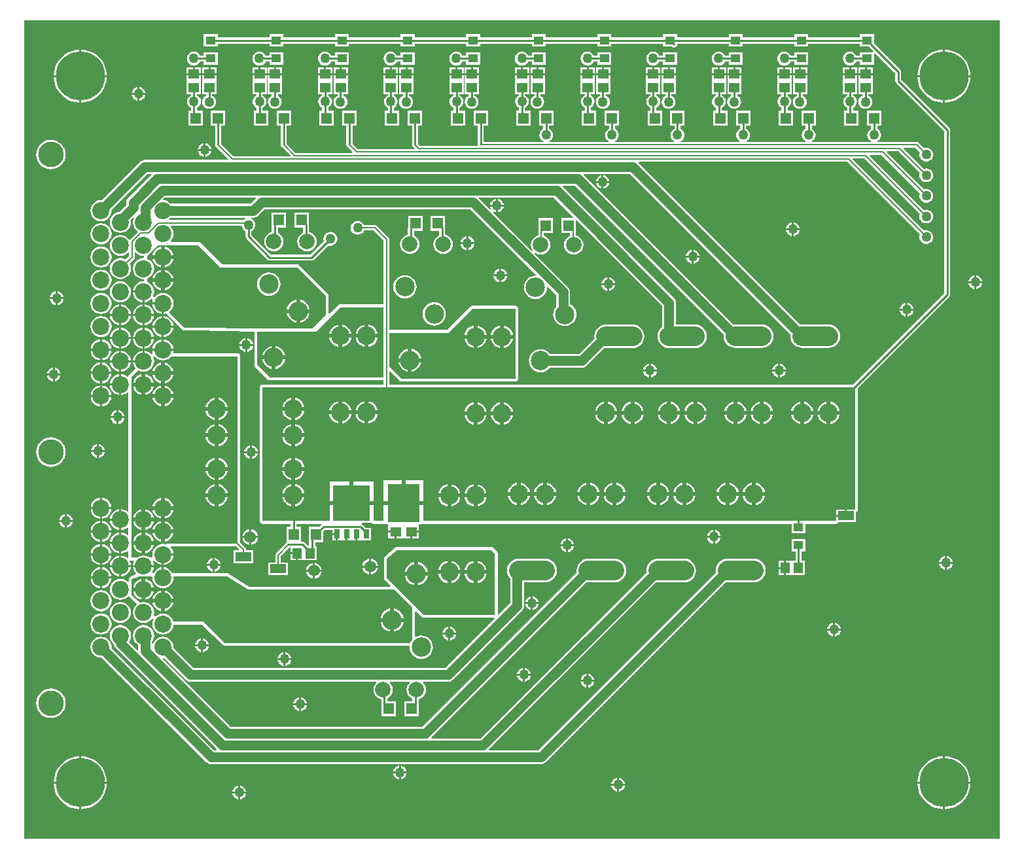
<source format=gbr>
%TF.GenerationSoftware,Altium Limited,Altium Designer,19.0.10 (269)*%
G04 Layer_Physical_Order=1*
G04 Layer_Color=255*
%FSLAX26Y26*%
%MOIN*%
%TF.FileFunction,Copper,L1,Top,Signal*%
%TF.Part,Single*%
G01*
G75*
%TA.AperFunction,SMDPad,CuDef*%
%ADD10R,0.053150X0.057087*%
%ADD11R,0.051181X0.043307*%
%ADD12R,0.053150X0.045276*%
%ADD13R,0.080709X0.045276*%
%ADD14R,0.045276X0.053150*%
%ADD15R,0.185039X0.181102*%
%ADD16R,0.027559X0.045276*%
%ADD17R,0.057087X0.051181*%
%ADD18R,0.163386X0.192913*%
%TA.AperFunction,Conductor*%
%ADD19C,0.010000*%
%ADD20C,0.050000*%
%ADD21C,0.008000*%
%ADD22C,0.100000*%
%TA.AperFunction,ComponentPad*%
%ADD23C,0.094488*%
%ADD24C,0.086614*%
%ADD25C,0.129921*%
%TA.AperFunction,ViaPad*%
%ADD26C,0.060000*%
%ADD27C,0.250000*%
%TA.AperFunction,ComponentPad*%
%ADD28C,0.098425*%
%ADD29C,0.078740*%
%TA.AperFunction,ViaPad*%
%ADD30C,0.050000*%
G36*
X4984707Y15293D02*
X15293D01*
Y4184707D01*
X4984707D01*
Y15293D01*
D02*
G37*
%LPC*%
G36*
X4342787Y4112929D02*
X4271606D01*
Y4096569D01*
X4008497D01*
Y4112929D01*
X3937316D01*
Y4096569D01*
X3674206D01*
Y4112929D01*
X3603025D01*
Y4096569D01*
X3339915D01*
Y4112929D01*
X3268734D01*
Y4096569D01*
X3005625D01*
Y4112929D01*
X2934444D01*
Y4096569D01*
X2671334D01*
Y4112929D01*
X2600153D01*
Y4096569D01*
X2337044D01*
Y4112929D01*
X2265863D01*
Y4096569D01*
X2002753D01*
Y4112929D01*
X1931572D01*
Y4096569D01*
X1668462D01*
Y4112929D01*
X1597281D01*
Y4096569D01*
X1334172D01*
Y4112929D01*
X1262991D01*
Y4096569D01*
X999881D01*
Y4112929D01*
X928700D01*
Y4049622D01*
X999881D01*
Y4065982D01*
X1262991D01*
Y4049622D01*
X1334172D01*
Y4065982D01*
X1597281D01*
Y4049622D01*
X1668462D01*
Y4065982D01*
X1931572D01*
Y4049622D01*
X2002753D01*
Y4065982D01*
X2265863D01*
Y4049622D01*
X2337044D01*
Y4065982D01*
X2600153D01*
Y4049622D01*
X2671334D01*
Y4065982D01*
X2934444D01*
Y4049622D01*
X3005625D01*
Y4065982D01*
X3268734D01*
Y4049622D01*
X3314473D01*
X3319063Y4046555D01*
X3324915Y4045391D01*
X3330768Y4046555D01*
X3335358Y4049622D01*
X3339915D01*
Y4059207D01*
X3340209Y4060685D01*
Y4064622D01*
X3341325Y4065982D01*
X3603025D01*
Y4049622D01*
X3674206D01*
Y4065982D01*
X3937316D01*
Y4049622D01*
X4008497D01*
Y4065982D01*
X4271606D01*
Y4049622D01*
X4317221D01*
X4339466Y4027378D01*
X4337394Y4022378D01*
X4271606D01*
Y4006018D01*
X4252079D01*
X4251510Y4007391D01*
X4245900Y4014702D01*
X4238589Y4020313D01*
X4230075Y4023839D01*
X4220938Y4025042D01*
X4211801Y4023839D01*
X4203287Y4020313D01*
X4195976Y4014702D01*
X4190366Y4007391D01*
X4186839Y3998877D01*
X4185636Y3989740D01*
X4186839Y3980603D01*
X4190366Y3972089D01*
X4195976Y3964778D01*
X4203287Y3959168D01*
X4211801Y3955641D01*
X4220938Y3954438D01*
X4230075Y3955641D01*
X4238589Y3959168D01*
X4245900Y3964778D01*
X4251510Y3972089D01*
X4252894Y3975430D01*
X4271606D01*
Y3959071D01*
X4342787D01*
Y4016985D01*
X4347787Y4019056D01*
X4451706Y3915137D01*
Y3876000D01*
X4452870Y3870147D01*
X4456186Y3865186D01*
X4701706Y3619665D01*
Y2795185D01*
X4235093Y2328572D01*
X1874274D01*
Y2393564D01*
X1878894Y2395477D01*
X1926186Y2348186D01*
X1931147Y2344870D01*
X1937000Y2343706D01*
X2516500D01*
X2522353Y2344870D01*
X2527314Y2348186D01*
X2530630Y2353147D01*
X2531794Y2359000D01*
Y2715000D01*
X2530630Y2720853D01*
X2527314Y2725814D01*
X2522353Y2729130D01*
X2516500Y2730294D01*
X2298500D01*
X2292647Y2729130D01*
X2287686Y2725814D01*
X2169165Y2607294D01*
X1874500D01*
X1874274Y2607479D01*
Y3067999D01*
X1874274Y3068000D01*
X1873188Y3073463D01*
X1870093Y3078093D01*
X1811093Y3137093D01*
X1806463Y3140188D01*
X1801000Y3141274D01*
X1800999Y3141274D01*
X1744971D01*
X1743572Y3144651D01*
X1737962Y3151962D01*
X1730651Y3157572D01*
X1722137Y3161099D01*
X1713000Y3162302D01*
X1703863Y3161099D01*
X1695349Y3157572D01*
X1688038Y3151962D01*
X1682428Y3144651D01*
X1678901Y3136137D01*
X1677698Y3127000D01*
X1678901Y3117863D01*
X1682428Y3109349D01*
X1688038Y3102038D01*
X1695349Y3096428D01*
X1703863Y3092901D01*
X1713000Y3091698D01*
X1722137Y3092901D01*
X1730651Y3096428D01*
X1737962Y3102038D01*
X1743572Y3109349D01*
X1744971Y3112726D01*
X1795087D01*
X1845726Y3062087D01*
Y2738710D01*
X1844000Y2737294D01*
X1626000D01*
X1620147Y2736130D01*
X1615186Y2732814D01*
X1570294Y2687923D01*
X1565294Y2689994D01*
Y2781000D01*
X1564130Y2786853D01*
X1560814Y2791814D01*
X1415814Y2936814D01*
X1410853Y2940130D01*
X1405000Y2941294D01*
X1021335D01*
X912814Y3049814D01*
X907853Y3053130D01*
X902000Y3054294D01*
X760947D01*
X759542Y3059294D01*
X767430Y3069573D01*
X772801Y3082541D01*
X774633Y3096457D01*
X772801Y3110373D01*
X767430Y3123340D01*
X760409Y3132490D01*
X762875Y3137490D01*
X1122331D01*
X1122901Y3133157D01*
X1126428Y3124643D01*
X1132038Y3117332D01*
X1139349Y3111722D01*
X1141706Y3110745D01*
Y3083000D01*
X1142870Y3077147D01*
X1146186Y3072186D01*
X1253186Y2965186D01*
X1258147Y2961870D01*
X1264000Y2960706D01*
X1479000D01*
X1484853Y2961870D01*
X1489814Y2965186D01*
X1562836Y3038207D01*
X1565193Y3037231D01*
X1574330Y3036028D01*
X1583466Y3037231D01*
X1591981Y3040757D01*
X1599292Y3046367D01*
X1604902Y3053679D01*
X1608429Y3062193D01*
X1609632Y3071330D01*
X1608429Y3080466D01*
X1604902Y3088981D01*
X1599292Y3096292D01*
X1591981Y3101902D01*
X1583466Y3105429D01*
X1574330Y3106632D01*
X1565193Y3105429D01*
X1556679Y3101902D01*
X1549367Y3096292D01*
X1543757Y3088981D01*
X1540231Y3080466D01*
X1539028Y3071330D01*
X1540231Y3062193D01*
X1541207Y3059836D01*
X1472665Y2991294D01*
X1270335D01*
X1172294Y3089335D01*
Y3110745D01*
X1174651Y3111722D01*
X1181962Y3117332D01*
X1187572Y3124643D01*
X1191099Y3133157D01*
X1192302Y3142294D01*
X1191099Y3151431D01*
X1187572Y3159945D01*
X1181962Y3167256D01*
X1174651Y3172866D01*
X1171274Y3174265D01*
X1172269Y3179265D01*
X1182567D01*
X1191704Y3180468D01*
X1200218Y3183994D01*
X1207529Y3189605D01*
X1240623Y3222698D01*
X2286236D01*
X2621408Y2887526D01*
X2619904Y2884347D01*
X2618857Y2883006D01*
X2607457Y2881883D01*
X2596296Y2878497D01*
X2586009Y2872999D01*
X2576993Y2865600D01*
X2569593Y2856583D01*
X2564095Y2846297D01*
X2560709Y2835135D01*
X2559566Y2823528D01*
X2560709Y2811920D01*
X2564095Y2800758D01*
X2569593Y2790472D01*
X2576993Y2781455D01*
X2586009Y2774056D01*
X2596296Y2768557D01*
X2607457Y2765172D01*
X2619065Y2764028D01*
X2630673Y2765172D01*
X2641834Y2768557D01*
X2652121Y2774056D01*
X2661137Y2781455D01*
X2668537Y2790472D01*
X2674035Y2800758D01*
X2677421Y2811920D01*
X2678544Y2823319D01*
X2679884Y2824366D01*
X2683064Y2825870D01*
X2724104Y2784830D01*
Y2724764D01*
X2719200Y2718788D01*
X2713701Y2708502D01*
X2710316Y2697340D01*
X2709172Y2685732D01*
X2710316Y2674125D01*
X2713701Y2662963D01*
X2719200Y2652676D01*
X2726599Y2643660D01*
X2735615Y2636261D01*
X2745902Y2630762D01*
X2757064Y2627376D01*
X2768671Y2626233D01*
X2780279Y2627376D01*
X2791441Y2630762D01*
X2801727Y2636261D01*
X2810744Y2643660D01*
X2818143Y2652676D01*
X2823641Y2662963D01*
X2827027Y2674125D01*
X2828170Y2685732D01*
X2827027Y2697340D01*
X2823641Y2708502D01*
X2818143Y2718788D01*
X2810744Y2727805D01*
X2801727Y2735204D01*
X2794708Y2738956D01*
Y2799453D01*
X2793505Y2808590D01*
X2789978Y2817104D01*
X2784368Y2824415D01*
X2612837Y2995946D01*
X2616141Y2999714D01*
X2619758Y2996938D01*
X2631767Y2991964D01*
X2644656Y2990267D01*
X2657544Y2991964D01*
X2669554Y2996938D01*
X2679867Y3004852D01*
X2687780Y3015165D01*
X2692755Y3027175D01*
X2694452Y3040063D01*
X2692755Y3052951D01*
X2687780Y3064961D01*
X2679867Y3075274D01*
X2669554Y3083188D01*
X2662629Y3086056D01*
Y3100457D01*
X2707504D01*
Y3177543D01*
X2634354D01*
Y3117805D01*
X2634080Y3116425D01*
X2634080Y3116425D01*
Y3088467D01*
X2631767Y3088162D01*
X2619758Y3083188D01*
X2609444Y3075274D01*
X2601531Y3064961D01*
X2596556Y3052951D01*
X2594860Y3040063D01*
X2596556Y3027175D01*
X2601531Y3015165D01*
X2604306Y3011548D01*
X2600539Y3008244D01*
X2403356Y3205427D01*
X2406189Y3209666D01*
X2412863Y3206901D01*
X2417000Y3206356D01*
Y3236000D01*
X2387356D01*
X2387901Y3231863D01*
X2390666Y3225189D01*
X2386427Y3222356D01*
X2330705Y3278079D01*
X2332618Y3282698D01*
X2711782D01*
X2812318Y3182163D01*
X2810404Y3177543D01*
X2750496D01*
Y3100457D01*
X2795371D01*
Y3085807D01*
X2789049Y3083188D01*
X2778736Y3075274D01*
X2770822Y3064961D01*
X2765848Y3052951D01*
X2764151Y3040063D01*
X2765848Y3027175D01*
X2770822Y3015165D01*
X2778736Y3004852D01*
X2789049Y2996938D01*
X2801059Y2991964D01*
X2813947Y2990267D01*
X2826835Y2991964D01*
X2838845Y2996938D01*
X2849158Y3004852D01*
X2857072Y3015165D01*
X2862046Y3027175D01*
X2863743Y3040063D01*
X2862046Y3052951D01*
X2857072Y3064961D01*
X2849158Y3075274D01*
X2838845Y3083188D01*
X2826835Y3088162D01*
X2823920Y3088546D01*
Y3116425D01*
X2823920Y3116425D01*
X2823646Y3117805D01*
Y3164302D01*
X2828265Y3166215D01*
X3264059Y2730421D01*
Y2623291D01*
X3257164Y2617632D01*
X3249666Y2608495D01*
X3244094Y2598072D01*
X3240664Y2586762D01*
X3239505Y2575000D01*
X3240664Y2563238D01*
X3244094Y2551928D01*
X3249666Y2541505D01*
X3257164Y2532368D01*
X3266300Y2524870D01*
X3276723Y2519299D01*
X3288033Y2515868D01*
X3299795Y2514710D01*
X3432205D01*
X3443967Y2515868D01*
X3455277Y2519299D01*
X3465700Y2524870D01*
X3474836Y2532368D01*
X3482334Y2541505D01*
X3487906Y2551928D01*
X3491337Y2563238D01*
X3492495Y2575000D01*
X3491337Y2586762D01*
X3487906Y2598072D01*
X3482334Y2608495D01*
X3474836Y2617632D01*
X3465700Y2625130D01*
X3455277Y2630701D01*
X3443967Y2634132D01*
X3432205Y2635290D01*
X3334664D01*
Y2745043D01*
X3333461Y2754180D01*
X3329934Y2762694D01*
X3324324Y2770006D01*
X2756251Y3338079D01*
X2758164Y3342698D01*
X2820899D01*
X3578885Y2584712D01*
X3577956Y2575276D01*
X3579114Y2563514D01*
X3582545Y2552204D01*
X3588117Y2541780D01*
X3595614Y2532644D01*
X3604751Y2525146D01*
X3615174Y2519575D01*
X3626484Y2516144D01*
X3638246Y2514985D01*
X3772104D01*
X3783867Y2516144D01*
X3795177Y2519575D01*
X3805600Y2525146D01*
X3814736Y2532644D01*
X3822234Y2541780D01*
X3827805Y2552204D01*
X3831236Y2563514D01*
X3832395Y2575276D01*
X3831236Y2587038D01*
X3827805Y2598348D01*
X3822234Y2608771D01*
X3814736Y2617907D01*
X3805600Y2625405D01*
X3795177Y2630977D01*
X3783867Y2634407D01*
X3772104Y2635566D01*
X3638246D01*
X3628810Y2634637D01*
X2865368Y3398079D01*
X2867281Y3402698D01*
X3101206D01*
X3919018Y2584886D01*
X3918088Y2575450D01*
X3919247Y2563688D01*
X3922678Y2552378D01*
X3928249Y2541954D01*
X3935747Y2532818D01*
X3944883Y2525320D01*
X3955307Y2519749D01*
X3966617Y2516318D01*
X3978379Y2515159D01*
X4111755D01*
X4123517Y2516318D01*
X4134827Y2519749D01*
X4145251Y2525320D01*
X4154387Y2532818D01*
X4161885Y2541954D01*
X4167456Y2552378D01*
X4170887Y2563688D01*
X4172046Y2575450D01*
X4170887Y2587212D01*
X4167456Y2598522D01*
X4161885Y2608945D01*
X4154387Y2618081D01*
X4145251Y2625579D01*
X4134827Y2631151D01*
X4123517Y2634581D01*
X4111755Y2635740D01*
X3978379D01*
X3968942Y2634811D01*
X3145646Y3458106D01*
X3147560Y3462726D01*
X4207087D01*
X4577300Y3092514D01*
X4575901Y3089137D01*
X4574698Y3080000D01*
X4575901Y3070863D01*
X4579428Y3062349D01*
X4585038Y3055038D01*
X4592349Y3049428D01*
X4600863Y3045901D01*
X4610000Y3044698D01*
X4619137Y3045901D01*
X4627651Y3049428D01*
X4634962Y3055038D01*
X4640572Y3062349D01*
X4644099Y3070863D01*
X4645302Y3080000D01*
X4644099Y3089137D01*
X4640572Y3097651D01*
X4634962Y3104962D01*
X4627651Y3110572D01*
X4619137Y3114099D01*
X4610000Y3115302D01*
X4600863Y3114099D01*
X4597486Y3112700D01*
X4234081Y3476106D01*
X4235994Y3480726D01*
X4294087D01*
X4577300Y3197513D01*
X4575901Y3194137D01*
X4574698Y3185000D01*
X4575901Y3175863D01*
X4579428Y3167349D01*
X4585038Y3160038D01*
X4592349Y3154428D01*
X4600863Y3150901D01*
X4610000Y3149698D01*
X4619137Y3150901D01*
X4627651Y3154428D01*
X4634962Y3160038D01*
X4640572Y3167349D01*
X4644099Y3175863D01*
X4645302Y3185000D01*
X4644099Y3194137D01*
X4640572Y3202651D01*
X4634962Y3209962D01*
X4627651Y3215572D01*
X4619137Y3219099D01*
X4610000Y3220302D01*
X4600863Y3219099D01*
X4597487Y3217700D01*
X4321081Y3494106D01*
X4322994Y3498726D01*
X4381087D01*
X4577300Y3302514D01*
X4575901Y3299137D01*
X4574698Y3290000D01*
X4575901Y3280863D01*
X4579428Y3272349D01*
X4585038Y3265038D01*
X4592349Y3259428D01*
X4600863Y3255901D01*
X4610000Y3254698D01*
X4619137Y3255901D01*
X4627651Y3259428D01*
X4634962Y3265038D01*
X4640572Y3272349D01*
X4644099Y3280863D01*
X4645302Y3290000D01*
X4644099Y3299137D01*
X4640572Y3307651D01*
X4634962Y3314962D01*
X4627651Y3320572D01*
X4619137Y3324099D01*
X4610000Y3325302D01*
X4600863Y3324099D01*
X4597486Y3322700D01*
X4408081Y3512106D01*
X4409994Y3516726D01*
X4468087D01*
X4577300Y3407514D01*
X4575901Y3404137D01*
X4574698Y3395000D01*
X4575901Y3385863D01*
X4579428Y3377349D01*
X4585038Y3370038D01*
X4592349Y3364428D01*
X4600863Y3360901D01*
X4610000Y3359698D01*
X4619137Y3360901D01*
X4627651Y3364428D01*
X4634962Y3370038D01*
X4640572Y3377349D01*
X4644099Y3385863D01*
X4645302Y3395000D01*
X4644099Y3404137D01*
X4640572Y3412651D01*
X4634962Y3419962D01*
X4627651Y3425572D01*
X4619137Y3429099D01*
X4610000Y3430302D01*
X4600863Y3429099D01*
X4597486Y3427700D01*
X4494062Y3531124D01*
X4495976Y3535744D01*
X4554069D01*
X4577300Y3512514D01*
X4575901Y3509137D01*
X4574698Y3500000D01*
X4575901Y3490863D01*
X4579428Y3482349D01*
X4585038Y3475038D01*
X4592349Y3469428D01*
X4600863Y3465901D01*
X4610000Y3464698D01*
X4619137Y3465901D01*
X4627651Y3469428D01*
X4634962Y3475038D01*
X4640572Y3482349D01*
X4644099Y3490863D01*
X4645302Y3500000D01*
X4644099Y3509137D01*
X4640572Y3517651D01*
X4634962Y3524962D01*
X4627651Y3530572D01*
X4619137Y3534099D01*
X4610000Y3535302D01*
X4600863Y3534099D01*
X4597486Y3532700D01*
X4570075Y3560112D01*
X4565444Y3563206D01*
X4559982Y3564293D01*
X4559981Y3564293D01*
X4362775D01*
X4361781Y3569293D01*
X4362107Y3569428D01*
X4369418Y3575038D01*
X4375028Y3582349D01*
X4378555Y3590863D01*
X4379758Y3600000D01*
X4378555Y3609137D01*
X4375028Y3617651D01*
X4369418Y3624962D01*
X4362107Y3630572D01*
X4359750Y3631549D01*
Y3647457D01*
X4381842D01*
Y3724543D01*
X4308693D01*
Y3647457D01*
X4329162D01*
Y3631549D01*
X4326805Y3630572D01*
X4319493Y3624962D01*
X4313883Y3617651D01*
X4310357Y3609137D01*
X4309154Y3600000D01*
X4310357Y3590863D01*
X4313883Y3582349D01*
X4319493Y3575038D01*
X4326805Y3569428D01*
X4327131Y3569293D01*
X4326136Y3564293D01*
X4029296D01*
X4028302Y3569293D01*
X4028628Y3569428D01*
X4035939Y3575038D01*
X4041549Y3582349D01*
X4045076Y3590863D01*
X4046279Y3600000D01*
X4045076Y3609137D01*
X4041549Y3617651D01*
X4035939Y3624962D01*
X4028628Y3630572D01*
X4026271Y3631549D01*
Y3647457D01*
X4047552D01*
Y3724543D01*
X3974402D01*
Y3647457D01*
X3995683D01*
Y3631549D01*
X3993326Y3630572D01*
X3986015Y3624962D01*
X3980405Y3617651D01*
X3976878Y3609137D01*
X3975675Y3600000D01*
X3976878Y3590863D01*
X3980405Y3582349D01*
X3986015Y3575038D01*
X3993326Y3569428D01*
X3993652Y3569293D01*
X3992657Y3564293D01*
X3695006D01*
X3694011Y3569293D01*
X3694337Y3569428D01*
X3701649Y3575038D01*
X3707259Y3582349D01*
X3710785Y3590863D01*
X3711988Y3600000D01*
X3710785Y3609137D01*
X3707259Y3617651D01*
X3701649Y3624962D01*
X3694337Y3630572D01*
X3691980Y3631549D01*
Y3647457D01*
X3713261D01*
Y3724543D01*
X3640111D01*
Y3647457D01*
X3661392D01*
Y3631549D01*
X3659035Y3630572D01*
X3651724Y3624962D01*
X3646114Y3617651D01*
X3642587Y3609137D01*
X3641384Y3600000D01*
X3642587Y3590863D01*
X3646114Y3582349D01*
X3651724Y3575038D01*
X3659035Y3569428D01*
X3659361Y3569293D01*
X3658367Y3564293D01*
X3449762D01*
X3449671Y3564274D01*
X3360671D01*
X3359677Y3569274D01*
X3360047Y3569428D01*
X3367358Y3575038D01*
X3372968Y3582349D01*
X3376495Y3590863D01*
X3377698Y3600000D01*
X3376495Y3609137D01*
X3372968Y3617651D01*
X3367358Y3624962D01*
X3360047Y3630572D01*
X3357690Y3631549D01*
Y3647457D01*
X3378970D01*
Y3724543D01*
X3305821D01*
Y3647457D01*
X3327102D01*
Y3631549D01*
X3324745Y3630572D01*
X3317433Y3624962D01*
X3311823Y3617651D01*
X3308297Y3609137D01*
X3307094Y3600000D01*
X3308297Y3590863D01*
X3311823Y3582349D01*
X3317433Y3575038D01*
X3324745Y3569428D01*
X3325115Y3569274D01*
X3324120Y3564274D01*
X3026381D01*
X3025386Y3569274D01*
X3025756Y3569428D01*
X3033067Y3575038D01*
X3038677Y3582349D01*
X3042204Y3590863D01*
X3043407Y3600000D01*
X3042204Y3609137D01*
X3038677Y3617651D01*
X3033067Y3624962D01*
X3025756Y3630572D01*
X3023399Y3631549D01*
Y3647457D01*
X3044680D01*
Y3724543D01*
X2971530D01*
Y3647457D01*
X2992811D01*
Y3631549D01*
X2990454Y3630572D01*
X2983143Y3624962D01*
X2977533Y3617651D01*
X2974006Y3609137D01*
X2972803Y3600000D01*
X2974006Y3590863D01*
X2977533Y3582349D01*
X2983143Y3575038D01*
X2990454Y3569428D01*
X2990824Y3569274D01*
X2989830Y3564274D01*
X2692090D01*
X2691095Y3569274D01*
X2691465Y3569428D01*
X2698777Y3575038D01*
X2704387Y3582349D01*
X2707914Y3590863D01*
X2709117Y3600000D01*
X2707914Y3609137D01*
X2704387Y3617651D01*
X2698777Y3624962D01*
X2691465Y3630572D01*
X2689108Y3631549D01*
Y3647457D01*
X2710389D01*
Y3724543D01*
X2637240D01*
Y3647457D01*
X2658521D01*
Y3631549D01*
X2656164Y3630572D01*
X2648852Y3624962D01*
X2643242Y3617651D01*
X2639715Y3609137D01*
X2638512Y3600000D01*
X2639715Y3590863D01*
X2643242Y3582349D01*
X2648852Y3575038D01*
X2656164Y3569428D01*
X2656534Y3569274D01*
X2655539Y3564274D01*
X2354818D01*
Y3647457D01*
X2376099D01*
Y3724543D01*
X2302949D01*
Y3647457D01*
X2324230D01*
Y3550000D01*
X2324401Y3549139D01*
X2321229Y3545274D01*
X2030146D01*
X2020527Y3554893D01*
Y3647457D01*
X2041808D01*
Y3724543D01*
X1968659D01*
Y3647457D01*
X1989939D01*
Y3550000D01*
X1991104Y3544147D01*
X1994419Y3539186D01*
X1998764Y3536282D01*
X2003153Y3531894D01*
X2001239Y3527274D01*
X1713855D01*
X1686237Y3554893D01*
Y3647457D01*
X1707517D01*
Y3724543D01*
X1634368D01*
Y3647457D01*
X1655649D01*
Y3550000D01*
X1656813Y3544147D01*
X1660128Y3539186D01*
X1664473Y3536282D01*
X1686862Y3513894D01*
X1684948Y3509274D01*
X1397565D01*
X1351946Y3554893D01*
Y3647457D01*
X1373227D01*
Y3724543D01*
X1300077D01*
Y3647457D01*
X1321358D01*
Y3550000D01*
X1322522Y3544147D01*
X1325838Y3539186D01*
X1330183Y3536282D01*
X1370571Y3495894D01*
X1368658Y3491274D01*
X1081274D01*
X1017655Y3554893D01*
Y3647457D01*
X1038936D01*
Y3724543D01*
X965787D01*
Y3647457D01*
X987068D01*
Y3550000D01*
X988232Y3544147D01*
X991547Y3539186D01*
X995892Y3536282D01*
X1054253Y3477921D01*
X1052340Y3473302D01*
X629339D01*
X620202Y3472099D01*
X611688Y3468572D01*
X604376Y3462962D01*
X409301Y3267887D01*
X405906Y3268334D01*
X391990Y3266502D01*
X379022Y3261131D01*
X367886Y3252586D01*
X359342Y3241450D01*
X353971Y3228483D01*
X352138Y3214567D01*
X353971Y3200651D01*
X359342Y3187683D01*
X367886Y3176548D01*
X379022Y3168003D01*
X391990Y3162632D01*
X405906Y3160800D01*
X419821Y3162632D01*
X432789Y3168003D01*
X443925Y3176548D01*
X452469Y3187683D01*
X457841Y3200651D01*
X459673Y3214567D01*
X459226Y3217962D01*
X643961Y3402698D01*
X659772D01*
X661686Y3398079D01*
X544484Y3280877D01*
X538874Y3273566D01*
X535348Y3265052D01*
X534145Y3255915D01*
Y3245158D01*
X497346Y3208359D01*
X490415Y3207447D01*
X477447Y3202075D01*
X466312Y3193531D01*
X457767Y3182395D01*
X452396Y3169428D01*
X450564Y3155512D01*
X452396Y3141596D01*
X457767Y3128628D01*
X466312Y3117493D01*
X477447Y3108948D01*
X490415Y3103577D01*
X504331Y3101745D01*
X518247Y3103577D01*
X531214Y3108948D01*
X542350Y3117493D01*
X550894Y3128628D01*
X556266Y3141596D01*
X558098Y3155512D01*
X556498Y3167662D01*
X569924Y3181088D01*
X574163Y3178256D01*
X570506Y3169428D01*
X568674Y3155512D01*
X570506Y3141596D01*
X575877Y3128628D01*
X584422Y3117493D01*
X591572Y3112006D01*
X592007Y3105370D01*
X554472Y3067836D01*
X549451Y3067523D01*
X548064Y3067974D01*
X542350Y3075421D01*
X531214Y3083965D01*
X518247Y3089337D01*
X504331Y3091169D01*
X490415Y3089337D01*
X477447Y3083965D01*
X466312Y3075421D01*
X457767Y3064285D01*
X452396Y3051318D01*
X450564Y3037402D01*
X452396Y3023486D01*
X457767Y3010518D01*
X466312Y2999383D01*
X477447Y2990838D01*
X490415Y2985467D01*
X504331Y2983635D01*
X518247Y2985467D01*
X531214Y2990838D01*
X542350Y2999383D01*
X544089Y3001649D01*
X548824Y3000042D01*
Y2983971D01*
X530856Y2966003D01*
X518247Y2971226D01*
X504331Y2973058D01*
X490415Y2971226D01*
X477447Y2965855D01*
X466312Y2957310D01*
X457767Y2946175D01*
X452396Y2933207D01*
X450564Y2919291D01*
X452396Y2905375D01*
X457767Y2892408D01*
X466312Y2881272D01*
X477447Y2872728D01*
X490415Y2867356D01*
X504331Y2865524D01*
X518247Y2867356D01*
X531214Y2872728D01*
X542350Y2881272D01*
X550894Y2892408D01*
X556266Y2905375D01*
X558098Y2919291D01*
X556266Y2933207D01*
X551043Y2945816D01*
X573191Y2967965D01*
X573192Y2967965D01*
X576286Y2972596D01*
X577372Y2978059D01*
X577372Y2978059D01*
Y3000792D01*
X582107Y3002399D01*
X584422Y2999383D01*
X595557Y2990838D01*
X608525Y2985467D01*
X619997Y2983956D01*
X622854Y2982770D01*
X624706Y2978890D01*
Y2975045D01*
X622441Y2973058D01*
X608525Y2971226D01*
X595557Y2965855D01*
X584422Y2957310D01*
X575877Y2946175D01*
X570506Y2933207D01*
X568674Y2919291D01*
X570506Y2905375D01*
X575877Y2892408D01*
X584422Y2881272D01*
X595557Y2872728D01*
X608525Y2867356D01*
X622441Y2865524D01*
X624706Y2863537D01*
Y2856935D01*
X622441Y2854948D01*
X608525Y2853116D01*
X595557Y2847745D01*
X584422Y2839200D01*
X575877Y2828065D01*
X570506Y2815097D01*
X569332Y2806181D01*
X622441D01*
Y2801181D01*
X627441D01*
Y2748072D01*
X636357Y2749246D01*
X649324Y2754617D01*
X660460Y2763162D01*
X664442Y2763976D01*
X666600Y2762730D01*
X668672Y2761345D01*
X669133Y2756529D01*
X668931Y2756042D01*
X667757Y2747126D01*
X720866D01*
Y2742126D01*
X725866D01*
Y2689017D01*
X734782Y2690191D01*
X735269Y2690393D01*
X740085Y2689932D01*
X741471Y2687859D01*
X742717Y2685701D01*
X743119Y2685392D01*
X743401Y2684970D01*
X820186Y2608186D01*
X825147Y2604870D01*
X831000Y2603706D01*
X879882D01*
X1186647Y2599074D01*
X1186706Y2599000D01*
Y2434527D01*
X1185706Y2429500D01*
X1186870Y2423647D01*
X1190186Y2418686D01*
X1253686Y2355186D01*
X1258647Y2351870D01*
X1264500Y2350706D01*
X1844000D01*
X1845726Y2349290D01*
Y2328572D01*
X1228783D01*
X1222930Y2327408D01*
X1217968Y2324093D01*
X1214653Y2319131D01*
X1213489Y2313278D01*
X1213489Y1634278D01*
X1214653Y1628426D01*
X1217968Y1623464D01*
X1222930Y1620149D01*
X1228783Y1618984D01*
X1370927D01*
Y1602906D01*
X1349646D01*
Y1525819D01*
X1349646Y1525819D01*
X1349646D01*
X1349646Y1525819D01*
X1348365Y1521349D01*
X1347279Y1519724D01*
X1296907Y1469351D01*
X1293812Y1464720D01*
X1292726Y1459258D01*
X1292726Y1459257D01*
Y1422265D01*
X1256646D01*
Y1356990D01*
X1357354D01*
Y1422265D01*
X1321274D01*
Y1453345D01*
X1365205Y1497276D01*
X1370205Y1496307D01*
Y1474362D01*
X1402843D01*
Y1469362D01*
X1407843D01*
Y1432787D01*
X1435480D01*
X1435480Y1432787D01*
X1439103D01*
Y1432787D01*
X1440480Y1432787D01*
X1504378D01*
Y1505937D01*
X1496082D01*
Y1525819D01*
X1538937D01*
Y1581277D01*
X1546697Y1589036D01*
X1583143D01*
Y1571693D01*
X1606923D01*
Y1566693D01*
X1611923D01*
Y1534055D01*
X1630702D01*
Y1534055D01*
X1633144D01*
Y1534055D01*
X1651923D01*
Y1566693D01*
X1661923D01*
Y1534055D01*
X1680702D01*
Y1534055D01*
X1683144D01*
Y1534055D01*
X1701923D01*
Y1566693D01*
X1711923D01*
Y1534055D01*
X1730702D01*
X1730702Y1534055D01*
X1733144D01*
Y1534055D01*
X1735702Y1534055D01*
X1780702D01*
Y1599330D01*
X1754772D01*
X1738958Y1615145D01*
X1733996Y1618460D01*
X1733183Y1618622D01*
X1733676Y1623622D01*
X1783523D01*
X1783628Y1623464D01*
X1788590Y1620149D01*
X1794443Y1618984D01*
X1845227D01*
X1850227Y1619979D01*
X1855227Y1618543D01*
Y1618543D01*
X1865715D01*
X1868377Y1614646D01*
X1868377Y1613543D01*
Y1584055D01*
X1906920D01*
Y1579055D01*
X1911920D01*
Y1543465D01*
X1943377D01*
X1946920Y1543465D01*
X1950463Y1543465D01*
X1981920D01*
Y1579055D01*
X1986920D01*
Y1584055D01*
X2025463D01*
Y1613543D01*
X2025463Y1614646D01*
X2028124Y1618543D01*
X2038613D01*
X2038613Y1618543D01*
X2043613Y1619979D01*
X2048613Y1618984D01*
X3922718Y1618984D01*
Y1569417D01*
X3993899D01*
Y1618984D01*
X4149646D01*
X4155498Y1620149D01*
X4160460Y1623464D01*
X4163065Y1627362D01*
X4250354D01*
Y1678054D01*
X4252636Y1678508D01*
X4257597Y1681823D01*
X4260913Y1686785D01*
X4262077Y1692638D01*
Y2312299D01*
X4727814Y2778036D01*
X4731130Y2782998D01*
X4732294Y2788850D01*
Y3626000D01*
X4731130Y3631853D01*
X4727814Y3636814D01*
X4482294Y3882335D01*
Y3921472D01*
X4481130Y3927325D01*
X4477814Y3932287D01*
X4342787Y4067314D01*
Y4112929D01*
D02*
G37*
G36*
X3886647Y4025042D02*
X3877511Y4023839D01*
X3868996Y4020313D01*
X3861685Y4014702D01*
X3856075Y4007391D01*
X3852548Y3998877D01*
X3851345Y3989740D01*
X3852548Y3980603D01*
X3856075Y3972089D01*
X3861685Y3964778D01*
X3868996Y3959168D01*
X3877511Y3955641D01*
X3886647Y3954438D01*
X3895784Y3955641D01*
X3904298Y3959168D01*
X3911610Y3964778D01*
X3917220Y3972089D01*
X3918604Y3975430D01*
X3937316D01*
Y3959071D01*
X4008497D01*
Y4022378D01*
X3937316D01*
Y4006018D01*
X3917789D01*
X3917220Y4007391D01*
X3911610Y4014702D01*
X3904298Y4020313D01*
X3895784Y4023839D01*
X3886647Y4025042D01*
D02*
G37*
G36*
X3552357D02*
X3543220Y4023839D01*
X3534706Y4020313D01*
X3527394Y4014702D01*
X3521784Y4007391D01*
X3518258Y3998877D01*
X3517055Y3989740D01*
X3518258Y3980603D01*
X3521784Y3972089D01*
X3527394Y3964778D01*
X3534706Y3959168D01*
X3543220Y3955641D01*
X3552357Y3954438D01*
X3561494Y3955641D01*
X3570008Y3959168D01*
X3577319Y3964778D01*
X3582929Y3972089D01*
X3584313Y3975430D01*
X3603025D01*
Y3959071D01*
X3674206D01*
Y4022378D01*
X3603025D01*
Y4006018D01*
X3583498D01*
X3582929Y4007391D01*
X3577319Y4014702D01*
X3570008Y4020313D01*
X3561494Y4023839D01*
X3552357Y4025042D01*
D02*
G37*
G36*
X3218066D02*
X3208929Y4023839D01*
X3200415Y4020313D01*
X3193104Y4014702D01*
X3187494Y4007391D01*
X3183967Y3998877D01*
X3182764Y3989740D01*
X3183967Y3980603D01*
X3187494Y3972089D01*
X3193104Y3964778D01*
X3200415Y3959168D01*
X3208929Y3955641D01*
X3218066Y3954438D01*
X3227203Y3955641D01*
X3235717Y3959168D01*
X3243028Y3964778D01*
X3248639Y3972089D01*
X3250023Y3975430D01*
X3268734D01*
Y3959071D01*
X3339915D01*
Y4022378D01*
X3268734D01*
Y4006018D01*
X3249207D01*
X3248639Y4007391D01*
X3243028Y4014702D01*
X3235717Y4020313D01*
X3227203Y4023839D01*
X3218066Y4025042D01*
D02*
G37*
G36*
X2883776D02*
X2874639Y4023839D01*
X2866125Y4020313D01*
X2858813Y4014702D01*
X2853203Y4007391D01*
X2849677Y3998877D01*
X2848474Y3989740D01*
X2849677Y3980603D01*
X2853203Y3972089D01*
X2858813Y3964778D01*
X2866125Y3959168D01*
X2874639Y3955641D01*
X2883776Y3954438D01*
X2892912Y3955641D01*
X2901427Y3959168D01*
X2908738Y3964778D01*
X2914348Y3972089D01*
X2915732Y3975430D01*
X2934444D01*
Y3959071D01*
X3005625D01*
Y4022378D01*
X2934444D01*
Y4006018D01*
X2914917D01*
X2914348Y4007391D01*
X2908738Y4014702D01*
X2901427Y4020313D01*
X2892912Y4023839D01*
X2883776Y4025042D01*
D02*
G37*
G36*
X2549485D02*
X2540348Y4023839D01*
X2531834Y4020313D01*
X2524523Y4014702D01*
X2518913Y4007391D01*
X2515386Y3998877D01*
X2514183Y3989740D01*
X2515386Y3980603D01*
X2518913Y3972089D01*
X2524523Y3964778D01*
X2531834Y3959168D01*
X2540348Y3955641D01*
X2549485Y3954438D01*
X2558622Y3955641D01*
X2567136Y3959168D01*
X2574447Y3964778D01*
X2580057Y3972089D01*
X2581441Y3975430D01*
X2600153D01*
Y3959071D01*
X2671334D01*
Y4022378D01*
X2600153D01*
Y4006018D01*
X2580626D01*
X2580057Y4007391D01*
X2574447Y4014702D01*
X2567136Y4020313D01*
X2558622Y4023839D01*
X2549485Y4025042D01*
D02*
G37*
G36*
X2215194D02*
X2206058Y4023839D01*
X2197543Y4020313D01*
X2190232Y4014702D01*
X2184622Y4007391D01*
X2181095Y3998877D01*
X2179892Y3989740D01*
X2181095Y3980603D01*
X2184622Y3972089D01*
X2190232Y3964778D01*
X2197543Y3959168D01*
X2206058Y3955641D01*
X2215194Y3954438D01*
X2224331Y3955641D01*
X2232845Y3959168D01*
X2240157Y3964778D01*
X2245767Y3972089D01*
X2247151Y3975430D01*
X2265863D01*
Y3959071D01*
X2337044D01*
Y4022378D01*
X2265863D01*
Y4006018D01*
X2246336D01*
X2245767Y4007391D01*
X2240157Y4014702D01*
X2232845Y4020313D01*
X2224331Y4023839D01*
X2215194Y4025042D01*
D02*
G37*
G36*
X1880904D02*
X1871767Y4023839D01*
X1863253Y4020313D01*
X1855941Y4014702D01*
X1850331Y4007391D01*
X1846805Y3998877D01*
X1845602Y3989740D01*
X1846805Y3980603D01*
X1850331Y3972089D01*
X1855941Y3964778D01*
X1863253Y3959168D01*
X1871767Y3955641D01*
X1880904Y3954438D01*
X1890041Y3955641D01*
X1898555Y3959168D01*
X1905866Y3964778D01*
X1911476Y3972089D01*
X1912860Y3975430D01*
X1931572D01*
Y3959071D01*
X2002753D01*
Y4022378D01*
X1931572D01*
Y4006018D01*
X1912045D01*
X1911476Y4007391D01*
X1905866Y4014702D01*
X1898555Y4020313D01*
X1890041Y4023839D01*
X1880904Y4025042D01*
D02*
G37*
G36*
X1546613D02*
X1537476Y4023839D01*
X1528962Y4020313D01*
X1521651Y4014702D01*
X1516041Y4007391D01*
X1512514Y3998877D01*
X1511311Y3989740D01*
X1512514Y3980603D01*
X1516041Y3972089D01*
X1521651Y3964778D01*
X1528962Y3959168D01*
X1537476Y3955641D01*
X1546613Y3954438D01*
X1555750Y3955641D01*
X1564264Y3959168D01*
X1571575Y3964778D01*
X1577186Y3972089D01*
X1578570Y3975430D01*
X1597281D01*
Y3959071D01*
X1668462D01*
Y4022378D01*
X1597281D01*
Y4006018D01*
X1577754D01*
X1577186Y4007391D01*
X1571575Y4014702D01*
X1564264Y4020313D01*
X1555750Y4023839D01*
X1546613Y4025042D01*
D02*
G37*
G36*
X1212323D02*
X1203186Y4023839D01*
X1194672Y4020313D01*
X1187360Y4014702D01*
X1181750Y4007391D01*
X1178224Y3998877D01*
X1177021Y3989740D01*
X1178224Y3980603D01*
X1181750Y3972089D01*
X1187360Y3964778D01*
X1194672Y3959168D01*
X1203186Y3955641D01*
X1212323Y3954438D01*
X1221459Y3955641D01*
X1229974Y3959168D01*
X1237285Y3964778D01*
X1242895Y3972089D01*
X1244279Y3975430D01*
X1262991D01*
Y3959071D01*
X1334172D01*
Y4022378D01*
X1262991D01*
Y4006018D01*
X1243464D01*
X1242895Y4007391D01*
X1237285Y4014702D01*
X1229974Y4020313D01*
X1221459Y4023839D01*
X1212323Y4025042D01*
D02*
G37*
G36*
X878032D02*
X868895Y4023839D01*
X860381Y4020313D01*
X853070Y4014702D01*
X847460Y4007391D01*
X843933Y3998877D01*
X842730Y3989740D01*
X843933Y3980603D01*
X847460Y3972089D01*
X853070Y3964778D01*
X860381Y3959168D01*
X868895Y3955641D01*
X878032Y3954438D01*
X887169Y3955641D01*
X895683Y3959168D01*
X902994Y3964778D01*
X908604Y3972089D01*
X909988Y3975430D01*
X928700D01*
Y3959071D01*
X999881D01*
Y4022378D01*
X928700D01*
Y4006018D01*
X909173D01*
X908604Y4007391D01*
X902994Y4014702D01*
X895683Y4020313D01*
X887169Y4023839D01*
X878032Y4025042D01*
D02*
G37*
G36*
X2666336Y3942812D02*
X2634761D01*
Y3915174D01*
X2666336D01*
Y3942812D01*
D02*
G37*
G36*
X4003498D02*
X3971923D01*
Y3915174D01*
X4003498D01*
Y3942812D01*
D02*
G37*
G36*
X3334917D02*
X3303342D01*
Y3915174D01*
X3334917D01*
Y3942812D01*
D02*
G37*
G36*
X1997754D02*
X1966180D01*
Y3915174D01*
X1997754D01*
Y3942812D01*
D02*
G37*
G36*
X1663464D02*
X1631889D01*
Y3915174D01*
X1663464D01*
Y3942812D01*
D02*
G37*
G36*
X1329173D02*
X1297598D01*
Y3915174D01*
X1329173D01*
Y3942812D01*
D02*
G37*
G36*
X994883D02*
X963308D01*
Y3915174D01*
X994883D01*
Y3942812D01*
D02*
G37*
G36*
X3669207D02*
X3637632D01*
Y3915174D01*
X3669207D01*
Y3942812D01*
D02*
G37*
G36*
X3000626D02*
X2969051D01*
Y3915174D01*
X3000626D01*
Y3942812D01*
D02*
G37*
G36*
X2332045D02*
X2300470D01*
Y3915174D01*
X2332045D01*
Y3942812D01*
D02*
G37*
G36*
X4337788D02*
X4306213D01*
Y3915174D01*
X4337788D01*
Y3942812D01*
D02*
G37*
G36*
X3627632D02*
X3596058D01*
Y3915174D01*
X3627632D01*
Y3942812D01*
D02*
G37*
G36*
X2959051D02*
X2927477D01*
Y3915174D01*
X2959051D01*
Y3942812D01*
D02*
G37*
G36*
X2290470D02*
X2258895D01*
Y3915174D01*
X2290470D01*
Y3942812D01*
D02*
G37*
G36*
X4296213D02*
X4264639D01*
Y3915174D01*
X4296213D01*
Y3942812D01*
D02*
G37*
G36*
X1621889D02*
X1590314D01*
Y3915174D01*
X1621889D01*
Y3942812D01*
D02*
G37*
G36*
X1287598D02*
X1256024D01*
Y3915174D01*
X1287598D01*
Y3942812D01*
D02*
G37*
G36*
X953308D02*
X921733D01*
Y3915174D01*
X953308D01*
Y3942812D01*
D02*
G37*
G36*
X2624761D02*
X2593186D01*
Y3915174D01*
X2624761D01*
Y3942812D01*
D02*
G37*
G36*
X3961923D02*
X3930348D01*
Y3915174D01*
X3961923D01*
Y3942812D01*
D02*
G37*
G36*
X3293342D02*
X3261767D01*
Y3915174D01*
X3293342D01*
Y3942812D01*
D02*
G37*
G36*
X1956180D02*
X1924605D01*
Y3915174D01*
X1956180D01*
Y3942812D01*
D02*
G37*
G36*
X4258497Y3942811D02*
X4226923D01*
Y3915173D01*
X4258497D01*
Y3942811D01*
D02*
G37*
G36*
X2587044D02*
X2555469D01*
Y3915173D01*
X2587044D01*
Y3942811D01*
D02*
G37*
G36*
X3924206D02*
X3892632D01*
Y3915173D01*
X3924206D01*
Y3942811D01*
D02*
G37*
G36*
X2921335D02*
X2889760D01*
Y3915173D01*
X2921335D01*
Y3942811D01*
D02*
G37*
G36*
X2252753D02*
X2221179D01*
Y3915173D01*
X2252753D01*
Y3942811D01*
D02*
G37*
G36*
X1584172D02*
X1552597D01*
Y3915173D01*
X1584172D01*
Y3942811D01*
D02*
G37*
G36*
X1249882D02*
X1218307D01*
Y3915173D01*
X1249882D01*
Y3942811D01*
D02*
G37*
G36*
X3255625D02*
X3224050D01*
Y3915173D01*
X3255625D01*
Y3942811D01*
D02*
G37*
G36*
X1918463D02*
X1886888D01*
Y3915173D01*
X1918463D01*
Y3942811D01*
D02*
G37*
G36*
X915591D02*
X884016D01*
Y3915173D01*
X915591D01*
Y3942811D01*
D02*
G37*
G36*
X3589916D02*
X3558341D01*
Y3915173D01*
X3589916D01*
Y3942811D01*
D02*
G37*
G36*
X3548341D02*
X3516766D01*
Y3915173D01*
X3548341D01*
Y3942811D01*
D02*
G37*
G36*
X2545469D02*
X2513894D01*
Y3915173D01*
X2545469D01*
Y3942811D01*
D02*
G37*
G36*
X3882632D02*
X3851057D01*
Y3915173D01*
X3882632D01*
Y3942811D01*
D02*
G37*
G36*
X2879760D02*
X2848185D01*
Y3915173D01*
X2879760D01*
Y3942811D01*
D02*
G37*
G36*
X2211179D02*
X2179604D01*
Y3915173D01*
X2211179D01*
Y3942811D01*
D02*
G37*
G36*
X1542597D02*
X1511023D01*
Y3915173D01*
X1542597D01*
Y3942811D01*
D02*
G37*
G36*
X1208307D02*
X1176732D01*
Y3915173D01*
X1208307D01*
Y3942811D01*
D02*
G37*
G36*
X3214050D02*
X3182476D01*
Y3915173D01*
X3214050D01*
Y3942811D01*
D02*
G37*
G36*
X1876888D02*
X1845313D01*
Y3915173D01*
X1876888D01*
Y3942811D01*
D02*
G37*
G36*
X874016D02*
X842441D01*
Y3915173D01*
X874016D01*
Y3942811D01*
D02*
G37*
G36*
X4216923D02*
X4185347D01*
Y3915173D01*
X4216923D01*
Y3942811D01*
D02*
G37*
G36*
X4705000Y4035024D02*
Y3905000D01*
X4835024D01*
X4833750Y3921184D01*
X4828790Y3941846D01*
X4820658Y3961478D01*
X4809555Y3979596D01*
X4795755Y3995755D01*
X4779596Y4009555D01*
X4761478Y4020658D01*
X4741846Y4028790D01*
X4721184Y4033750D01*
X4705000Y4035024D01*
D02*
G37*
G36*
X4695000D02*
X4678816Y4033750D01*
X4658154Y4028790D01*
X4638522Y4020658D01*
X4620404Y4009555D01*
X4604245Y3995755D01*
X4590445Y3979596D01*
X4579342Y3961478D01*
X4571210Y3941846D01*
X4566250Y3921184D01*
X4564976Y3905000D01*
X4695000D01*
Y4035024D01*
D02*
G37*
G36*
X305000D02*
Y3905000D01*
X435024D01*
X433750Y3921184D01*
X428790Y3941846D01*
X420658Y3961478D01*
X409555Y3979596D01*
X395755Y3995755D01*
X379596Y4009555D01*
X361478Y4020658D01*
X341846Y4028790D01*
X321184Y4033750D01*
X305000Y4035024D01*
D02*
G37*
G36*
X295000D02*
X278816Y4033750D01*
X258154Y4028790D01*
X238522Y4020658D01*
X220404Y4009555D01*
X204245Y3995755D01*
X190445Y3979596D01*
X179342Y3961478D01*
X171210Y3941846D01*
X166250Y3921184D01*
X164976Y3905000D01*
X295000D01*
Y4035024D01*
D02*
G37*
G36*
X602000Y3844644D02*
Y3815000D01*
X631644D01*
X631099Y3819137D01*
X627572Y3827651D01*
X621962Y3834962D01*
X614651Y3840572D01*
X606137Y3844099D01*
X602000Y3844644D01*
D02*
G37*
G36*
X592000D02*
X587863Y3844099D01*
X579349Y3840572D01*
X572038Y3834962D01*
X566428Y3827651D01*
X562901Y3819137D01*
X562356Y3815000D01*
X592000D01*
Y3844644D01*
D02*
G37*
G36*
X631644Y3805000D02*
X602000D01*
Y3775356D01*
X606137Y3775901D01*
X614651Y3779428D01*
X621962Y3785038D01*
X627572Y3792349D01*
X631099Y3800863D01*
X631644Y3805000D01*
D02*
G37*
G36*
X592000D02*
X562356D01*
X562901Y3800863D01*
X566428Y3792349D01*
X572038Y3785038D01*
X579349Y3779428D01*
X587863Y3775901D01*
X592000Y3775356D01*
Y3805000D01*
D02*
G37*
G36*
X4835024Y3895000D02*
X4705000D01*
Y3764976D01*
X4721184Y3766250D01*
X4741846Y3771210D01*
X4761478Y3779342D01*
X4779596Y3790445D01*
X4795755Y3804245D01*
X4809555Y3820404D01*
X4820658Y3838522D01*
X4828790Y3858154D01*
X4833750Y3878816D01*
X4835024Y3895000D01*
D02*
G37*
G36*
X4695000D02*
X4564976D01*
X4566250Y3878816D01*
X4571210Y3858154D01*
X4579342Y3838522D01*
X4590445Y3820404D01*
X4604245Y3804245D01*
X4620404Y3790445D01*
X4638522Y3779342D01*
X4658154Y3771210D01*
X4678816Y3766250D01*
X4695000Y3764976D01*
Y3895000D01*
D02*
G37*
G36*
X435024D02*
X305000D01*
Y3764976D01*
X321184Y3766250D01*
X341846Y3771210D01*
X361478Y3779342D01*
X379596Y3790445D01*
X395755Y3804245D01*
X409555Y3820404D01*
X420658Y3838522D01*
X428790Y3858154D01*
X433750Y3878816D01*
X435024Y3895000D01*
D02*
G37*
G36*
X295000D02*
X164976D01*
X166250Y3878816D01*
X171210Y3858154D01*
X179342Y3838522D01*
X190445Y3820404D01*
X204245Y3804245D01*
X220404Y3790445D01*
X238522Y3779342D01*
X258154Y3771210D01*
X278816Y3766250D01*
X295000Y3764976D01*
Y3895000D01*
D02*
G37*
G36*
X4337788Y3905174D02*
X4301213D01*
X4264639D01*
Y3878914D01*
X4264639Y3877536D01*
Y3873914D01*
X4264639Y3872536D01*
Y3808639D01*
X4284384D01*
Y3800030D01*
X4282027Y3799054D01*
X4274716Y3793444D01*
X4269106Y3786133D01*
X4265579Y3777618D01*
X4264376Y3768482D01*
X4265579Y3759345D01*
X4269106Y3750831D01*
X4274716Y3743519D01*
X4282027Y3737909D01*
X4290541Y3734383D01*
X4299678Y3733180D01*
X4308815Y3734383D01*
X4317329Y3737909D01*
X4324641Y3743519D01*
X4330251Y3750831D01*
X4333777Y3759345D01*
X4334980Y3768482D01*
X4333777Y3777618D01*
X4330251Y3786133D01*
X4324641Y3793444D01*
X4317329Y3799054D01*
X4314972Y3800030D01*
Y3808639D01*
X4337788D01*
Y3872536D01*
X4337789Y3873914D01*
Y3877536D01*
X4337788Y3878914D01*
Y3905174D01*
D02*
G37*
G36*
X4003498D02*
X3966923D01*
X3930348D01*
Y3878914D01*
X3930348Y3877536D01*
Y3873914D01*
X3930348Y3872536D01*
Y3808639D01*
X3950094D01*
Y3800030D01*
X3947737Y3799054D01*
X3940425Y3793444D01*
X3934815Y3786133D01*
X3931289Y3777618D01*
X3930086Y3768482D01*
X3931289Y3759345D01*
X3934815Y3750831D01*
X3940425Y3743519D01*
X3947737Y3737909D01*
X3956251Y3734383D01*
X3965388Y3733180D01*
X3974524Y3734383D01*
X3983039Y3737909D01*
X3990350Y3743519D01*
X3995960Y3750831D01*
X3999487Y3759345D01*
X4000690Y3768482D01*
X3999487Y3777618D01*
X3995960Y3786133D01*
X3990350Y3793444D01*
X3983039Y3799054D01*
X3980682Y3800030D01*
Y3808639D01*
X4003498D01*
Y3872536D01*
X4003498Y3873914D01*
Y3877536D01*
X4003498Y3878914D01*
Y3905174D01*
D02*
G37*
G36*
X3669207D02*
X3632632D01*
X3596058D01*
Y3878914D01*
X3596058Y3877536D01*
Y3873914D01*
X3596058Y3872536D01*
Y3808639D01*
X3615803D01*
Y3800030D01*
X3613446Y3799054D01*
X3606135Y3793444D01*
X3600525Y3786133D01*
X3596998Y3777618D01*
X3595795Y3768482D01*
X3596998Y3759345D01*
X3600525Y3750831D01*
X3606135Y3743519D01*
X3613446Y3737909D01*
X3621960Y3734383D01*
X3631097Y3733180D01*
X3640234Y3734383D01*
X3648748Y3737909D01*
X3656059Y3743519D01*
X3661669Y3750831D01*
X3665196Y3759345D01*
X3666399Y3768482D01*
X3665196Y3777618D01*
X3661669Y3786133D01*
X3656059Y3793444D01*
X3648748Y3799054D01*
X3646391Y3800030D01*
Y3808639D01*
X3669207D01*
Y3872536D01*
X3669207Y3873914D01*
Y3877536D01*
X3669207Y3878914D01*
Y3905174D01*
D02*
G37*
G36*
X3334917D02*
X3298342D01*
X3261767D01*
Y3878914D01*
X3261767Y3877536D01*
Y3873914D01*
X3261767Y3872536D01*
Y3808639D01*
X3281512D01*
Y3800030D01*
X3279155Y3799054D01*
X3271844Y3793444D01*
X3266234Y3786133D01*
X3262707Y3777618D01*
X3261504Y3768482D01*
X3262707Y3759345D01*
X3266234Y3750831D01*
X3271844Y3743519D01*
X3279155Y3737909D01*
X3287670Y3734383D01*
X3296806Y3733180D01*
X3305943Y3734383D01*
X3314457Y3737909D01*
X3321769Y3743519D01*
X3327379Y3750831D01*
X3330905Y3759345D01*
X3332108Y3768482D01*
X3330905Y3777618D01*
X3327379Y3786133D01*
X3321769Y3793444D01*
X3314457Y3799054D01*
X3312100Y3800030D01*
Y3808639D01*
X3334917D01*
Y3872536D01*
X3334917Y3873914D01*
Y3877536D01*
X3334917Y3878914D01*
Y3905174D01*
D02*
G37*
G36*
X2964051Y3910174D02*
D01*
Y3905174D01*
X2927477D01*
Y3878914D01*
X2927476Y3877536D01*
Y3873914D01*
X2927477Y3872536D01*
Y3808639D01*
X2947222D01*
Y3800030D01*
X2944865Y3799054D01*
X2937553Y3793444D01*
X2931943Y3786133D01*
X2928417Y3777618D01*
X2927214Y3768482D01*
X2928417Y3759345D01*
X2931943Y3750831D01*
X2937553Y3743519D01*
X2944865Y3737909D01*
X2953379Y3734383D01*
X2962516Y3733180D01*
X2971653Y3734383D01*
X2980167Y3737909D01*
X2987478Y3743519D01*
X2993088Y3750831D01*
X2996615Y3759345D01*
X2997818Y3768482D01*
X2996615Y3777618D01*
X2993088Y3786133D01*
X2987478Y3793444D01*
X2980167Y3799054D01*
X2977810Y3800030D01*
Y3808639D01*
X3000626D01*
Y3872536D01*
X3000626Y3873914D01*
Y3877536D01*
X3000626Y3878914D01*
Y3905174D01*
X2964051D01*
Y3910174D01*
D02*
G37*
G36*
X2666336Y3905174D02*
X2629761D01*
X2593186D01*
Y3878914D01*
X2593186Y3877536D01*
Y3873914D01*
X2593186Y3872536D01*
Y3808639D01*
X2612931D01*
Y3800030D01*
X2610574Y3799054D01*
X2603263Y3793444D01*
X2597653Y3786133D01*
X2594126Y3777618D01*
X2592923Y3768482D01*
X2594126Y3759345D01*
X2597653Y3750831D01*
X2603263Y3743519D01*
X2610574Y3737909D01*
X2619088Y3734383D01*
X2628225Y3733180D01*
X2637362Y3734383D01*
X2645876Y3737909D01*
X2653188Y3743519D01*
X2658798Y3750831D01*
X2662324Y3759345D01*
X2663527Y3768482D01*
X2662324Y3777618D01*
X2658798Y3786133D01*
X2653188Y3793444D01*
X2645876Y3799054D01*
X2643519Y3800030D01*
Y3808639D01*
X2666336D01*
Y3872536D01*
X2666336Y3873914D01*
Y3877536D01*
X2666336Y3878914D01*
Y3905174D01*
D02*
G37*
G36*
X2332045D02*
X2295470D01*
X2258895D01*
Y3878914D01*
X2258895Y3877536D01*
Y3873914D01*
X2258895Y3872536D01*
Y3808639D01*
X2278641D01*
Y3800030D01*
X2276284Y3799054D01*
X2268972Y3793444D01*
X2263362Y3786133D01*
X2259836Y3777618D01*
X2258633Y3768482D01*
X2259836Y3759345D01*
X2263362Y3750831D01*
X2268972Y3743519D01*
X2276284Y3737909D01*
X2284798Y3734383D01*
X2293935Y3733180D01*
X2303071Y3734383D01*
X2311586Y3737909D01*
X2318897Y3743519D01*
X2324507Y3750831D01*
X2328034Y3759345D01*
X2329237Y3768482D01*
X2328034Y3777618D01*
X2324507Y3786133D01*
X2318897Y3793444D01*
X2311586Y3799054D01*
X2309229Y3800030D01*
Y3808639D01*
X2332045D01*
Y3872536D01*
X2332045Y3873914D01*
Y3877536D01*
X2332045Y3878914D01*
Y3905174D01*
D02*
G37*
G36*
X1997754D02*
X1961180D01*
X1924605D01*
Y3878914D01*
X1924605Y3877536D01*
Y3873914D01*
X1924605Y3872536D01*
Y3808639D01*
X1944350D01*
Y3800030D01*
X1941993Y3799054D01*
X1934682Y3793444D01*
X1929072Y3786133D01*
X1925545Y3777618D01*
X1924342Y3768482D01*
X1925545Y3759345D01*
X1929072Y3750831D01*
X1934682Y3743519D01*
X1941993Y3737909D01*
X1950507Y3734383D01*
X1959644Y3733180D01*
X1968781Y3734383D01*
X1977295Y3737909D01*
X1984606Y3743519D01*
X1990216Y3750831D01*
X1993743Y3759345D01*
X1994946Y3768482D01*
X1993743Y3777618D01*
X1990216Y3786133D01*
X1984606Y3793444D01*
X1977295Y3799054D01*
X1974938Y3800030D01*
Y3808639D01*
X1997754D01*
Y3872536D01*
X1997754Y3873914D01*
Y3877536D01*
X1997754Y3878914D01*
Y3905174D01*
D02*
G37*
G36*
X1663464D02*
X1626889D01*
X1590314D01*
Y3878914D01*
X1590314Y3877536D01*
Y3873914D01*
X1590314Y3872536D01*
Y3808639D01*
X1610060D01*
Y3800030D01*
X1607702Y3799054D01*
X1600391Y3793444D01*
X1594781Y3786133D01*
X1591254Y3777618D01*
X1590051Y3768482D01*
X1591254Y3759345D01*
X1594781Y3750831D01*
X1600391Y3743519D01*
X1607702Y3737909D01*
X1616217Y3734383D01*
X1625353Y3733180D01*
X1634490Y3734383D01*
X1643004Y3737909D01*
X1650316Y3743519D01*
X1655926Y3750831D01*
X1659453Y3759345D01*
X1660655Y3768482D01*
X1659453Y3777618D01*
X1655926Y3786133D01*
X1650316Y3793444D01*
X1643004Y3799054D01*
X1640647Y3800030D01*
Y3808639D01*
X1663464D01*
Y3872536D01*
X1663464Y3873914D01*
Y3877536D01*
X1663464Y3878914D01*
Y3905174D01*
D02*
G37*
G36*
X1329173D02*
X1292598D01*
X1256024D01*
Y3878914D01*
X1256023Y3877536D01*
Y3873914D01*
X1256024Y3872536D01*
Y3808639D01*
X1275769D01*
Y3800030D01*
X1273412Y3799054D01*
X1266101Y3793444D01*
X1260490Y3786133D01*
X1256964Y3777618D01*
X1255761Y3768482D01*
X1256964Y3759345D01*
X1260490Y3750831D01*
X1266101Y3743519D01*
X1273412Y3737909D01*
X1281926Y3734383D01*
X1291063Y3733180D01*
X1300200Y3734383D01*
X1308714Y3737909D01*
X1316025Y3743519D01*
X1321635Y3750831D01*
X1325162Y3759345D01*
X1326365Y3768482D01*
X1325162Y3777618D01*
X1321635Y3786133D01*
X1316025Y3793444D01*
X1308714Y3799054D01*
X1306357Y3800030D01*
Y3808639D01*
X1329173D01*
Y3872536D01*
X1329173Y3873914D01*
Y3877536D01*
X1329173Y3878914D01*
Y3905174D01*
D02*
G37*
G36*
X994883D02*
X958308D01*
X921733D01*
Y3878914D01*
X921733Y3877536D01*
Y3873914D01*
X921733Y3872536D01*
Y3808639D01*
X941478D01*
Y3800030D01*
X939121Y3799054D01*
X931810Y3793444D01*
X926200Y3786133D01*
X922673Y3777618D01*
X921470Y3768482D01*
X922673Y3759345D01*
X926200Y3750831D01*
X931810Y3743519D01*
X939121Y3737909D01*
X947635Y3734383D01*
X956772Y3733180D01*
X965909Y3734383D01*
X974423Y3737909D01*
X981735Y3743519D01*
X987345Y3750831D01*
X990871Y3759345D01*
X992074Y3768482D01*
X990871Y3777618D01*
X987345Y3786133D01*
X981735Y3793444D01*
X974423Y3799054D01*
X972066Y3800030D01*
Y3808639D01*
X994883D01*
Y3872536D01*
X994883Y3873914D01*
Y3877536D01*
X994883Y3878914D01*
Y3905174D01*
D02*
G37*
G36*
X4258497Y3905173D02*
X4221923D01*
X4185347D01*
Y3878914D01*
X4185347Y3877535D01*
Y3873913D01*
X4185347Y3872535D01*
Y3808638D01*
X4206628D01*
Y3802274D01*
X4204271Y3801298D01*
X4196960Y3795688D01*
X4191350Y3788377D01*
X4187823Y3779862D01*
X4186620Y3770726D01*
X4187823Y3761589D01*
X4191350Y3753075D01*
X4196960Y3745763D01*
X4204271Y3740153D01*
X4206628Y3739177D01*
Y3724543D01*
X4192551D01*
Y3647457D01*
X4265701D01*
Y3724543D01*
X4237216D01*
Y3739177D01*
X4239573Y3740153D01*
X4246885Y3745763D01*
X4252495Y3753075D01*
X4256021Y3761589D01*
X4257224Y3770726D01*
X4256021Y3779862D01*
X4252495Y3788377D01*
X4246885Y3795688D01*
X4239573Y3801298D01*
X4237216Y3802274D01*
Y3808638D01*
X4258497D01*
Y3872535D01*
X4258497Y3873913D01*
Y3877535D01*
X4258497Y3878914D01*
Y3905173D01*
D02*
G37*
G36*
X3924206D02*
X3887632D01*
X3851057D01*
Y3878914D01*
X3851057Y3877535D01*
Y3873913D01*
X3851057Y3872535D01*
Y3808638D01*
X3872338D01*
Y3802274D01*
X3869981Y3801298D01*
X3862669Y3795688D01*
X3857059Y3788377D01*
X3853532Y3779862D01*
X3852330Y3770726D01*
X3853532Y3761589D01*
X3857059Y3753075D01*
X3862669Y3745763D01*
X3869981Y3740153D01*
X3872338Y3739177D01*
Y3724543D01*
X3858260D01*
Y3647457D01*
X3931410D01*
Y3724543D01*
X3902925D01*
Y3739177D01*
X3905283Y3740153D01*
X3912594Y3745763D01*
X3918204Y3753075D01*
X3921731Y3761589D01*
X3922934Y3770726D01*
X3921731Y3779862D01*
X3918204Y3788377D01*
X3912594Y3795688D01*
X3905283Y3801298D01*
X3902925Y3802274D01*
Y3808638D01*
X3924206D01*
Y3872535D01*
X3924206Y3873913D01*
Y3877535D01*
X3924206Y3878914D01*
Y3905173D01*
D02*
G37*
G36*
X3589916D02*
X3553341D01*
X3516766D01*
Y3878914D01*
X3516766Y3877535D01*
Y3873913D01*
X3516766Y3872535D01*
Y3808638D01*
X3538047D01*
Y3802274D01*
X3535690Y3801298D01*
X3528379Y3795688D01*
X3522769Y3788377D01*
X3519242Y3779862D01*
X3518039Y3770726D01*
X3519242Y3761589D01*
X3522769Y3753075D01*
X3528379Y3745763D01*
X3535690Y3740153D01*
X3538047Y3739177D01*
Y3724543D01*
X3523970D01*
Y3647457D01*
X3597119D01*
Y3724543D01*
X3568635D01*
Y3739177D01*
X3570992Y3740153D01*
X3578303Y3745763D01*
X3583913Y3753075D01*
X3587440Y3761589D01*
X3588643Y3770726D01*
X3587440Y3779862D01*
X3583913Y3788377D01*
X3578303Y3795688D01*
X3570992Y3801298D01*
X3568635Y3802274D01*
Y3808638D01*
X3589916D01*
Y3872535D01*
X3589916Y3873913D01*
Y3877535D01*
X3589916Y3878914D01*
Y3905173D01*
D02*
G37*
G36*
X3255625D02*
X3219050D01*
X3182476D01*
Y3878914D01*
X3182476Y3877535D01*
Y3873913D01*
X3182476Y3872535D01*
Y3808638D01*
X3203756D01*
Y3802274D01*
X3201399Y3801298D01*
X3194088Y3795688D01*
X3188478Y3788377D01*
X3184951Y3779862D01*
X3183748Y3770726D01*
X3184951Y3761589D01*
X3188478Y3753075D01*
X3194088Y3745763D01*
X3201399Y3740153D01*
X3203756Y3739177D01*
Y3724543D01*
X3189679D01*
Y3647457D01*
X3262829D01*
Y3724543D01*
X3234344D01*
Y3739177D01*
X3236701Y3740153D01*
X3244013Y3745763D01*
X3249623Y3753075D01*
X3253149Y3761589D01*
X3254352Y3770726D01*
X3253149Y3779862D01*
X3249623Y3788377D01*
X3244013Y3795688D01*
X3236701Y3801298D01*
X3234344Y3802274D01*
Y3808638D01*
X3255625D01*
Y3872535D01*
X3255625Y3873913D01*
Y3877535D01*
X3255625Y3878914D01*
Y3905173D01*
D02*
G37*
G36*
X2921335D02*
X2884760D01*
X2848185D01*
Y3878914D01*
X2848185Y3877535D01*
Y3873913D01*
X2848185Y3872535D01*
Y3808638D01*
X2869466D01*
Y3802274D01*
X2867109Y3801298D01*
X2859798Y3795688D01*
X2854187Y3788377D01*
X2850661Y3779862D01*
X2849458Y3770726D01*
X2850661Y3761589D01*
X2854187Y3753075D01*
X2859798Y3745763D01*
X2867109Y3740153D01*
X2869466Y3739177D01*
Y3724543D01*
X2855389D01*
Y3647457D01*
X2928538D01*
Y3724543D01*
X2900054D01*
Y3739177D01*
X2902411Y3740153D01*
X2909722Y3745763D01*
X2915332Y3753075D01*
X2918859Y3761589D01*
X2920062Y3770726D01*
X2918859Y3779862D01*
X2915332Y3788377D01*
X2909722Y3795688D01*
X2902411Y3801298D01*
X2900054Y3802274D01*
Y3808638D01*
X2921335D01*
Y3872535D01*
X2921335Y3873913D01*
Y3877535D01*
X2921335Y3878914D01*
Y3905173D01*
D02*
G37*
G36*
X2587044D02*
X2550469D01*
X2513894D01*
Y3878914D01*
X2513894Y3877535D01*
Y3873913D01*
X2513894Y3872535D01*
Y3808638D01*
X2535175D01*
Y3802274D01*
X2532818Y3801298D01*
X2525507Y3795688D01*
X2519897Y3788377D01*
X2516370Y3779862D01*
X2515167Y3770726D01*
X2516370Y3761589D01*
X2519897Y3753075D01*
X2525507Y3745763D01*
X2532818Y3740153D01*
X2535175Y3739177D01*
Y3724543D01*
X2521098D01*
Y3647457D01*
X2594248D01*
Y3724543D01*
X2565763D01*
Y3739177D01*
X2568120Y3740153D01*
X2575432Y3745763D01*
X2581042Y3753075D01*
X2584568Y3761589D01*
X2585771Y3770726D01*
X2584568Y3779862D01*
X2581042Y3788377D01*
X2575432Y3795688D01*
X2568120Y3801298D01*
X2565763Y3802274D01*
Y3808638D01*
X2587044D01*
Y3872535D01*
X2587044Y3873913D01*
Y3877535D01*
X2587044Y3878914D01*
Y3905173D01*
D02*
G37*
G36*
X2252753D02*
X2216179D01*
X2179604D01*
Y3878914D01*
X2179604Y3877535D01*
Y3873913D01*
X2179604Y3872535D01*
Y3808638D01*
X2200885D01*
Y3802274D01*
X2198528Y3801298D01*
X2191216Y3795688D01*
X2185606Y3788377D01*
X2182079Y3779862D01*
X2180877Y3770726D01*
X2182079Y3761589D01*
X2185606Y3753075D01*
X2191216Y3745763D01*
X2198528Y3740153D01*
X2200885Y3739177D01*
Y3724543D01*
X2186807D01*
Y3647457D01*
X2259957D01*
Y3724543D01*
X2231472D01*
Y3739177D01*
X2233830Y3740153D01*
X2241141Y3745763D01*
X2246751Y3753075D01*
X2250278Y3761589D01*
X2251481Y3770726D01*
X2250278Y3779862D01*
X2246751Y3788377D01*
X2241141Y3795688D01*
X2233830Y3801298D01*
X2231472Y3802274D01*
Y3808638D01*
X2252753D01*
Y3872535D01*
X2252753Y3873913D01*
Y3877535D01*
X2252753Y3878914D01*
Y3905173D01*
D02*
G37*
G36*
X1918463D02*
X1881888D01*
X1845313D01*
Y3878914D01*
X1845313Y3877535D01*
Y3873913D01*
X1845313Y3872535D01*
Y3808638D01*
X1866594D01*
Y3802274D01*
X1864237Y3801298D01*
X1856926Y3795688D01*
X1851316Y3788377D01*
X1847789Y3779862D01*
X1846586Y3770726D01*
X1847789Y3761589D01*
X1851316Y3753075D01*
X1856926Y3745763D01*
X1864237Y3740153D01*
X1866594Y3739177D01*
Y3724543D01*
X1852517D01*
Y3647457D01*
X1925666D01*
Y3724543D01*
X1897182D01*
Y3739177D01*
X1899539Y3740153D01*
X1906850Y3745763D01*
X1912460Y3753075D01*
X1915987Y3761589D01*
X1917190Y3770726D01*
X1915987Y3779862D01*
X1912460Y3788377D01*
X1906850Y3795688D01*
X1899539Y3801298D01*
X1897182Y3802274D01*
Y3808638D01*
X1918463D01*
Y3872535D01*
X1918463Y3873913D01*
Y3877535D01*
X1918463Y3878914D01*
Y3905173D01*
D02*
G37*
G36*
X1584172D02*
X1547597D01*
X1511023D01*
Y3878914D01*
X1511023Y3877535D01*
Y3873913D01*
X1511023Y3872535D01*
Y3808638D01*
X1532303D01*
Y3802274D01*
X1529946Y3801298D01*
X1522635Y3795688D01*
X1517025Y3788377D01*
X1513498Y3779862D01*
X1512295Y3770726D01*
X1513498Y3761589D01*
X1517025Y3753075D01*
X1522635Y3745763D01*
X1529946Y3740153D01*
X1532303Y3739177D01*
Y3724543D01*
X1518226D01*
Y3647457D01*
X1591376D01*
Y3724543D01*
X1562891D01*
Y3739177D01*
X1565248Y3740153D01*
X1572560Y3745763D01*
X1578170Y3753075D01*
X1581697Y3761589D01*
X1582899Y3770726D01*
X1581697Y3779862D01*
X1578170Y3788377D01*
X1572560Y3795688D01*
X1565248Y3801298D01*
X1562891Y3802274D01*
Y3808638D01*
X1584172D01*
Y3872535D01*
X1584172Y3873913D01*
Y3877535D01*
X1584172Y3878914D01*
Y3905173D01*
D02*
G37*
G36*
X1213307Y3910173D02*
D01*
Y3905173D01*
X1176732D01*
Y3878914D01*
X1176732Y3877535D01*
Y3873913D01*
X1176732Y3872535D01*
Y3808638D01*
X1198013D01*
Y3802274D01*
X1195656Y3801298D01*
X1188344Y3795688D01*
X1182734Y3788377D01*
X1179208Y3779862D01*
X1178005Y3770726D01*
X1179208Y3761589D01*
X1182734Y3753075D01*
X1188344Y3745763D01*
X1195656Y3740153D01*
X1198013Y3739177D01*
Y3724543D01*
X1183936D01*
Y3647457D01*
X1257085D01*
Y3724543D01*
X1228601D01*
Y3739177D01*
X1230958Y3740153D01*
X1238269Y3745763D01*
X1243879Y3753075D01*
X1247406Y3761589D01*
X1248609Y3770726D01*
X1247406Y3779862D01*
X1243879Y3788377D01*
X1238269Y3795688D01*
X1230958Y3801298D01*
X1228601Y3802274D01*
Y3808638D01*
X1249882D01*
Y3872535D01*
X1249882Y3873913D01*
Y3877535D01*
X1249882Y3878914D01*
Y3905173D01*
X1213307D01*
Y3910173D01*
D02*
G37*
G36*
X915591Y3905173D02*
X879016D01*
X842441D01*
Y3878914D01*
X842441Y3877535D01*
Y3873913D01*
X842441Y3872535D01*
Y3808638D01*
X863722D01*
Y3802274D01*
X861365Y3801298D01*
X854054Y3795688D01*
X848444Y3788377D01*
X844917Y3779862D01*
X843714Y3770726D01*
X844917Y3761589D01*
X848444Y3753075D01*
X854054Y3745763D01*
X861365Y3740153D01*
X863722Y3739177D01*
Y3724543D01*
X849645D01*
Y3647457D01*
X922795D01*
Y3724543D01*
X894310D01*
Y3739177D01*
X896667Y3740153D01*
X903979Y3745763D01*
X909589Y3753075D01*
X913115Y3761589D01*
X914318Y3770726D01*
X913115Y3779862D01*
X909589Y3788377D01*
X903979Y3795688D01*
X896667Y3801298D01*
X894310Y3802274D01*
Y3808638D01*
X915591D01*
Y3872535D01*
X915591Y3873913D01*
Y3877535D01*
X915591Y3878914D01*
Y3905173D01*
D02*
G37*
G36*
X939000Y3558644D02*
Y3529000D01*
X968644D01*
X968099Y3533137D01*
X964572Y3541651D01*
X958962Y3548962D01*
X951651Y3554572D01*
X943137Y3558099D01*
X939000Y3558644D01*
D02*
G37*
G36*
X929000D02*
X924863Y3558099D01*
X916349Y3554572D01*
X909038Y3548962D01*
X903428Y3541651D01*
X899901Y3533137D01*
X899356Y3529000D01*
X929000D01*
Y3558644D01*
D02*
G37*
G36*
X968644Y3519000D02*
X939000D01*
Y3489356D01*
X943137Y3489901D01*
X951651Y3493428D01*
X958962Y3499038D01*
X964572Y3506349D01*
X968099Y3514863D01*
X968644Y3519000D01*
D02*
G37*
G36*
X929000D02*
X899356D01*
X899901Y3514863D01*
X903428Y3506349D01*
X909038Y3499038D01*
X916349Y3493428D01*
X924863Y3489901D01*
X929000Y3489356D01*
Y3519000D01*
D02*
G37*
G36*
X150000Y3575323D02*
X135305Y3573876D01*
X121175Y3569590D01*
X108153Y3562629D01*
X96738Y3553262D01*
X87371Y3541847D01*
X80410Y3528825D01*
X76124Y3514695D01*
X74677Y3500000D01*
X76124Y3485305D01*
X80410Y3471175D01*
X87371Y3458153D01*
X96738Y3446738D01*
X108153Y3437371D01*
X121175Y3430410D01*
X135305Y3426124D01*
X150000Y3424677D01*
X164695Y3426124D01*
X178825Y3430410D01*
X191847Y3437371D01*
X203262Y3446738D01*
X212629Y3458153D01*
X219590Y3471175D01*
X223876Y3485305D01*
X225323Y3500000D01*
X223876Y3514695D01*
X219590Y3528825D01*
X212629Y3541847D01*
X203262Y3553262D01*
X191847Y3562629D01*
X178825Y3569590D01*
X164695Y3573876D01*
X150000Y3575323D01*
D02*
G37*
G36*
X2966000Y3395644D02*
Y3366000D01*
X2995644D01*
X2995099Y3370137D01*
X2991572Y3378651D01*
X2985962Y3385962D01*
X2978651Y3391572D01*
X2970137Y3395099D01*
X2966000Y3395644D01*
D02*
G37*
G36*
X2956000D02*
X2951863Y3395099D01*
X2943349Y3391572D01*
X2936038Y3385962D01*
X2930428Y3378651D01*
X2926901Y3370137D01*
X2926356Y3366000D01*
X2956000D01*
Y3395644D01*
D02*
G37*
G36*
X2995644Y3356000D02*
X2966000D01*
Y3326356D01*
X2970137Y3326901D01*
X2978651Y3330428D01*
X2985962Y3336038D01*
X2991572Y3343349D01*
X2995099Y3351863D01*
X2995644Y3356000D01*
D02*
G37*
G36*
X2956000D02*
X2926356D01*
X2926901Y3351863D01*
X2930428Y3343349D01*
X2936038Y3336038D01*
X2943349Y3330428D01*
X2951863Y3326901D01*
X2956000Y3326356D01*
Y3356000D01*
D02*
G37*
G36*
X2427000Y3275644D02*
Y3246000D01*
X2456644D01*
X2456099Y3250137D01*
X2452572Y3258651D01*
X2446962Y3265962D01*
X2439651Y3271572D01*
X2431137Y3275099D01*
X2427000Y3275644D01*
D02*
G37*
G36*
X2417000D02*
X2412863Y3275099D01*
X2404349Y3271572D01*
X2397038Y3265962D01*
X2391428Y3258651D01*
X2387901Y3250137D01*
X2387356Y3246000D01*
X2417000D01*
Y3275644D01*
D02*
G37*
G36*
X2456644Y3236000D02*
X2427000D01*
Y3206356D01*
X2431137Y3206901D01*
X2439651Y3210428D01*
X2446962Y3216038D01*
X2452572Y3223349D01*
X2456099Y3231863D01*
X2456644Y3236000D01*
D02*
G37*
G36*
X3935000Y3154644D02*
Y3125000D01*
X3964644D01*
X3964099Y3129137D01*
X3960572Y3137651D01*
X3954962Y3144962D01*
X3947651Y3150572D01*
X3939137Y3154099D01*
X3935000Y3154644D01*
D02*
G37*
G36*
X3925000D02*
X3920863Y3154099D01*
X3912349Y3150572D01*
X3905038Y3144962D01*
X3899428Y3137651D01*
X3895901Y3129137D01*
X3895356Y3125000D01*
X3925000D01*
Y3154644D01*
D02*
G37*
G36*
X3964644Y3115000D02*
X3935000D01*
Y3085356D01*
X3939137Y3085901D01*
X3947651Y3089428D01*
X3954962Y3095038D01*
X3960572Y3102349D01*
X3964099Y3110863D01*
X3964644Y3115000D01*
D02*
G37*
G36*
X3925000D02*
X3895356D01*
X3895901Y3110863D01*
X3899428Y3102349D01*
X3905038Y3095038D01*
X3912349Y3089428D01*
X3920863Y3085901D01*
X3925000Y3085356D01*
Y3115000D01*
D02*
G37*
G36*
X2277371Y3083643D02*
Y3053999D01*
X2307015D01*
X2306470Y3058136D01*
X2302943Y3066650D01*
X2297333Y3073962D01*
X2290022Y3079572D01*
X2281508Y3083099D01*
X2277371Y3083643D01*
D02*
G37*
G36*
X2267371D02*
X2263234Y3083099D01*
X2254720Y3079572D01*
X2247409Y3073962D01*
X2241798Y3066650D01*
X2238272Y3058136D01*
X2237727Y3053999D01*
X2267371D01*
Y3083643D01*
D02*
G37*
G36*
X405906Y3150224D02*
X391990Y3148392D01*
X379022Y3143020D01*
X367886Y3134476D01*
X359342Y3123340D01*
X353971Y3110373D01*
X352138Y3096457D01*
X353971Y3082541D01*
X359342Y3069573D01*
X367886Y3058438D01*
X379022Y3049893D01*
X391990Y3044522D01*
X405906Y3042690D01*
X419821Y3044522D01*
X432789Y3049893D01*
X443925Y3058438D01*
X452469Y3069573D01*
X457841Y3082541D01*
X459673Y3096457D01*
X457841Y3110373D01*
X452469Y3123340D01*
X443925Y3134476D01*
X432789Y3143020D01*
X419821Y3148392D01*
X405906Y3150224D01*
D02*
G37*
G36*
X2307015Y3043999D02*
X2277371D01*
Y3014356D01*
X2281508Y3014900D01*
X2290022Y3018427D01*
X2297333Y3024037D01*
X2302943Y3031348D01*
X2306470Y3039863D01*
X2307015Y3043999D01*
D02*
G37*
G36*
X2267371D02*
X2237727D01*
X2238272Y3039863D01*
X2241798Y3031348D01*
X2247409Y3024037D01*
X2254720Y3018427D01*
X2263234Y3014900D01*
X2267371Y3014356D01*
Y3043999D01*
D02*
G37*
G36*
X1465197Y3205543D02*
X1392047D01*
Y3128457D01*
X1434903D01*
Y3101993D01*
X1430393Y3100125D01*
X1420080Y3092211D01*
X1412167Y3081898D01*
X1407192Y3069888D01*
X1405495Y3057000D01*
X1407192Y3044112D01*
X1412167Y3032102D01*
X1420080Y3021789D01*
X1430393Y3013875D01*
X1442403Y3008901D01*
X1455292Y3007204D01*
X1468180Y3008901D01*
X1480189Y3013875D01*
X1490503Y3021789D01*
X1498416Y3032102D01*
X1503391Y3044112D01*
X1505088Y3057000D01*
X1503391Y3069888D01*
X1498416Y3081898D01*
X1490503Y3092211D01*
X1480189Y3100125D01*
X1468180Y3105099D01*
X1465491Y3105453D01*
Y3145425D01*
X1465197Y3146903D01*
Y3205543D01*
D02*
G37*
G36*
X1349055D02*
X1275906D01*
Y3146903D01*
X1275612Y3145425D01*
Y3105428D01*
X1273112Y3105099D01*
X1261102Y3100125D01*
X1250789Y3092211D01*
X1242876Y3081898D01*
X1237901Y3069888D01*
X1236204Y3057000D01*
X1237901Y3044112D01*
X1242876Y3032102D01*
X1250789Y3021789D01*
X1261102Y3013875D01*
X1273112Y3008901D01*
X1286000Y3007204D01*
X1298888Y3008901D01*
X1310898Y3013875D01*
X1321211Y3021789D01*
X1329125Y3032102D01*
X1334100Y3044112D01*
X1335796Y3057000D01*
X1334100Y3069888D01*
X1329125Y3081898D01*
X1321211Y3092211D01*
X1310898Y3100125D01*
X1306199Y3102071D01*
Y3128457D01*
X1349055D01*
Y3205543D01*
D02*
G37*
G36*
X2158905Y3188543D02*
X2085756D01*
Y3111456D01*
X2128611D01*
Y3088286D01*
X2123394Y3086125D01*
X2113081Y3078212D01*
X2105167Y3067899D01*
X2100193Y3055889D01*
X2098496Y3043001D01*
X2100193Y3030112D01*
X2105167Y3018103D01*
X2113081Y3007789D01*
X2123394Y2999876D01*
X2135404Y2994901D01*
X2148292Y2993204D01*
X2161180Y2994901D01*
X2173190Y2999876D01*
X2183503Y3007789D01*
X2191416Y3018103D01*
X2196391Y3030112D01*
X2198088Y3043001D01*
X2196391Y3055889D01*
X2191416Y3067899D01*
X2183503Y3078212D01*
X2173190Y3086125D01*
X2161180Y3091100D01*
X2159199Y3091361D01*
Y3128425D01*
X2158905Y3129902D01*
Y3188543D01*
D02*
G37*
G36*
X2042763D02*
X1969614D01*
Y3129902D01*
X1969320Y3128425D01*
Y3091522D01*
X1966112Y3091100D01*
X1954102Y3086125D01*
X1943789Y3078212D01*
X1935876Y3067899D01*
X1930901Y3055889D01*
X1929204Y3043001D01*
X1930901Y3030112D01*
X1935876Y3018102D01*
X1943789Y3007789D01*
X1954102Y2999876D01*
X1966112Y2994901D01*
X1979001Y2993204D01*
X1991889Y2994901D01*
X2003899Y2999876D01*
X2014212Y3007789D01*
X2022125Y3018102D01*
X2027100Y3030112D01*
X2028797Y3043001D01*
X2027100Y3055889D01*
X2022125Y3067899D01*
X2014212Y3078212D01*
X2003899Y3086125D01*
X1999908Y3087778D01*
Y3111456D01*
X2042763D01*
Y3188543D01*
D02*
G37*
G36*
X3425000Y3014644D02*
Y2985000D01*
X3454644D01*
X3454099Y2989137D01*
X3450572Y2997651D01*
X3444962Y3004962D01*
X3437651Y3010572D01*
X3429137Y3014099D01*
X3425000Y3014644D01*
D02*
G37*
G36*
X3415000D02*
X3410863Y3014099D01*
X3402349Y3010572D01*
X3395038Y3004962D01*
X3389428Y2997651D01*
X3385901Y2989137D01*
X3385356Y2985000D01*
X3415000D01*
Y3014644D01*
D02*
G37*
G36*
X3454644Y2975000D02*
X3425000D01*
Y2945356D01*
X3429137Y2945901D01*
X3437651Y2949428D01*
X3444962Y2955038D01*
X3450572Y2962349D01*
X3454099Y2970863D01*
X3454644Y2975000D01*
D02*
G37*
G36*
X3415000D02*
X3385356D01*
X3385901Y2970863D01*
X3389428Y2962349D01*
X3395038Y2955038D01*
X3402349Y2949428D01*
X3410863Y2945901D01*
X3415000Y2945356D01*
Y2975000D01*
D02*
G37*
G36*
X405906Y3032114D02*
X391990Y3030282D01*
X379022Y3024910D01*
X367886Y3016366D01*
X359342Y3005230D01*
X353971Y2992262D01*
X352138Y2978347D01*
X353971Y2964431D01*
X359342Y2951463D01*
X367886Y2940327D01*
X379022Y2931783D01*
X391990Y2926412D01*
X405906Y2924579D01*
X419821Y2926412D01*
X432789Y2931783D01*
X443925Y2940327D01*
X452469Y2951463D01*
X457841Y2964431D01*
X459673Y2978347D01*
X457841Y2992262D01*
X452469Y3005230D01*
X443925Y3016366D01*
X432789Y3024910D01*
X419821Y3030282D01*
X405906Y3032114D01*
D02*
G37*
G36*
X2445000Y2919465D02*
Y2889821D01*
X2474644D01*
X2474099Y2893958D01*
X2470572Y2902472D01*
X2464962Y2909783D01*
X2457651Y2915393D01*
X2449137Y2918920D01*
X2445000Y2919465D01*
D02*
G37*
G36*
X2435000D02*
X2430863Y2918920D01*
X2422349Y2915393D01*
X2415038Y2909783D01*
X2409428Y2902472D01*
X2405901Y2893958D01*
X2405356Y2889821D01*
X2435000D01*
Y2919465D01*
D02*
G37*
G36*
X4865000Y2884644D02*
Y2855000D01*
X4894644D01*
X4894099Y2859137D01*
X4890572Y2867651D01*
X4884962Y2874962D01*
X4877651Y2880572D01*
X4869137Y2884099D01*
X4865000Y2884644D01*
D02*
G37*
G36*
X4855000D02*
X4850863Y2884099D01*
X4842349Y2880572D01*
X4835038Y2874962D01*
X4829428Y2867651D01*
X4825901Y2859137D01*
X4825356Y2855000D01*
X4855000D01*
Y2884644D01*
D02*
G37*
G36*
X2474644Y2879821D02*
X2445000D01*
Y2850177D01*
X2449137Y2850722D01*
X2457651Y2854249D01*
X2464962Y2859859D01*
X2470572Y2867170D01*
X2474099Y2875684D01*
X2474644Y2879821D01*
D02*
G37*
G36*
X2435000D02*
X2405356D01*
X2405901Y2875684D01*
X2409428Y2867170D01*
X2415038Y2859859D01*
X2422349Y2854249D01*
X2430863Y2850722D01*
X2435000Y2850177D01*
Y2879821D01*
D02*
G37*
G36*
X2995000Y2875108D02*
Y2845465D01*
X3024644D01*
X3024099Y2849601D01*
X3020572Y2858115D01*
X3014962Y2865427D01*
X3007651Y2871037D01*
X2999137Y2874564D01*
X2995000Y2875108D01*
D02*
G37*
G36*
X2985000D02*
X2980863Y2874564D01*
X2972349Y2871037D01*
X2965038Y2865427D01*
X2959428Y2858115D01*
X2955901Y2849601D01*
X2955356Y2845465D01*
X2985000D01*
Y2875108D01*
D02*
G37*
G36*
X4894644Y2845000D02*
X4865000D01*
Y2815356D01*
X4869137Y2815901D01*
X4877651Y2819428D01*
X4884962Y2825038D01*
X4890572Y2832349D01*
X4894099Y2840863D01*
X4894644Y2845000D01*
D02*
G37*
G36*
X4855000D02*
X4825356D01*
X4825901Y2840863D01*
X4829428Y2832349D01*
X4835038Y2825038D01*
X4842349Y2819428D01*
X4850863Y2815901D01*
X4855000Y2815356D01*
Y2845000D01*
D02*
G37*
G36*
X405906Y2914003D02*
X391990Y2912171D01*
X379022Y2906800D01*
X367886Y2898255D01*
X359342Y2887120D01*
X353971Y2874152D01*
X352138Y2860236D01*
X353971Y2846320D01*
X359342Y2833353D01*
X367886Y2822217D01*
X379022Y2813673D01*
X391990Y2808301D01*
X405906Y2806469D01*
X419821Y2808301D01*
X432789Y2813673D01*
X443925Y2822217D01*
X452469Y2833353D01*
X457841Y2846320D01*
X459673Y2860236D01*
X457841Y2874152D01*
X452469Y2887120D01*
X443925Y2898255D01*
X432789Y2906800D01*
X419821Y2912171D01*
X405906Y2914003D01*
D02*
G37*
G36*
X3024644Y2835465D02*
X2995000D01*
Y2805821D01*
X2999137Y2806365D01*
X3007651Y2809892D01*
X3014962Y2815502D01*
X3020572Y2822814D01*
X3024099Y2831328D01*
X3024644Y2835465D01*
D02*
G37*
G36*
X2985000D02*
X2955356D01*
X2955901Y2831328D01*
X2959428Y2822814D01*
X2965038Y2815502D01*
X2972349Y2809892D01*
X2980863Y2806365D01*
X2985000Y2805821D01*
Y2835465D01*
D02*
G37*
G36*
X185000Y2803653D02*
Y2774010D01*
X214644D01*
X214099Y2778146D01*
X210572Y2786660D01*
X204962Y2793972D01*
X197651Y2799582D01*
X189137Y2803109D01*
X185000Y2803653D01*
D02*
G37*
G36*
X175000D02*
X170863Y2803109D01*
X162349Y2799582D01*
X155038Y2793972D01*
X149428Y2786660D01*
X145901Y2778146D01*
X145356Y2774010D01*
X175000D01*
Y2803653D01*
D02*
G37*
G36*
X1953410Y2885964D02*
X1941802Y2884821D01*
X1930641Y2881435D01*
X1920354Y2875937D01*
X1911338Y2868537D01*
X1903938Y2859521D01*
X1898440Y2849234D01*
X1895054Y2838073D01*
X1893911Y2826465D01*
X1895054Y2814857D01*
X1898440Y2803696D01*
X1903938Y2793409D01*
X1911338Y2784393D01*
X1920354Y2776993D01*
X1930641Y2771495D01*
X1941802Y2768109D01*
X1953410Y2766966D01*
X1965018Y2768109D01*
X1976179Y2771495D01*
X1986466Y2776993D01*
X1995482Y2784393D01*
X2002882Y2793409D01*
X2008380Y2803696D01*
X2011766Y2814857D01*
X2012909Y2826465D01*
X2011766Y2838073D01*
X2008380Y2849234D01*
X2002882Y2859521D01*
X1995482Y2868537D01*
X1986466Y2875937D01*
X1976179Y2881435D01*
X1965018Y2884821D01*
X1953410Y2885964D01*
D02*
G37*
G36*
X617441Y2796181D02*
X569332D01*
X570506Y2787265D01*
X575877Y2774298D01*
X584422Y2763162D01*
X595557Y2754617D01*
X608525Y2749246D01*
X617441Y2748072D01*
Y2796181D01*
D02*
G37*
G36*
X504331Y2854948D02*
X490415Y2853116D01*
X477447Y2847745D01*
X466312Y2839200D01*
X457767Y2828065D01*
X452396Y2815097D01*
X450564Y2801181D01*
X452396Y2787265D01*
X457767Y2774298D01*
X466312Y2763162D01*
X477447Y2754617D01*
X490415Y2749246D01*
X504331Y2747414D01*
X518247Y2749246D01*
X531214Y2754617D01*
X542350Y2763162D01*
X550894Y2774298D01*
X556266Y2787265D01*
X558098Y2801181D01*
X556266Y2815097D01*
X550894Y2828065D01*
X542350Y2839200D01*
X531214Y2847745D01*
X518247Y2853116D01*
X504331Y2854948D01*
D02*
G37*
G36*
X214644Y2764010D02*
X185000D01*
Y2734366D01*
X189137Y2734910D01*
X197651Y2738437D01*
X204962Y2744047D01*
X210572Y2751358D01*
X214099Y2759873D01*
X214644Y2764010D01*
D02*
G37*
G36*
X175000D02*
X145356D01*
X145901Y2759873D01*
X149428Y2751358D01*
X155038Y2744047D01*
X162349Y2738437D01*
X170863Y2734910D01*
X175000Y2734366D01*
Y2764010D01*
D02*
G37*
G36*
X4515000Y2744644D02*
Y2715000D01*
X4544644D01*
X4544099Y2719137D01*
X4540572Y2727651D01*
X4534962Y2734962D01*
X4527651Y2740572D01*
X4519137Y2744099D01*
X4515000Y2744644D01*
D02*
G37*
G36*
X4505000D02*
X4500863Y2744099D01*
X4492349Y2740572D01*
X4485038Y2734962D01*
X4479428Y2727651D01*
X4475901Y2719137D01*
X4475356Y2715000D01*
X4505000D01*
Y2744644D01*
D02*
G37*
G36*
X715866Y2737126D02*
X667757D01*
X668931Y2728210D01*
X674302Y2715242D01*
X682847Y2704107D01*
X693982Y2695562D01*
X706950Y2690191D01*
X715866Y2689017D01*
Y2737126D01*
D02*
G37*
G36*
X405906Y2795893D02*
X391990Y2794061D01*
X379022Y2788690D01*
X367886Y2780145D01*
X359342Y2769010D01*
X353971Y2756042D01*
X352138Y2742126D01*
X353971Y2728210D01*
X359342Y2715242D01*
X367886Y2704107D01*
X379022Y2695562D01*
X391990Y2690191D01*
X405906Y2688359D01*
X419821Y2690191D01*
X432789Y2695562D01*
X443925Y2704107D01*
X452469Y2715242D01*
X457841Y2728210D01*
X459673Y2742126D01*
X457841Y2756042D01*
X452469Y2769010D01*
X443925Y2780145D01*
X432789Y2788690D01*
X419821Y2794061D01*
X405906Y2795893D01*
D02*
G37*
G36*
X627441Y2736180D02*
Y2688071D01*
X675550D01*
X674376Y2696987D01*
X669005Y2709954D01*
X660460Y2721090D01*
X649324Y2729635D01*
X636357Y2735006D01*
X627441Y2736180D01*
D02*
G37*
G36*
X509331D02*
Y2688071D01*
X557439D01*
X556266Y2696987D01*
X550894Y2709954D01*
X542350Y2721090D01*
X531214Y2729635D01*
X518247Y2735006D01*
X509331Y2736180D01*
D02*
G37*
G36*
X617441D02*
X608525Y2735006D01*
X595557Y2729635D01*
X584422Y2721090D01*
X575877Y2709954D01*
X570506Y2696987D01*
X569332Y2688071D01*
X617441D01*
Y2736180D01*
D02*
G37*
G36*
X499331D02*
X490415Y2735006D01*
X477447Y2729635D01*
X466312Y2721090D01*
X457767Y2709954D01*
X452396Y2696987D01*
X451222Y2688071D01*
X499331D01*
Y2736180D01*
D02*
G37*
G36*
X4544644Y2705000D02*
X4515000D01*
Y2675356D01*
X4519137Y2675901D01*
X4527651Y2679428D01*
X4534962Y2685038D01*
X4540572Y2692349D01*
X4544099Y2700863D01*
X4544644Y2705000D01*
D02*
G37*
G36*
X4505000D02*
X4475356D01*
X4475901Y2700863D01*
X4479428Y2692349D01*
X4485038Y2685038D01*
X4492349Y2679428D01*
X4500863Y2675901D01*
X4505000Y2675356D01*
Y2705000D01*
D02*
G37*
G36*
X675550Y2678071D02*
X627441D01*
Y2629962D01*
X636357Y2631136D01*
X649324Y2636507D01*
X660460Y2645052D01*
X669005Y2656187D01*
X674376Y2669155D01*
X675550Y2678071D01*
D02*
G37*
G36*
X557439D02*
X509331D01*
Y2629962D01*
X518247Y2631136D01*
X531214Y2636507D01*
X542350Y2645052D01*
X550894Y2656187D01*
X556266Y2669155D01*
X557439Y2678071D01*
D02*
G37*
G36*
X617441D02*
X569332D01*
X570506Y2669155D01*
X575877Y2656187D01*
X584422Y2645052D01*
X595557Y2636507D01*
X608525Y2631136D01*
X617441Y2629962D01*
Y2678071D01*
D02*
G37*
G36*
X499331D02*
X451222D01*
X452396Y2669155D01*
X457767Y2656187D01*
X466312Y2645052D01*
X477447Y2636507D01*
X490415Y2631136D01*
X499331Y2629962D01*
Y2678071D01*
D02*
G37*
G36*
X2103016Y2748169D02*
X2091409Y2747026D01*
X2080247Y2743640D01*
X2069960Y2738142D01*
X2060944Y2730742D01*
X2053544Y2721726D01*
X2048046Y2711439D01*
X2044660Y2700278D01*
X2043517Y2688670D01*
X2044660Y2677062D01*
X2048046Y2665901D01*
X2053544Y2655614D01*
X2060944Y2646598D01*
X2069960Y2639198D01*
X2080247Y2633700D01*
X2091409Y2630314D01*
X2103016Y2629171D01*
X2114624Y2630314D01*
X2125785Y2633700D01*
X2136072Y2639198D01*
X2145088Y2646598D01*
X2152488Y2655614D01*
X2157986Y2665901D01*
X2161372Y2677062D01*
X2162515Y2688670D01*
X2161372Y2700278D01*
X2157986Y2711439D01*
X2152488Y2721726D01*
X2145088Y2730742D01*
X2136072Y2738142D01*
X2125785Y2743640D01*
X2114624Y2747026D01*
X2103016Y2748169D01*
D02*
G37*
G36*
X725866Y2677124D02*
Y2629016D01*
X773975D01*
X772801Y2637932D01*
X767430Y2650899D01*
X758885Y2662035D01*
X747750Y2670579D01*
X734782Y2675951D01*
X725866Y2677124D01*
D02*
G37*
G36*
X715866D02*
X706950Y2675951D01*
X693983Y2670579D01*
X682847Y2662035D01*
X674302Y2650899D01*
X668931Y2637932D01*
X667757Y2629016D01*
X715866D01*
Y2677124D01*
D02*
G37*
G36*
X773975Y2619016D02*
X725866D01*
Y2570907D01*
X734782Y2572081D01*
X747750Y2577452D01*
X758885Y2585997D01*
X767430Y2597132D01*
X772801Y2610100D01*
X773975Y2619016D01*
D02*
G37*
G36*
X715866D02*
X667757D01*
X668931Y2610100D01*
X674302Y2597132D01*
X682847Y2585997D01*
X693983Y2577452D01*
X706950Y2572081D01*
X715866Y2570907D01*
Y2619016D01*
D02*
G37*
G36*
X405906Y2677783D02*
X391990Y2675951D01*
X379022Y2670579D01*
X367886Y2662035D01*
X359342Y2650899D01*
X353971Y2637932D01*
X352138Y2624016D01*
X353971Y2610100D01*
X359342Y2597132D01*
X367886Y2585997D01*
X379022Y2577452D01*
X391990Y2572081D01*
X405906Y2570249D01*
X419821Y2572081D01*
X432789Y2577452D01*
X443925Y2585997D01*
X452469Y2597132D01*
X457841Y2610100D01*
X459673Y2624016D01*
X457841Y2637932D01*
X452469Y2650899D01*
X443925Y2662035D01*
X432789Y2670579D01*
X419821Y2675951D01*
X405906Y2677783D01*
D02*
G37*
G36*
X627441Y2618069D02*
Y2569961D01*
X675550D01*
X674376Y2578876D01*
X669005Y2591844D01*
X660460Y2602980D01*
X649324Y2611524D01*
X636357Y2616896D01*
X627441Y2618069D01*
D02*
G37*
G36*
X509331D02*
Y2569961D01*
X557439D01*
X556266Y2578876D01*
X550894Y2591844D01*
X542350Y2602980D01*
X531214Y2611524D01*
X518247Y2616896D01*
X509331Y2618069D01*
D02*
G37*
G36*
X617441D02*
X608525Y2616896D01*
X595557Y2611524D01*
X584422Y2602980D01*
X575877Y2591844D01*
X570506Y2578876D01*
X569332Y2569961D01*
X617441D01*
Y2618069D01*
D02*
G37*
G36*
X499331D02*
X490415Y2616896D01*
X477447Y2611524D01*
X466312Y2602980D01*
X457767Y2591844D01*
X452396Y2578876D01*
X451222Y2569961D01*
X499331D01*
Y2618069D01*
D02*
G37*
G36*
X1151000Y2564644D02*
Y2535000D01*
X1180644D01*
X1180099Y2539137D01*
X1176572Y2547651D01*
X1170962Y2554962D01*
X1163651Y2560572D01*
X1155137Y2564099D01*
X1151000Y2564644D01*
D02*
G37*
G36*
X1141000D02*
X1136863Y2564099D01*
X1128349Y2560572D01*
X1121038Y2554962D01*
X1115428Y2547651D01*
X1111901Y2539137D01*
X1111356Y2535000D01*
X1141000D01*
Y2564644D01*
D02*
G37*
G36*
X3112929Y2634566D02*
X2979165D01*
X2967403Y2633407D01*
X2956093Y2629977D01*
X2945669Y2624405D01*
X2936533Y2616907D01*
X2929035Y2607771D01*
X2923464Y2597348D01*
X2920033Y2586038D01*
X2918875Y2574276D01*
X2919796Y2564925D01*
X2839684Y2484814D01*
X2692284D01*
X2686728Y2491584D01*
X2677711Y2498983D01*
X2667425Y2504482D01*
X2656263Y2507868D01*
X2644656Y2509011D01*
X2633048Y2507868D01*
X2621886Y2504482D01*
X2611600Y2498983D01*
X2602583Y2491584D01*
X2595184Y2482568D01*
X2589686Y2472281D01*
X2586300Y2461119D01*
X2585157Y2449512D01*
X2586300Y2437904D01*
X2589686Y2426742D01*
X2595184Y2416456D01*
X2602583Y2407440D01*
X2611600Y2400040D01*
X2621886Y2394542D01*
X2633048Y2391156D01*
X2644656Y2390013D01*
X2656263Y2391156D01*
X2667425Y2394542D01*
X2677711Y2400040D01*
X2686728Y2407440D01*
X2692284Y2414210D01*
X2854307D01*
X2863444Y2415413D01*
X2871958Y2418939D01*
X2879269Y2424550D01*
X2969643Y2514923D01*
X2979165Y2513985D01*
X3112929D01*
X3124691Y2515144D01*
X3136001Y2518575D01*
X3146425Y2524146D01*
X3155561Y2531644D01*
X3163059Y2540780D01*
X3168630Y2551204D01*
X3172061Y2562514D01*
X3173220Y2574276D01*
X3172061Y2586038D01*
X3168630Y2597348D01*
X3163059Y2607771D01*
X3155561Y2616907D01*
X3146425Y2624405D01*
X3136001Y2629977D01*
X3124691Y2633407D01*
X3112929Y2634566D01*
D02*
G37*
G36*
X675550Y2559961D02*
X627441D01*
Y2511852D01*
X636357Y2513026D01*
X649324Y2518397D01*
X660460Y2526941D01*
X669005Y2538077D01*
X674376Y2551045D01*
X675550Y2559961D01*
D02*
G37*
G36*
X557439D02*
X509331D01*
Y2511852D01*
X518247Y2513026D01*
X531214Y2518397D01*
X542350Y2526941D01*
X550894Y2538077D01*
X556266Y2551045D01*
X557439Y2559961D01*
D02*
G37*
G36*
X617441D02*
X569332D01*
X570506Y2551045D01*
X575877Y2538077D01*
X584422Y2526941D01*
X595557Y2518397D01*
X608525Y2513026D01*
X617441Y2511852D01*
Y2559961D01*
D02*
G37*
G36*
X499331D02*
X451222D01*
X452396Y2551045D01*
X457767Y2538077D01*
X466312Y2526941D01*
X477447Y2518397D01*
X490415Y2513026D01*
X499331Y2511852D01*
Y2559961D01*
D02*
G37*
G36*
X725866Y2559014D02*
Y2510906D01*
X773975D01*
X772801Y2519821D01*
X767430Y2532789D01*
X758885Y2543925D01*
X747750Y2552469D01*
X734782Y2557840D01*
X725866Y2559014D01*
D02*
G37*
G36*
X410905D02*
Y2510906D01*
X459014D01*
X457841Y2519821D01*
X452469Y2532789D01*
X443925Y2543925D01*
X432789Y2552469D01*
X419821Y2557840D01*
X410905Y2559014D01*
D02*
G37*
G36*
X715866D02*
X706950Y2557840D01*
X693983Y2552469D01*
X682847Y2543925D01*
X674302Y2532789D01*
X668931Y2519821D01*
X667757Y2510906D01*
X715866D01*
Y2559014D01*
D02*
G37*
G36*
X400905D02*
X391990Y2557840D01*
X379022Y2552469D01*
X367886Y2543925D01*
X359342Y2532789D01*
X353971Y2519821D01*
X352797Y2510906D01*
X400905D01*
Y2559014D01*
D02*
G37*
G36*
X1180644Y2525000D02*
X1151000D01*
Y2495356D01*
X1155137Y2495901D01*
X1163651Y2499428D01*
X1170962Y2505038D01*
X1176572Y2512349D01*
X1180099Y2520863D01*
X1180644Y2525000D01*
D02*
G37*
G36*
X1141000D02*
X1111356D01*
X1111901Y2520863D01*
X1115428Y2512349D01*
X1121038Y2505038D01*
X1128349Y2499428D01*
X1136863Y2495901D01*
X1141000Y2495356D01*
Y2525000D01*
D02*
G37*
G36*
X773975Y2500906D02*
X720866D01*
X667757D01*
X668931Y2491990D01*
X669235Y2491255D01*
X668505Y2486931D01*
X666414Y2485001D01*
X665726Y2484716D01*
X660540Y2484867D01*
X659394Y2485688D01*
X649324Y2493414D01*
X636357Y2498785D01*
X627441Y2499959D01*
Y2446850D01*
X622441D01*
Y2441850D01*
X569332D01*
X570506Y2432934D01*
X575877Y2419967D01*
X583024Y2410653D01*
X549186Y2376814D01*
X545870Y2371853D01*
X545581Y2370401D01*
X540102Y2368484D01*
X531214Y2375304D01*
X518247Y2380675D01*
X509331Y2381849D01*
Y2328740D01*
Y2275631D01*
X518247Y2276805D01*
X531214Y2282177D01*
X539706Y2288692D01*
X544706Y2286227D01*
Y1682277D01*
X539706Y1679812D01*
X531214Y1686328D01*
X518247Y1691699D01*
X509331Y1692873D01*
Y1639764D01*
Y1586655D01*
X518247Y1587829D01*
X531214Y1593200D01*
X539706Y1599716D01*
X544706Y1597250D01*
Y1564167D01*
X539706Y1561701D01*
X531214Y1568217D01*
X518247Y1573589D01*
X509331Y1574762D01*
Y1521654D01*
Y1468545D01*
X518247Y1469719D01*
X531214Y1475090D01*
X539706Y1481606D01*
X544706Y1479140D01*
Y1447000D01*
X544927Y1445887D01*
X540390Y1443066D01*
X531214Y1450107D01*
X518247Y1455478D01*
X509331Y1456652D01*
Y1408543D01*
X557439D01*
X556266Y1417459D01*
X551625Y1428662D01*
X552515Y1430147D01*
X555192Y1432662D01*
X560000Y1431706D01*
X570995D01*
X574336Y1426706D01*
X570506Y1417459D01*
X569332Y1408543D01*
X622441D01*
X675550D01*
X674376Y1417459D01*
X670149Y1427664D01*
X669996Y1428928D01*
X669991Y1429164D01*
X669991Y1429176D01*
X672178Y1432590D01*
X677131Y1432028D01*
X682847Y1424579D01*
X693983Y1416035D01*
X706950Y1410664D01*
X715866Y1409490D01*
Y1462599D01*
X720866D01*
Y1467599D01*
X773975D01*
X772801Y1476514D01*
X767430Y1489482D01*
X761119Y1497706D01*
X763585Y1502706D01*
X1094107Y1502706D01*
X1107773Y1489041D01*
X1105859Y1484421D01*
X1079646D01*
Y1419146D01*
X1180354D01*
Y1484421D01*
X1148107D01*
X1144274Y1487000D01*
X1143188Y1492463D01*
X1140093Y1497093D01*
X1140093Y1497094D01*
X1115294Y1521893D01*
Y2472000D01*
X1114130Y2477853D01*
X1110814Y2482814D01*
X1105853Y2486130D01*
X1100000Y2487294D01*
X775356D01*
X772918Y2490943D01*
X772841Y2492294D01*
X773975Y2500906D01*
D02*
G37*
G36*
X400905D02*
X352797D01*
X353971Y2491990D01*
X359342Y2479022D01*
X367886Y2467886D01*
X379022Y2459342D01*
X391990Y2453970D01*
X400905Y2452797D01*
Y2500906D01*
D02*
G37*
G36*
X459014D02*
X410905D01*
Y2452797D01*
X419821Y2453970D01*
X432789Y2459342D01*
X443925Y2467886D01*
X452469Y2479022D01*
X457841Y2491990D01*
X459014Y2500906D01*
D02*
G37*
G36*
X509331Y2499959D02*
Y2451850D01*
X557439D01*
X556266Y2460766D01*
X550894Y2473734D01*
X542350Y2484869D01*
X531214Y2493414D01*
X518247Y2498785D01*
X509331Y2499959D01*
D02*
G37*
G36*
X617441D02*
X608525Y2498785D01*
X595557Y2493414D01*
X584422Y2484869D01*
X575877Y2473734D01*
X570506Y2460766D01*
X569332Y2451850D01*
X617441D01*
Y2499959D01*
D02*
G37*
G36*
X499331D02*
X490415Y2498785D01*
X477447Y2493414D01*
X466312Y2484869D01*
X457767Y2473734D01*
X452396Y2460766D01*
X451222Y2451850D01*
X499331D01*
Y2499959D01*
D02*
G37*
G36*
X3865000Y2434644D02*
Y2405000D01*
X3894644D01*
X3894099Y2409137D01*
X3890572Y2417651D01*
X3884962Y2424962D01*
X3877651Y2430572D01*
X3869137Y2434099D01*
X3865000Y2434644D01*
D02*
G37*
G36*
X3855000D02*
X3850863Y2434099D01*
X3842349Y2430572D01*
X3835038Y2424962D01*
X3829428Y2417651D01*
X3825901Y2409137D01*
X3825356Y2405000D01*
X3855000D01*
Y2434644D01*
D02*
G37*
G36*
X3207201D02*
Y2405000D01*
X3236845D01*
X3236300Y2409137D01*
X3232773Y2417651D01*
X3227163Y2424962D01*
X3219852Y2430572D01*
X3211338Y2434099D01*
X3207201Y2434644D01*
D02*
G37*
G36*
X3197201D02*
X3193064Y2434099D01*
X3184550Y2430572D01*
X3177239Y2424962D01*
X3171629Y2417651D01*
X3168102Y2409137D01*
X3167557Y2405000D01*
X3197201D01*
Y2434644D01*
D02*
G37*
G36*
X557439Y2441850D02*
X509331D01*
Y2393742D01*
X518247Y2394915D01*
X531214Y2400287D01*
X542350Y2408831D01*
X550894Y2419967D01*
X556266Y2432934D01*
X557439Y2441850D01*
D02*
G37*
G36*
X499331D02*
X451222D01*
X452396Y2432934D01*
X457767Y2419967D01*
X466312Y2408831D01*
X477447Y2400287D01*
X490415Y2394915D01*
X499331Y2393742D01*
Y2441850D01*
D02*
G37*
G36*
X410906Y2440904D02*
Y2392795D01*
X459014D01*
X457841Y2401711D01*
X452469Y2414679D01*
X443925Y2425814D01*
X432789Y2434359D01*
X419821Y2439730D01*
X410906Y2440904D01*
D02*
G37*
G36*
X400906D02*
X391990Y2439730D01*
X379022Y2434359D01*
X367886Y2425814D01*
X359342Y2414679D01*
X353971Y2401711D01*
X352797Y2392795D01*
X400906D01*
Y2440904D01*
D02*
G37*
G36*
X169695Y2414644D02*
Y2385000D01*
X199339D01*
X198794Y2389137D01*
X195267Y2397651D01*
X189657Y2404962D01*
X182346Y2410572D01*
X173832Y2414099D01*
X169695Y2414644D01*
D02*
G37*
G36*
X159695D02*
X155558Y2414099D01*
X147044Y2410572D01*
X139732Y2404962D01*
X134122Y2397651D01*
X130596Y2389137D01*
X130051Y2385000D01*
X159695D01*
Y2414644D01*
D02*
G37*
G36*
X3894644Y2395000D02*
X3865000D01*
Y2365356D01*
X3869137Y2365901D01*
X3877651Y2369428D01*
X3884962Y2375038D01*
X3890572Y2382349D01*
X3894099Y2390863D01*
X3894644Y2395000D01*
D02*
G37*
G36*
X3855000D02*
X3825356D01*
X3825901Y2390863D01*
X3829428Y2382349D01*
X3835038Y2375038D01*
X3842349Y2369428D01*
X3850863Y2365901D01*
X3855000Y2365356D01*
Y2395000D01*
D02*
G37*
G36*
X3236845D02*
X3207201D01*
Y2365356D01*
X3211338Y2365901D01*
X3219852Y2369428D01*
X3227163Y2375038D01*
X3232773Y2382349D01*
X3236300Y2390863D01*
X3236845Y2395000D01*
D02*
G37*
G36*
X3197201D02*
X3167557D01*
X3168102Y2390863D01*
X3171629Y2382349D01*
X3177239Y2375038D01*
X3184550Y2369428D01*
X3193064Y2365901D01*
X3197201Y2365356D01*
Y2395000D01*
D02*
G37*
G36*
X199339Y2375000D02*
X169695D01*
Y2345356D01*
X173832Y2345901D01*
X182346Y2349428D01*
X189657Y2355038D01*
X195267Y2362349D01*
X198794Y2370863D01*
X199339Y2375000D01*
D02*
G37*
G36*
X159695D02*
X130051D01*
X130596Y2370863D01*
X134122Y2362349D01*
X139732Y2355038D01*
X147044Y2349428D01*
X155558Y2345901D01*
X159695Y2345356D01*
Y2375000D01*
D02*
G37*
G36*
X459014Y2382795D02*
X410906D01*
Y2334686D01*
X419821Y2335860D01*
X432789Y2341232D01*
X443925Y2349776D01*
X452469Y2360912D01*
X457841Y2373879D01*
X459014Y2382795D01*
D02*
G37*
G36*
X400906D02*
X352797D01*
X353971Y2373879D01*
X359342Y2360912D01*
X367886Y2349776D01*
X379022Y2341232D01*
X391990Y2335860D01*
X400906Y2334686D01*
Y2382795D01*
D02*
G37*
G36*
X499331Y2381849D02*
X490415Y2380675D01*
X477447Y2375304D01*
X466312Y2366759D01*
X457767Y2355624D01*
X452396Y2342656D01*
X451222Y2333740D01*
X499331D01*
Y2381849D01*
D02*
G37*
G36*
Y2323740D02*
X451222D01*
X452396Y2314824D01*
X457767Y2301857D01*
X466312Y2290721D01*
X477447Y2282177D01*
X490415Y2276805D01*
X499331Y2275631D01*
Y2323740D01*
D02*
G37*
G36*
X410906Y2322794D02*
Y2274685D01*
X459014D01*
X457841Y2283601D01*
X452469Y2296568D01*
X443925Y2307704D01*
X432789Y2316249D01*
X419821Y2321620D01*
X410906Y2322794D01*
D02*
G37*
G36*
X400906D02*
X391990Y2321620D01*
X379022Y2316249D01*
X367886Y2307704D01*
X359342Y2296568D01*
X353971Y2283601D01*
X352797Y2274685D01*
X400906D01*
Y2322794D01*
D02*
G37*
G36*
X459014Y2264685D02*
X410906D01*
Y2216576D01*
X419821Y2217750D01*
X432789Y2223121D01*
X443925Y2231666D01*
X452469Y2242802D01*
X457841Y2255769D01*
X459014Y2264685D01*
D02*
G37*
G36*
X400906D02*
X352797D01*
X353971Y2255769D01*
X359342Y2242802D01*
X367886Y2231666D01*
X379022Y2223121D01*
X391990Y2217750D01*
X400906Y2216576D01*
Y2264685D01*
D02*
G37*
G36*
X495000Y2197596D02*
Y2167952D01*
X524644D01*
X524099Y2172089D01*
X520572Y2180604D01*
X514962Y2187915D01*
X507651Y2193525D01*
X499137Y2197052D01*
X495000Y2197596D01*
D02*
G37*
G36*
X485000D02*
X480863Y2197052D01*
X472349Y2193525D01*
X465038Y2187915D01*
X459428Y2180604D01*
X455901Y2172089D01*
X455356Y2167952D01*
X485000D01*
Y2197596D01*
D02*
G37*
G36*
X524644Y2157952D02*
X495000D01*
Y2128309D01*
X499137Y2128853D01*
X507651Y2132380D01*
X514962Y2137990D01*
X520572Y2145302D01*
X524099Y2153816D01*
X524644Y2157952D01*
D02*
G37*
G36*
X485000D02*
X455356D01*
X455901Y2153816D01*
X459428Y2145302D01*
X465038Y2137990D01*
X472349Y2132380D01*
X480863Y2128853D01*
X485000Y2128309D01*
Y2157952D01*
D02*
G37*
G36*
X395000Y2024644D02*
Y1995000D01*
X424644D01*
X424099Y1999137D01*
X420572Y2007651D01*
X414962Y2014962D01*
X407651Y2020572D01*
X399137Y2024099D01*
X395000Y2024644D01*
D02*
G37*
G36*
X385000D02*
X380863Y2024099D01*
X372349Y2020572D01*
X365038Y2014962D01*
X359428Y2007651D01*
X355901Y1999137D01*
X355356Y1995000D01*
X385000D01*
Y2024644D01*
D02*
G37*
G36*
X1175000Y2018896D02*
Y1989252D01*
X1204644D01*
X1204099Y1993389D01*
X1200572Y2001903D01*
X1194962Y2009214D01*
X1187651Y2014824D01*
X1179137Y2018351D01*
X1175000Y2018896D01*
D02*
G37*
G36*
X1165000D02*
X1160863Y2018351D01*
X1152349Y2014824D01*
X1145038Y2009214D01*
X1139428Y2001903D01*
X1135901Y1993389D01*
X1135356Y1989252D01*
X1165000D01*
Y2018896D01*
D02*
G37*
G36*
X424644Y1985000D02*
X395000D01*
Y1955356D01*
X399137Y1955901D01*
X407651Y1959428D01*
X414962Y1965038D01*
X420572Y1972349D01*
X424099Y1980863D01*
X424644Y1985000D01*
D02*
G37*
G36*
X385000D02*
X355356D01*
X355901Y1980863D01*
X359428Y1972349D01*
X365038Y1965038D01*
X372349Y1959428D01*
X380863Y1955901D01*
X385000Y1955356D01*
Y1985000D01*
D02*
G37*
G36*
X1204644Y1979252D02*
X1175000D01*
Y1949608D01*
X1179137Y1950153D01*
X1187651Y1953680D01*
X1194962Y1959290D01*
X1200572Y1966601D01*
X1204099Y1975115D01*
X1204644Y1979252D01*
D02*
G37*
G36*
X1165000D02*
X1135356D01*
X1135901Y1975115D01*
X1139428Y1966601D01*
X1145038Y1959290D01*
X1152349Y1953680D01*
X1160863Y1950153D01*
X1165000Y1949608D01*
Y1979252D01*
D02*
G37*
G36*
X150000Y2059575D02*
X135305Y2058128D01*
X121175Y2053842D01*
X108153Y2046881D01*
X96738Y2037514D01*
X87371Y2026099D01*
X80410Y2013077D01*
X76124Y1998947D01*
X74677Y1984252D01*
X76124Y1969557D01*
X80410Y1955427D01*
X87371Y1942405D01*
X96738Y1930990D01*
X108153Y1921623D01*
X121175Y1914662D01*
X135305Y1910376D01*
X150000Y1908929D01*
X164695Y1910376D01*
X178825Y1914662D01*
X191847Y1921623D01*
X203262Y1930990D01*
X212629Y1942405D01*
X219590Y1955427D01*
X223876Y1969557D01*
X225323Y1984252D01*
X223876Y1998947D01*
X219590Y2013077D01*
X212629Y2026099D01*
X203262Y2037514D01*
X191847Y2046881D01*
X178825Y2053842D01*
X164695Y2058128D01*
X150000Y2059575D01*
D02*
G37*
G36*
X410906Y1751928D02*
Y1703819D01*
X459014D01*
X457841Y1712735D01*
X452469Y1725702D01*
X443925Y1736838D01*
X432789Y1745383D01*
X419821Y1750754D01*
X410906Y1751928D01*
D02*
G37*
G36*
X400906D02*
X391990Y1750754D01*
X379022Y1745383D01*
X367886Y1736838D01*
X359342Y1725702D01*
X353971Y1712735D01*
X352797Y1703819D01*
X400906D01*
Y1751928D01*
D02*
G37*
G36*
X459014Y1693819D02*
X410906D01*
Y1645710D01*
X419821Y1646884D01*
X432789Y1652255D01*
X443925Y1660800D01*
X452469Y1671935D01*
X457841Y1684903D01*
X459014Y1693819D01*
D02*
G37*
G36*
X400906D02*
X352797D01*
X353971Y1684903D01*
X359342Y1671935D01*
X367886Y1660800D01*
X379022Y1652255D01*
X391990Y1646884D01*
X400906Y1645710D01*
Y1693819D01*
D02*
G37*
G36*
X499331Y1692873D02*
X490415Y1691699D01*
X477447Y1686328D01*
X466312Y1677783D01*
X457767Y1666647D01*
X452396Y1653680D01*
X451222Y1644764D01*
X499331D01*
Y1692873D01*
D02*
G37*
G36*
X232000Y1668922D02*
Y1639278D01*
X261644D01*
X261099Y1643415D01*
X257572Y1651929D01*
X251962Y1659241D01*
X244651Y1664851D01*
X236137Y1668377D01*
X232000Y1668922D01*
D02*
G37*
G36*
X222000D02*
X217863Y1668377D01*
X209349Y1664851D01*
X202038Y1659241D01*
X196428Y1651929D01*
X192901Y1643415D01*
X192356Y1639278D01*
X222000D01*
Y1668922D01*
D02*
G37*
G36*
X261644Y1629278D02*
X232000D01*
Y1599634D01*
X236137Y1600179D01*
X244651Y1603706D01*
X251962Y1609316D01*
X257572Y1616627D01*
X261099Y1625141D01*
X261644Y1629278D01*
D02*
G37*
G36*
X222000D02*
X192356D01*
X192901Y1625141D01*
X196428Y1616627D01*
X202038Y1609316D01*
X209349Y1603706D01*
X217863Y1600179D01*
X222000Y1599634D01*
Y1629278D01*
D02*
G37*
G36*
X499331Y1634764D02*
X451222D01*
X452396Y1625848D01*
X457767Y1612880D01*
X466312Y1601745D01*
X477447Y1593200D01*
X490415Y1587829D01*
X499331Y1586655D01*
Y1634764D01*
D02*
G37*
G36*
X410906Y1633818D02*
Y1585709D01*
X459014D01*
X457841Y1594625D01*
X452469Y1607592D01*
X443925Y1618728D01*
X432789Y1627272D01*
X419821Y1632644D01*
X410906Y1633818D01*
D02*
G37*
G36*
X400906D02*
X391990Y1632644D01*
X379022Y1627272D01*
X367886Y1618728D01*
X359342Y1607592D01*
X353971Y1594625D01*
X352797Y1585709D01*
X400906D01*
Y1633818D01*
D02*
G37*
G36*
X3533000Y1587644D02*
Y1558000D01*
X3562644D01*
X3562099Y1562137D01*
X3558572Y1570651D01*
X3552962Y1577962D01*
X3545651Y1583572D01*
X3537137Y1587099D01*
X3533000Y1587644D01*
D02*
G37*
G36*
X3523000D02*
X3518863Y1587099D01*
X3510349Y1583572D01*
X3503038Y1577962D01*
X3497428Y1570651D01*
X3493901Y1562137D01*
X3493356Y1558000D01*
X3523000D01*
Y1587644D01*
D02*
G37*
G36*
X1171000Y1591687D02*
Y1557000D01*
X1205687D01*
X1204970Y1562442D01*
X1200940Y1572173D01*
X1194528Y1580528D01*
X1186173Y1586940D01*
X1176442Y1590970D01*
X1171000Y1591687D01*
D02*
G37*
G36*
X1161000D02*
X1155558Y1590970D01*
X1145827Y1586940D01*
X1137472Y1580528D01*
X1131060Y1572173D01*
X1127030Y1562442D01*
X1126313Y1557000D01*
X1161000D01*
Y1591687D01*
D02*
G37*
G36*
X2025463Y1574055D02*
X1991920D01*
Y1543465D01*
X2025463D01*
Y1574055D01*
D02*
G37*
G36*
X1901920D02*
X1868377D01*
Y1543465D01*
X1901920D01*
Y1574055D01*
D02*
G37*
G36*
X1601923Y1561693D02*
X1583143D01*
Y1534055D01*
X1601923D01*
Y1561693D01*
D02*
G37*
G36*
X459014Y1575709D02*
X410906D01*
Y1527600D01*
X419821Y1528774D01*
X432789Y1534145D01*
X443925Y1542690D01*
X452469Y1553825D01*
X457841Y1566793D01*
X459014Y1575709D01*
D02*
G37*
G36*
X400906D02*
X352797D01*
X353971Y1566793D01*
X359342Y1553825D01*
X367886Y1542690D01*
X379022Y1534145D01*
X391990Y1528774D01*
X400906Y1527600D01*
Y1575709D01*
D02*
G37*
G36*
X499331Y1574762D02*
X490415Y1573589D01*
X477447Y1568217D01*
X466312Y1559673D01*
X457767Y1548537D01*
X452396Y1535570D01*
X451222Y1526654D01*
X499331D01*
Y1574762D01*
D02*
G37*
G36*
X3562644Y1548000D02*
X3533000D01*
Y1518356D01*
X3537137Y1518901D01*
X3545651Y1522428D01*
X3552962Y1528038D01*
X3558572Y1535349D01*
X3562099Y1543863D01*
X3562644Y1548000D01*
D02*
G37*
G36*
X3523000D02*
X3493356D01*
X3493901Y1543863D01*
X3497428Y1535349D01*
X3503038Y1528038D01*
X3510349Y1522428D01*
X3518863Y1518901D01*
X3523000Y1518356D01*
Y1548000D01*
D02*
G37*
G36*
X2785726Y1544644D02*
Y1515000D01*
X2815370D01*
X2814825Y1519137D01*
X2811299Y1527651D01*
X2805689Y1534962D01*
X2798377Y1540572D01*
X2789863Y1544099D01*
X2785726Y1544644D01*
D02*
G37*
G36*
X2775726D02*
X2771590Y1544099D01*
X2763075Y1540572D01*
X2755764Y1534962D01*
X2750154Y1527651D01*
X2746627Y1519137D01*
X2746083Y1515000D01*
X2775726D01*
Y1544644D01*
D02*
G37*
G36*
X1205687Y1547000D02*
X1171000D01*
Y1512313D01*
X1176442Y1513030D01*
X1186173Y1517060D01*
X1194528Y1523472D01*
X1200940Y1531827D01*
X1204970Y1541558D01*
X1205687Y1547000D01*
D02*
G37*
G36*
X1161000D02*
X1126313D01*
X1127030Y1541558D01*
X1131060Y1531827D01*
X1137472Y1523472D01*
X1145827Y1517060D01*
X1155558Y1513030D01*
X1161000Y1512313D01*
Y1547000D01*
D02*
G37*
G36*
X2815370Y1505000D02*
X2785726D01*
Y1475356D01*
X2789863Y1475901D01*
X2798377Y1479428D01*
X2805689Y1485038D01*
X2811299Y1492349D01*
X2814825Y1500863D01*
X2815370Y1505000D01*
D02*
G37*
G36*
X2775726D02*
X2746083D01*
X2746627Y1500863D01*
X2750154Y1492349D01*
X2755764Y1485038D01*
X2763075Y1479428D01*
X2771590Y1475901D01*
X2775726Y1475356D01*
Y1505000D01*
D02*
G37*
G36*
X499331Y1516654D02*
X451222D01*
X452396Y1507738D01*
X457767Y1494770D01*
X466312Y1483634D01*
X477447Y1475090D01*
X490415Y1469719D01*
X499331Y1468545D01*
Y1516654D01*
D02*
G37*
G36*
X410906Y1515707D02*
Y1467599D01*
X459014D01*
X457841Y1476514D01*
X452469Y1489482D01*
X443925Y1500618D01*
X432789Y1509162D01*
X419821Y1514534D01*
X410906Y1515707D01*
D02*
G37*
G36*
X400906D02*
X391990Y1514534D01*
X379022Y1509162D01*
X367886Y1500618D01*
X359342Y1489482D01*
X353971Y1476514D01*
X352797Y1467599D01*
X400906D01*
Y1515707D01*
D02*
G37*
G36*
X1397843Y1464362D02*
X1370205D01*
Y1432787D01*
X1397843D01*
Y1464362D01*
D02*
G37*
G36*
X3993899Y1542173D02*
X3922718D01*
Y1478866D01*
X3943014D01*
Y1429575D01*
X3927048D01*
X3925670Y1429575D01*
X3922048D01*
X3920670Y1429575D01*
X3894410D01*
Y1393000D01*
Y1356425D01*
X3920670D01*
X3922048Y1356425D01*
X3925670D01*
X3927048Y1356425D01*
X3990946D01*
Y1429575D01*
X3973602D01*
Y1478866D01*
X3993899D01*
Y1542173D01*
D02*
G37*
G36*
X4715000Y1454644D02*
Y1425000D01*
X4744644D01*
X4744099Y1429137D01*
X4740572Y1437651D01*
X4734962Y1444962D01*
X4727651Y1450572D01*
X4719137Y1454099D01*
X4715000Y1454644D01*
D02*
G37*
G36*
X4705000D02*
X4700863Y1454099D01*
X4692349Y1450572D01*
X4685038Y1444962D01*
X4679428Y1437651D01*
X4675901Y1429137D01*
X4675356Y1425000D01*
X4705000D01*
Y1454644D01*
D02*
G37*
G36*
X985000Y1444644D02*
Y1415000D01*
X1014644D01*
X1014099Y1419137D01*
X1010572Y1427651D01*
X1004962Y1434962D01*
X997651Y1440572D01*
X989137Y1444099D01*
X985000Y1444644D01*
D02*
G37*
G36*
X975000D02*
X970863Y1444099D01*
X962349Y1440572D01*
X955038Y1434962D01*
X949428Y1427651D01*
X945901Y1419137D01*
X945356Y1415000D01*
X975000D01*
Y1444644D01*
D02*
G37*
G36*
X773975Y1457599D02*
X725866D01*
Y1409490D01*
X734782Y1410664D01*
X747750Y1416035D01*
X758885Y1424579D01*
X767430Y1435715D01*
X772801Y1448683D01*
X773975Y1457599D01*
D02*
G37*
G36*
X459014D02*
X410906D01*
Y1409490D01*
X419821Y1410664D01*
X432789Y1416035D01*
X443925Y1424579D01*
X452469Y1435715D01*
X457841Y1448683D01*
X459014Y1457599D01*
D02*
G37*
G36*
X400906D02*
X352797D01*
X353971Y1448683D01*
X359342Y1435715D01*
X367886Y1424579D01*
X379022Y1416035D01*
X391990Y1410664D01*
X400906Y1409490D01*
Y1457599D01*
D02*
G37*
G36*
X499331Y1456652D02*
X490415Y1455478D01*
X477447Y1450107D01*
X466312Y1441562D01*
X457767Y1430427D01*
X452396Y1417459D01*
X451222Y1408543D01*
X499331D01*
Y1456652D01*
D02*
G37*
G36*
X1782000Y1440687D02*
Y1406000D01*
X1816687D01*
X1815970Y1411442D01*
X1811940Y1421173D01*
X1805528Y1429528D01*
X1797173Y1435940D01*
X1787442Y1439970D01*
X1782000Y1440687D01*
D02*
G37*
G36*
X1772000D02*
X1766558Y1439970D01*
X1756827Y1435940D01*
X1748472Y1429528D01*
X1742060Y1421173D01*
X1738030Y1411442D01*
X1737313Y1406000D01*
X1772000D01*
Y1440687D01*
D02*
G37*
G36*
X3884410Y1429575D02*
X3856773D01*
Y1398000D01*
X3884410D01*
Y1429575D01*
D02*
G37*
G36*
X4744644Y1415000D02*
X4715000D01*
Y1385356D01*
X4719137Y1385901D01*
X4727651Y1389428D01*
X4734962Y1395038D01*
X4740572Y1402349D01*
X4744099Y1410863D01*
X4744644Y1415000D01*
D02*
G37*
G36*
X4705000D02*
X4675356D01*
X4675901Y1410863D01*
X4679428Y1402349D01*
X4685038Y1395038D01*
X4692349Y1389428D01*
X4700863Y1385901D01*
X4705000Y1385356D01*
Y1415000D01*
D02*
G37*
G36*
X1495000Y1419687D02*
Y1385000D01*
X1529687D01*
X1528970Y1390442D01*
X1524940Y1400173D01*
X1518528Y1408528D01*
X1510173Y1414940D01*
X1500442Y1418970D01*
X1495000Y1419687D01*
D02*
G37*
G36*
X1485000D02*
X1479558Y1418970D01*
X1469827Y1414940D01*
X1461472Y1408528D01*
X1455060Y1400173D01*
X1451030Y1390442D01*
X1450313Y1385000D01*
X1485000D01*
Y1419687D01*
D02*
G37*
G36*
X1014644Y1405000D02*
X985000D01*
Y1375356D01*
X989137Y1375901D01*
X997651Y1379428D01*
X1004962Y1385038D01*
X1010572Y1392349D01*
X1014099Y1400863D01*
X1014644Y1405000D01*
D02*
G37*
G36*
X975000D02*
X945356D01*
X945901Y1400863D01*
X949428Y1392349D01*
X955038Y1385038D01*
X962349Y1379428D01*
X970863Y1375901D01*
X975000Y1375356D01*
Y1405000D01*
D02*
G37*
G36*
X1816687Y1396000D02*
X1782000D01*
Y1361313D01*
X1787442Y1362030D01*
X1797173Y1366060D01*
X1805528Y1372472D01*
X1811940Y1380827D01*
X1815970Y1390558D01*
X1816687Y1396000D01*
D02*
G37*
G36*
X1772000D02*
X1737313D01*
X1738030Y1390558D01*
X1742060Y1380827D01*
X1748472Y1372472D01*
X1756827Y1366060D01*
X1766558Y1362030D01*
X1772000Y1361313D01*
Y1396000D01*
D02*
G37*
G36*
X3884410Y1388000D02*
X3856773D01*
Y1356425D01*
X3884410D01*
Y1388000D01*
D02*
G37*
G36*
X557439Y1398543D02*
X509331D01*
Y1350435D01*
X518247Y1351608D01*
X531214Y1356980D01*
X542350Y1365524D01*
X550894Y1376660D01*
X556266Y1389627D01*
X557439Y1398543D01*
D02*
G37*
G36*
X499331D02*
X451222D01*
X452396Y1389627D01*
X457767Y1376660D01*
X466312Y1365524D01*
X477447Y1356980D01*
X490415Y1351608D01*
X499331Y1350435D01*
Y1398543D01*
D02*
G37*
G36*
X410906Y1397597D02*
Y1349488D01*
X459014D01*
X457841Y1358404D01*
X452469Y1371372D01*
X443925Y1382507D01*
X432789Y1391052D01*
X419821Y1396423D01*
X410906Y1397597D01*
D02*
G37*
G36*
X400906D02*
X391990Y1396423D01*
X379022Y1391052D01*
X367886Y1382507D01*
X359342Y1371372D01*
X353971Y1358404D01*
X352797Y1349488D01*
X400906D01*
Y1397597D01*
D02*
G37*
G36*
X1529687Y1375000D02*
X1495000D01*
Y1340313D01*
X1500442Y1341030D01*
X1510173Y1345060D01*
X1518528Y1351472D01*
X1524940Y1359827D01*
X1528970Y1369558D01*
X1529687Y1375000D01*
D02*
G37*
G36*
X1485000D02*
X1450313D01*
X1451030Y1369558D01*
X1455060Y1359827D01*
X1461472Y1351472D01*
X1469827Y1345060D01*
X1479558Y1341030D01*
X1485000Y1340313D01*
Y1375000D01*
D02*
G37*
G36*
X2394000Y1501294D02*
X1914000D01*
X1911603Y1500817D01*
X1909179Y1500514D01*
X1908695Y1500239D01*
X1908147Y1500130D01*
X1906116Y1498773D01*
X1903992Y1497565D01*
X1851992Y1452565D01*
X1851649Y1452124D01*
X1851186Y1451814D01*
X1849829Y1449784D01*
X1848328Y1447855D01*
X1848180Y1447316D01*
X1847870Y1446853D01*
X1847394Y1444456D01*
X1846746Y1442101D01*
X1846815Y1441547D01*
X1846706Y1441000D01*
X1846706Y1343000D01*
X1847870Y1337147D01*
X1851186Y1332186D01*
X1879458Y1303913D01*
X1877544Y1299294D01*
X1160386Y1299294D01*
X1055306Y1364969D01*
X1054113Y1365421D01*
X1053053Y1366130D01*
X1051350Y1366468D01*
X1049726Y1367084D01*
X1048451Y1367045D01*
X1047200Y1367294D01*
X777436D01*
X776938Y1367195D01*
X776435Y1367261D01*
X774028Y1366616D01*
X771583Y1366130D01*
X768144Y1369647D01*
X767430Y1371372D01*
X758885Y1382507D01*
X747750Y1391052D01*
X734782Y1396423D01*
X725866Y1397597D01*
Y1344488D01*
X715866D01*
Y1397597D01*
X706950Y1396423D01*
X693982Y1391052D01*
X682847Y1382507D01*
X674302Y1371372D01*
X673588Y1369647D01*
X672225Y1368253D01*
X669082Y1368855D01*
X667124Y1374209D01*
X669005Y1376660D01*
X674376Y1389627D01*
X675550Y1398543D01*
X622441D01*
X569332D01*
X570506Y1389627D01*
X575877Y1376660D01*
X583232Y1367075D01*
X582460Y1361323D01*
X556057Y1350187D01*
X553625Y1348540D01*
X551186Y1346910D01*
X551158Y1346868D01*
X551116Y1346840D01*
X549505Y1344394D01*
X547870Y1341948D01*
X547861Y1341899D01*
X547833Y1341857D01*
X547279Y1338977D01*
X546706Y1336095D01*
Y1325146D01*
X541706Y1323946D01*
X531214Y1331997D01*
X518247Y1337368D01*
X504331Y1339200D01*
X490415Y1337368D01*
X477447Y1331997D01*
X466312Y1323452D01*
X457767Y1312317D01*
X452396Y1299349D01*
X450564Y1285433D01*
X452396Y1271517D01*
X457767Y1258550D01*
X466312Y1247414D01*
X477447Y1238869D01*
X490415Y1233498D01*
X504331Y1231666D01*
X518247Y1233498D01*
X531214Y1238869D01*
X542350Y1247414D01*
X543238Y1248572D01*
X544501Y1248814D01*
X549189Y1248113D01*
X549720Y1247392D01*
X551186Y1245199D01*
X551484Y1245000D01*
X551697Y1244711D01*
X587224Y1212326D01*
X587013Y1207330D01*
X584422Y1205342D01*
X575877Y1194206D01*
X570506Y1181239D01*
X568674Y1167323D01*
X570506Y1153407D01*
X575877Y1140439D01*
X584422Y1129304D01*
X595557Y1120759D01*
X608525Y1115388D01*
X622441Y1113556D01*
X636357Y1115388D01*
X649324Y1120759D01*
X660460Y1129304D01*
X665091Y1135339D01*
X670267Y1135686D01*
X673240Y1132585D01*
X668931Y1122184D01*
X667099Y1108268D01*
X668931Y1094352D01*
X674302Y1081384D01*
X682847Y1070249D01*
X693983Y1061704D01*
X706950Y1056333D01*
X720866Y1054501D01*
X734782Y1056333D01*
X747750Y1061704D01*
X758885Y1070249D01*
X767430Y1081384D01*
X772801Y1094352D01*
X774296Y1105706D01*
X916962Y1105706D01*
X1028109Y1000874D01*
X1030452Y999406D01*
X1032750Y997870D01*
X1032972Y997826D01*
X1033165Y997705D01*
X1035890Y997246D01*
X1038602Y996706D01*
X1974906D01*
X1978263Y993001D01*
X1978021Y990535D01*
X1979164Y978928D01*
X1982550Y967766D01*
X1988048Y957480D01*
X1995447Y948463D01*
X2004464Y941064D01*
X2014750Y935566D01*
X2025912Y932180D01*
X2037520Y931036D01*
X2049127Y932180D01*
X2060289Y935566D01*
X2070575Y941064D01*
X2079592Y948463D01*
X2086991Y957480D01*
X2092490Y967766D01*
X2095875Y978928D01*
X2097019Y990535D01*
X2095875Y1002143D01*
X2092490Y1013305D01*
X2086991Y1023591D01*
X2079592Y1032608D01*
X2070575Y1040007D01*
X2060289Y1045505D01*
X2049127Y1048891D01*
X2037520Y1050035D01*
X2025912Y1048891D01*
X2014750Y1045505D01*
X2009583Y1042743D01*
X2005294Y1045314D01*
Y1171544D01*
X2009913Y1173458D01*
X2038186Y1145186D01*
X2043147Y1141870D01*
X2049000Y1140706D01*
X2407610Y1140706D01*
X2409681Y1135706D01*
X2159277Y885302D01*
X875646D01*
X774186Y986762D01*
X774633Y990158D01*
X772801Y1004073D01*
X767430Y1017041D01*
X758885Y1028177D01*
X747750Y1036721D01*
X734782Y1042092D01*
X720866Y1043925D01*
X706950Y1042092D01*
X693983Y1036721D01*
X682847Y1028177D01*
X674302Y1017041D01*
X669749Y1006047D01*
X664749Y1007042D01*
Y1016783D01*
X669005Y1022329D01*
X674376Y1035297D01*
X676208Y1049213D01*
X674376Y1063129D01*
X669005Y1076096D01*
X660460Y1087232D01*
X649324Y1095776D01*
X636357Y1101148D01*
X622441Y1102980D01*
X608525Y1101148D01*
X595557Y1095776D01*
X584422Y1087232D01*
X575877Y1076096D01*
X570506Y1063129D01*
X568674Y1049213D01*
X570506Y1035297D01*
X575877Y1022329D01*
X584422Y1011193D01*
X594145Y1003733D01*
Y977741D01*
X589525Y975827D01*
X547477Y1017875D01*
X550894Y1022329D01*
X556266Y1035297D01*
X558098Y1049213D01*
X556266Y1063129D01*
X550894Y1076096D01*
X542350Y1087232D01*
X531214Y1095776D01*
X518247Y1101148D01*
X504331Y1102980D01*
X490415Y1101148D01*
X477447Y1095776D01*
X466312Y1087232D01*
X457767Y1076096D01*
X452396Y1063129D01*
X450564Y1049213D01*
X452396Y1035297D01*
X457767Y1022329D01*
X466312Y1011193D01*
X469320Y1008885D01*
X470232Y1001960D01*
X473758Y993446D01*
X479368Y986135D01*
X995582Y469921D01*
X993668Y465302D01*
X980686D01*
X459226Y986762D01*
X459673Y990158D01*
X457841Y1004073D01*
X452469Y1017041D01*
X443925Y1028177D01*
X432789Y1036721D01*
X419821Y1042092D01*
X405906Y1043925D01*
X391990Y1042092D01*
X379022Y1036721D01*
X367886Y1028177D01*
X359342Y1017041D01*
X353971Y1004073D01*
X352138Y990158D01*
X353971Y976242D01*
X359342Y963274D01*
X367886Y952138D01*
X379022Y943594D01*
X391990Y938222D01*
X405906Y936390D01*
X409301Y936837D01*
X941101Y405038D01*
X948412Y399428D01*
X956926Y395901D01*
X966063Y394698D01*
X2646480D01*
X2655617Y395901D01*
X2664131Y399428D01*
X2671442Y405038D01*
X3587942Y1321537D01*
X3597378Y1320608D01*
X3730755D01*
X3742517Y1321767D01*
X3753827Y1325197D01*
X3764251Y1330769D01*
X3773387Y1338267D01*
X3780885Y1347403D01*
X3786456Y1357826D01*
X3789887Y1369136D01*
X3791045Y1380898D01*
X3789887Y1392660D01*
X3786456Y1403970D01*
X3780885Y1414394D01*
X3773387Y1423530D01*
X3764251Y1431028D01*
X3753827Y1436599D01*
X3742517Y1440030D01*
X3730755Y1441189D01*
X3597378D01*
X3585616Y1440030D01*
X3574306Y1436599D01*
X3563883Y1431028D01*
X3554747Y1423530D01*
X3547249Y1414394D01*
X3541677Y1403970D01*
X3538247Y1392660D01*
X3537088Y1380898D01*
X3538017Y1371462D01*
X2631857Y465302D01*
X2384339D01*
X2382425Y469921D01*
X3233592Y1321088D01*
X3243028Y1320159D01*
X3376320D01*
X3388082Y1321317D01*
X3399392Y1324748D01*
X3409816Y1330319D01*
X3418952Y1337817D01*
X3426450Y1346953D01*
X3432021Y1357377D01*
X3435452Y1368687D01*
X3436610Y1380449D01*
X3435452Y1392211D01*
X3432021Y1403521D01*
X3426450Y1413944D01*
X3418952Y1423081D01*
X3409816Y1430578D01*
X3399392Y1436150D01*
X3388082Y1439581D01*
X3376320Y1440739D01*
X3243028D01*
X3231266Y1439581D01*
X3219956Y1436150D01*
X3209532Y1430578D01*
X3200396Y1423081D01*
X3192898Y1413944D01*
X3187327Y1403521D01*
X3183896Y1392211D01*
X3182738Y1380449D01*
X3183667Y1371013D01*
X2337957Y525302D01*
X2089573D01*
X2087659Y529921D01*
X2879276Y1321537D01*
X2888712Y1320608D01*
X3022088D01*
X3033851Y1321767D01*
X3045160Y1325197D01*
X3055584Y1330769D01*
X3064720Y1338267D01*
X3072218Y1347403D01*
X3077789Y1357826D01*
X3081220Y1369136D01*
X3082379Y1380898D01*
X3081220Y1392660D01*
X3077789Y1403970D01*
X3072218Y1414394D01*
X3064720Y1423530D01*
X3055584Y1431028D01*
X3045160Y1436599D01*
X3033851Y1440030D01*
X3022088Y1441189D01*
X2888712D01*
X2876950Y1440030D01*
X2865640Y1436599D01*
X2855216Y1431028D01*
X2846080Y1423530D01*
X2838582Y1414394D01*
X2833011Y1403970D01*
X2829580Y1392660D01*
X2828421Y1380898D01*
X2829351Y1371462D01*
X2043191Y585302D01*
X1064903D01*
X719590Y930615D01*
X721640Y935554D01*
X725060Y936039D01*
X836061Y825038D01*
X843373Y819428D01*
X851887Y815901D01*
X861024Y814698D01*
X1806800D01*
X1808407Y809963D01*
X1807427Y809211D01*
X1799513Y798898D01*
X1794538Y786888D01*
X1792842Y774000D01*
X1794538Y761112D01*
X1799513Y749102D01*
X1807427Y738789D01*
X1817740Y730875D01*
X1829749Y725901D01*
X1833239Y725441D01*
Y698575D01*
X1833533Y697097D01*
Y638457D01*
X1906682D01*
Y715543D01*
X1863827D01*
Y729339D01*
X1867536Y730875D01*
X1877849Y738789D01*
X1885762Y749102D01*
X1890737Y761112D01*
X1892434Y774000D01*
X1890737Y786888D01*
X1885762Y798898D01*
X1877849Y809211D01*
X1876869Y809963D01*
X1878476Y814698D01*
X1976091D01*
X1977698Y809963D01*
X1976718Y809211D01*
X1968804Y798898D01*
X1963830Y786888D01*
X1962133Y774000D01*
X1963830Y761112D01*
X1968804Y749102D01*
X1976718Y738789D01*
X1987031Y730875D01*
X1992530Y728597D01*
Y715543D01*
X1949675D01*
Y638457D01*
X2022824D01*
Y697097D01*
X2023118Y698575D01*
Y725677D01*
X2024817Y725901D01*
X2036827Y730875D01*
X2047140Y738789D01*
X2055054Y749102D01*
X2060028Y761112D01*
X2061725Y774000D01*
X2060028Y786888D01*
X2055054Y798898D01*
X2047140Y809211D01*
X2046160Y809963D01*
X2047767Y814698D01*
X2173899D01*
X2183036Y815901D01*
X2191550Y819428D01*
X2198862Y825038D01*
X2550293Y1176469D01*
X2555903Y1183780D01*
X2559430Y1192294D01*
X2560633Y1201431D01*
Y1320916D01*
X2667448D01*
X2679210Y1322074D01*
X2690520Y1325505D01*
X2700943Y1331076D01*
X2710079Y1338574D01*
X2717577Y1347710D01*
X2723148Y1358134D01*
X2726579Y1369444D01*
X2727738Y1381206D01*
X2726579Y1392968D01*
X2723148Y1404278D01*
X2717577Y1414701D01*
X2710079Y1423838D01*
X2700943Y1431336D01*
X2690520Y1436907D01*
X2679210Y1440338D01*
X2667448Y1441496D01*
X2534552D01*
X2522790Y1440338D01*
X2511480Y1436907D01*
X2501057Y1431336D01*
X2491921Y1423838D01*
X2484423Y1414701D01*
X2478851Y1404278D01*
X2475421Y1392968D01*
X2474262Y1381206D01*
X2475421Y1369444D01*
X2478851Y1358134D01*
X2484423Y1347710D01*
X2490029Y1340880D01*
Y1216054D01*
X2431294Y1157319D01*
X2426294Y1159390D01*
Y1469000D01*
X2425130Y1474853D01*
X2421814Y1479814D01*
X2404814Y1496814D01*
X2399853Y1500130D01*
X2394000Y1501294D01*
D02*
G37*
G36*
X459014Y1339488D02*
X410906D01*
Y1291379D01*
X419821Y1292553D01*
X432789Y1297925D01*
X443925Y1306469D01*
X452469Y1317605D01*
X457841Y1330572D01*
X459014Y1339488D01*
D02*
G37*
G36*
X400906D02*
X352797D01*
X353971Y1330572D01*
X359342Y1317605D01*
X367886Y1306469D01*
X379022Y1297925D01*
X391990Y1292553D01*
X400906Y1291379D01*
Y1339488D01*
D02*
G37*
G36*
X2606000Y1249644D02*
Y1220000D01*
X2635644D01*
X2635099Y1224137D01*
X2631572Y1232651D01*
X2625962Y1239962D01*
X2618651Y1245572D01*
X2610137Y1249099D01*
X2606000Y1249644D01*
D02*
G37*
G36*
X2596000D02*
X2591863Y1249099D01*
X2583349Y1245572D01*
X2576038Y1239962D01*
X2570428Y1232651D01*
X2566901Y1224137D01*
X2566356Y1220000D01*
X2596000D01*
Y1249644D01*
D02*
G37*
G36*
X2635644Y1210000D02*
X2606000D01*
Y1180356D01*
X2610137Y1180901D01*
X2618651Y1184428D01*
X2625962Y1190038D01*
X2631572Y1197349D01*
X2635099Y1205863D01*
X2635644Y1210000D01*
D02*
G37*
G36*
X2596000D02*
X2566356D01*
X2566901Y1205863D01*
X2570428Y1197349D01*
X2576038Y1190038D01*
X2583349Y1184428D01*
X2591863Y1180901D01*
X2596000Y1180356D01*
Y1210000D01*
D02*
G37*
G36*
X405906Y1280145D02*
X391990Y1278313D01*
X379022Y1272942D01*
X367886Y1264397D01*
X359342Y1253262D01*
X353971Y1240294D01*
X352138Y1226378D01*
X353971Y1212462D01*
X359342Y1199495D01*
X367886Y1188359D01*
X379022Y1179814D01*
X391990Y1174443D01*
X405906Y1172611D01*
X419821Y1174443D01*
X432789Y1179814D01*
X443925Y1188359D01*
X452469Y1199495D01*
X457841Y1212462D01*
X459673Y1226378D01*
X457841Y1240294D01*
X452469Y1253262D01*
X443925Y1264397D01*
X432789Y1272942D01*
X419821Y1278313D01*
X405906Y1280145D01*
D02*
G37*
G36*
X504331Y1221090D02*
X490415Y1219258D01*
X477447Y1213887D01*
X466312Y1205342D01*
X457767Y1194206D01*
X452396Y1181239D01*
X450564Y1167323D01*
X452396Y1153407D01*
X457767Y1140439D01*
X466312Y1129304D01*
X477447Y1120759D01*
X490415Y1115388D01*
X504331Y1113556D01*
X518247Y1115388D01*
X531214Y1120759D01*
X542350Y1129304D01*
X550894Y1140439D01*
X556266Y1153407D01*
X558098Y1167323D01*
X556266Y1181239D01*
X550894Y1194206D01*
X542350Y1205342D01*
X531214Y1213887D01*
X518247Y1219258D01*
X504331Y1221090D01*
D02*
G37*
G36*
X4145000Y1114644D02*
Y1085000D01*
X4174644D01*
X4174099Y1089137D01*
X4170572Y1097651D01*
X4164962Y1104962D01*
X4157651Y1110572D01*
X4149137Y1114099D01*
X4145000Y1114644D01*
D02*
G37*
G36*
X4135000D02*
X4130863Y1114099D01*
X4122349Y1110572D01*
X4115038Y1104962D01*
X4109428Y1097651D01*
X4105901Y1089137D01*
X4105356Y1085000D01*
X4135000D01*
Y1114644D01*
D02*
G37*
G36*
X2185000Y1094644D02*
Y1065000D01*
X2214644D01*
X2214099Y1069137D01*
X2210572Y1077651D01*
X2204962Y1084962D01*
X2197651Y1090572D01*
X2189137Y1094099D01*
X2185000Y1094644D01*
D02*
G37*
G36*
X2175000D02*
X2170863Y1094099D01*
X2162349Y1090572D01*
X2155038Y1084962D01*
X2149428Y1077651D01*
X2145901Y1069137D01*
X2145356Y1065000D01*
X2175000D01*
Y1094644D01*
D02*
G37*
G36*
X405906Y1162035D02*
X391990Y1160203D01*
X379022Y1154831D01*
X367886Y1146287D01*
X359342Y1135151D01*
X353971Y1122184D01*
X352138Y1108268D01*
X353971Y1094352D01*
X359342Y1081384D01*
X367886Y1070249D01*
X379022Y1061704D01*
X391990Y1056333D01*
X405906Y1054501D01*
X419821Y1056333D01*
X432789Y1061704D01*
X443925Y1070249D01*
X452469Y1081384D01*
X457841Y1094352D01*
X459673Y1108268D01*
X457841Y1122184D01*
X452469Y1135151D01*
X443925Y1146287D01*
X432789Y1154831D01*
X419821Y1160203D01*
X405906Y1162035D01*
D02*
G37*
G36*
X4174644Y1075000D02*
X4145000D01*
Y1045356D01*
X4149137Y1045901D01*
X4157651Y1049428D01*
X4164962Y1055038D01*
X4170572Y1062349D01*
X4174099Y1070863D01*
X4174644Y1075000D01*
D02*
G37*
G36*
X4135000D02*
X4105356D01*
X4105901Y1070863D01*
X4109428Y1062349D01*
X4115038Y1055038D01*
X4122349Y1049428D01*
X4130863Y1045901D01*
X4135000Y1045356D01*
Y1075000D01*
D02*
G37*
G36*
X2214644Y1055000D02*
X2185000D01*
Y1025356D01*
X2189137Y1025901D01*
X2197651Y1029428D01*
X2204962Y1035038D01*
X2210572Y1042349D01*
X2214099Y1050863D01*
X2214644Y1055000D01*
D02*
G37*
G36*
X2175000D02*
X2145356D01*
X2145901Y1050863D01*
X2149428Y1042349D01*
X2155038Y1035038D01*
X2162349Y1029428D01*
X2170863Y1025901D01*
X2175000Y1025356D01*
Y1055000D01*
D02*
G37*
G36*
X925000Y1034644D02*
Y1005000D01*
X954644D01*
X954099Y1009137D01*
X950572Y1017651D01*
X944962Y1024962D01*
X937651Y1030572D01*
X929137Y1034099D01*
X925000Y1034644D01*
D02*
G37*
G36*
X915000D02*
X910863Y1034099D01*
X902349Y1030572D01*
X895038Y1024962D01*
X889428Y1017651D01*
X885901Y1009137D01*
X885356Y1005000D01*
X915000D01*
Y1034644D01*
D02*
G37*
G36*
X954644Y995000D02*
X925000D01*
Y965356D01*
X929137Y965901D01*
X937651Y969428D01*
X944962Y975038D01*
X950572Y982349D01*
X954099Y990863D01*
X954644Y995000D01*
D02*
G37*
G36*
X915000D02*
X885356D01*
X885901Y990863D01*
X889428Y982349D01*
X895038Y975038D01*
X902349Y969428D01*
X910863Y965901D01*
X915000Y965356D01*
Y995000D01*
D02*
G37*
G36*
X1345000Y964644D02*
Y935000D01*
X1374644D01*
X1374099Y939137D01*
X1370572Y947651D01*
X1364962Y954962D01*
X1357651Y960572D01*
X1349137Y964099D01*
X1345000Y964644D01*
D02*
G37*
G36*
X1335000D02*
X1330863Y964099D01*
X1322349Y960572D01*
X1315038Y954962D01*
X1309428Y947651D01*
X1305901Y939137D01*
X1305356Y935000D01*
X1335000D01*
Y964644D01*
D02*
G37*
G36*
X1374644Y925000D02*
X1345000D01*
Y895356D01*
X1349137Y895901D01*
X1357651Y899428D01*
X1364962Y905038D01*
X1370572Y912349D01*
X1374099Y920863D01*
X1374644Y925000D01*
D02*
G37*
G36*
X1335000D02*
X1305356D01*
X1305901Y920863D01*
X1309428Y912349D01*
X1315038Y905038D01*
X1322349Y899428D01*
X1330863Y895901D01*
X1335000Y895356D01*
Y925000D01*
D02*
G37*
G36*
X2565000Y884644D02*
Y855000D01*
X2594644D01*
X2594099Y859137D01*
X2590572Y867651D01*
X2584962Y874962D01*
X2577651Y880572D01*
X2569137Y884099D01*
X2565000Y884644D01*
D02*
G37*
G36*
X2555000D02*
X2550863Y884099D01*
X2542349Y880572D01*
X2535038Y874962D01*
X2529428Y867651D01*
X2525901Y859137D01*
X2525356Y855000D01*
X2555000D01*
Y884644D01*
D02*
G37*
G36*
X2888776Y854644D02*
Y825000D01*
X2918419D01*
X2917875Y829137D01*
X2914348Y837651D01*
X2908738Y844962D01*
X2901427Y850572D01*
X2892912Y854099D01*
X2888776Y854644D01*
D02*
G37*
G36*
X2878776D02*
X2874639Y854099D01*
X2866125Y850572D01*
X2858813Y844962D01*
X2853203Y837651D01*
X2849677Y829137D01*
X2849132Y825000D01*
X2878776D01*
Y854644D01*
D02*
G37*
G36*
X2594644Y845000D02*
X2565000D01*
Y815356D01*
X2569137Y815901D01*
X2577651Y819428D01*
X2584962Y825038D01*
X2590572Y832349D01*
X2594099Y840863D01*
X2594644Y845000D01*
D02*
G37*
G36*
X2555000D02*
X2525356D01*
X2525901Y840863D01*
X2529428Y832349D01*
X2535038Y825038D01*
X2542349Y819428D01*
X2550863Y815901D01*
X2555000Y815356D01*
Y845000D01*
D02*
G37*
G36*
X2918419Y815000D02*
X2888776D01*
Y785356D01*
X2892912Y785901D01*
X2901427Y789428D01*
X2908738Y795038D01*
X2914348Y802349D01*
X2917875Y810863D01*
X2918419Y815000D01*
D02*
G37*
G36*
X2878776D02*
X2849132D01*
X2849677Y810863D01*
X2853203Y802349D01*
X2858813Y795038D01*
X2866125Y789428D01*
X2874639Y785901D01*
X2878776Y785356D01*
Y815000D01*
D02*
G37*
G36*
X1425000Y734644D02*
Y705000D01*
X1454644D01*
X1454099Y709137D01*
X1450572Y717651D01*
X1444962Y724962D01*
X1437651Y730572D01*
X1429137Y734099D01*
X1425000Y734644D01*
D02*
G37*
G36*
X1415000D02*
X1410863Y734099D01*
X1402349Y730572D01*
X1395038Y724962D01*
X1389428Y717651D01*
X1385901Y709137D01*
X1385356Y705000D01*
X1415000D01*
Y734644D01*
D02*
G37*
G36*
X1454644Y695000D02*
X1425000D01*
Y665356D01*
X1429137Y665901D01*
X1437651Y669428D01*
X1444962Y675038D01*
X1450572Y682349D01*
X1454099Y690863D01*
X1454644Y695000D01*
D02*
G37*
G36*
X1415000D02*
X1385356D01*
X1385901Y690863D01*
X1389428Y682349D01*
X1395038Y675038D01*
X1402349Y669428D01*
X1410863Y665901D01*
X1415000Y665356D01*
Y695000D01*
D02*
G37*
G36*
X150000Y780048D02*
X135305Y778600D01*
X121175Y774314D01*
X108153Y767353D01*
X96738Y757986D01*
X87371Y746572D01*
X80410Y733549D01*
X76124Y719419D01*
X74677Y704724D01*
X76124Y690030D01*
X80410Y675899D01*
X87371Y662877D01*
X96738Y651463D01*
X108153Y642095D01*
X121175Y635135D01*
X135305Y630848D01*
X150000Y629401D01*
X164695Y630848D01*
X178825Y635135D01*
X191847Y642095D01*
X203262Y651463D01*
X212629Y662877D01*
X219590Y675899D01*
X223876Y690030D01*
X225323Y704724D01*
X223876Y719419D01*
X219590Y733549D01*
X212629Y746572D01*
X203262Y757986D01*
X191847Y767353D01*
X178825Y774314D01*
X164695Y778600D01*
X150000Y780048D01*
D02*
G37*
G36*
X1933000Y386644D02*
Y357000D01*
X1962644D01*
X1962099Y361137D01*
X1958572Y369651D01*
X1952962Y376962D01*
X1945651Y382572D01*
X1937137Y386099D01*
X1933000Y386644D01*
D02*
G37*
G36*
X1923000D02*
X1918863Y386099D01*
X1910349Y382572D01*
X1903038Y376962D01*
X1897428Y369651D01*
X1893901Y361137D01*
X1893356Y357000D01*
X1923000D01*
Y386644D01*
D02*
G37*
G36*
X1962644Y347000D02*
X1933000D01*
Y317356D01*
X1937137Y317901D01*
X1945651Y321428D01*
X1952962Y327038D01*
X1958572Y334349D01*
X1962099Y342863D01*
X1962644Y347000D01*
D02*
G37*
G36*
X1923000D02*
X1893356D01*
X1893901Y342863D01*
X1897428Y334349D01*
X1903038Y327038D01*
X1910349Y321428D01*
X1918863Y317901D01*
X1923000Y317356D01*
Y347000D01*
D02*
G37*
G36*
X4705000Y435024D02*
Y305000D01*
X4835024D01*
X4833750Y321184D01*
X4828790Y341846D01*
X4820658Y361478D01*
X4809555Y379596D01*
X4795755Y395755D01*
X4779596Y409555D01*
X4761478Y420658D01*
X4741846Y428790D01*
X4721184Y433750D01*
X4705000Y435024D01*
D02*
G37*
G36*
X4695000D02*
X4678816Y433750D01*
X4658154Y428790D01*
X4638522Y420658D01*
X4620404Y409555D01*
X4604245Y395755D01*
X4590445Y379596D01*
X4579342Y361478D01*
X4571210Y341846D01*
X4566250Y321184D01*
X4564976Y305000D01*
X4695000D01*
Y435024D01*
D02*
G37*
G36*
X305000D02*
Y305000D01*
X435024D01*
X433750Y321184D01*
X428790Y341846D01*
X420658Y361478D01*
X409555Y379596D01*
X395755Y395755D01*
X379596Y409555D01*
X361478Y420658D01*
X341846Y428790D01*
X321184Y433750D01*
X305000Y435024D01*
D02*
G37*
G36*
X295000D02*
X278816Y433750D01*
X258154Y428790D01*
X238522Y420658D01*
X220404Y409555D01*
X204245Y395755D01*
X190445Y379596D01*
X179342Y361478D01*
X171210Y341846D01*
X166250Y321184D01*
X164976Y305000D01*
X295000D01*
Y435024D01*
D02*
G37*
G36*
X3045000Y324644D02*
Y295000D01*
X3074644D01*
X3074099Y299137D01*
X3070572Y307651D01*
X3064962Y314962D01*
X3057651Y320572D01*
X3049137Y324099D01*
X3045000Y324644D01*
D02*
G37*
G36*
X3035000D02*
X3030863Y324099D01*
X3022349Y320572D01*
X3015038Y314962D01*
X3009428Y307651D01*
X3005901Y299137D01*
X3005356Y295000D01*
X3035000D01*
Y324644D01*
D02*
G37*
G36*
X3074644Y285000D02*
X3045000D01*
Y255356D01*
X3049137Y255901D01*
X3057651Y259428D01*
X3064962Y265038D01*
X3070572Y272349D01*
X3074099Y280863D01*
X3074644Y285000D01*
D02*
G37*
G36*
X3035000D02*
X3005356D01*
X3005901Y280863D01*
X3009428Y272349D01*
X3015038Y265038D01*
X3022349Y259428D01*
X3030863Y255901D01*
X3035000Y255356D01*
Y285000D01*
D02*
G37*
G36*
X1115000Y284644D02*
Y255000D01*
X1144644D01*
X1144099Y259137D01*
X1140572Y267651D01*
X1134962Y274962D01*
X1127651Y280572D01*
X1119137Y284099D01*
X1115000Y284644D01*
D02*
G37*
G36*
X1105000D02*
X1100863Y284099D01*
X1092349Y280572D01*
X1085038Y274962D01*
X1079428Y267651D01*
X1075901Y259137D01*
X1075356Y255000D01*
X1105000D01*
Y284644D01*
D02*
G37*
G36*
X1144644Y245000D02*
X1115000D01*
Y215356D01*
X1119137Y215901D01*
X1127651Y219428D01*
X1134962Y225038D01*
X1140572Y232349D01*
X1144099Y240863D01*
X1144644Y245000D01*
D02*
G37*
G36*
X1105000D02*
X1075356D01*
X1075901Y240863D01*
X1079428Y232349D01*
X1085038Y225038D01*
X1092349Y219428D01*
X1100863Y215901D01*
X1105000Y215356D01*
Y245000D01*
D02*
G37*
G36*
X4835024Y295000D02*
X4705000D01*
Y164976D01*
X4721184Y166250D01*
X4741846Y171210D01*
X4761478Y179342D01*
X4779596Y190445D01*
X4795755Y204245D01*
X4809555Y220404D01*
X4820658Y238522D01*
X4828790Y258154D01*
X4833750Y278816D01*
X4835024Y295000D01*
D02*
G37*
G36*
X4695000D02*
X4564976D01*
X4566250Y278816D01*
X4571210Y258154D01*
X4579342Y238522D01*
X4590445Y220404D01*
X4604245Y204245D01*
X4620404Y190445D01*
X4638522Y179342D01*
X4658154Y171210D01*
X4678816Y166250D01*
X4695000Y164976D01*
Y295000D01*
D02*
G37*
G36*
X435024D02*
X305000D01*
Y164976D01*
X321184Y166250D01*
X341846Y171210D01*
X361478Y179342D01*
X379596Y190445D01*
X395755Y204245D01*
X409555Y220404D01*
X420658Y238522D01*
X428790Y258154D01*
X433750Y278816D01*
X435024Y295000D01*
D02*
G37*
G36*
X295000D02*
X164976D01*
X166250Y278816D01*
X171210Y258154D01*
X179342Y238522D01*
X190445Y220404D01*
X204245Y204245D01*
X220404Y190445D01*
X238522Y179342D01*
X258154Y171210D01*
X278816Y166250D01*
X295000Y164976D01*
Y295000D01*
D02*
G37*
%LPD*%
G36*
X1196154Y3278079D02*
X1167944Y3249869D01*
X760970D01*
X758885Y3252586D01*
X747750Y3261131D01*
X734782Y3266502D01*
X723383Y3268003D01*
X721591Y3273282D01*
X731007Y3282698D01*
X1194241D01*
X1196154Y3278079D01*
D02*
G37*
G36*
X1142726Y3174265D02*
X1139349Y3172866D01*
X1132038Y3167256D01*
X1131103Y3166038D01*
X753402D01*
X751705Y3171038D01*
X758885Y3176548D01*
X760970Y3179265D01*
X1141731D01*
X1142726Y3174265D01*
D02*
G37*
G36*
X1015000Y2926000D02*
X1405000D01*
X1550000Y2781000D01*
Y2684000D01*
X1480294Y2614294D01*
X1202000D01*
X1201270Y2614149D01*
X880000Y2619000D01*
X831000D01*
X754215Y2695785D01*
X754542Y2700774D01*
X758885Y2704107D01*
X767430Y2715242D01*
X772801Y2728210D01*
X774633Y2742126D01*
X772801Y2756042D01*
X767430Y2769010D01*
X758885Y2780145D01*
X747750Y2788690D01*
X734782Y2794061D01*
X720866Y2795893D01*
X706950Y2794061D01*
X693982Y2788690D01*
X682847Y2780145D01*
X679514Y2775802D01*
X674525Y2775475D01*
X670966Y2779034D01*
X674376Y2787265D01*
X676208Y2801181D01*
X674376Y2815097D01*
X669005Y2828065D01*
X660460Y2839200D01*
X649324Y2847745D01*
X640000Y2851607D01*
Y2868865D01*
X649324Y2872728D01*
X660460Y2881272D01*
X669005Y2892408D01*
X674376Y2905375D01*
X676208Y2919291D01*
X674376Y2933207D01*
X669005Y2946175D01*
X660460Y2957310D01*
X649324Y2965855D01*
X640000Y2969717D01*
Y2982000D01*
X648494Y2990494D01*
X649324Y2990838D01*
X660460Y2999383D01*
X669005Y3010518D01*
X669348Y3011348D01*
X697000Y3039000D01*
X902000D01*
X1015000Y2926000D01*
D02*
G37*
G36*
X1844000Y2366000D02*
X1264500D01*
X1201000Y2429500D01*
X1202000Y2430500D01*
Y2599000D01*
X1503000D01*
X1626000Y2722000D01*
X1844000D01*
Y2366000D01*
D02*
G37*
G36*
X2516500Y2359000D02*
X1937000D01*
X1874274Y2421726D01*
Y2423274D01*
X1874500Y2423500D01*
Y2592000D01*
X2175500D01*
X2298500Y2715000D01*
X2516500D01*
Y2359000D01*
D02*
G37*
G36*
X4246783Y1692638D02*
X4205000D01*
Y1660000D01*
X4200000D01*
Y1655000D01*
X4149646D01*
Y1634278D01*
X2048613Y1634278D01*
Y1715000D01*
X1946920D01*
X1845227D01*
Y1634278D01*
X1794443D01*
Y1714173D01*
X1681923D01*
Y1724173D01*
D01*
Y1714173D01*
X1569403D01*
Y1634278D01*
X1228783D01*
X1228783Y2313278D01*
X4246783D01*
Y1692638D01*
D02*
G37*
G36*
X1526883Y1618566D02*
X1528387Y1613984D01*
X1517308Y1602906D01*
X1465788D01*
Y1544265D01*
X1465494Y1542787D01*
Y1506511D01*
X1460494Y1506175D01*
X1442599Y1524069D01*
X1437638Y1527384D01*
X1431785Y1528549D01*
X1422795D01*
Y1602906D01*
X1401515D01*
Y1618984D01*
X1526557D01*
X1526883Y1618566D01*
D02*
G37*
%LPC*%
G36*
X730866Y3030797D02*
Y2988346D01*
X773317D01*
X772801Y2992262D01*
X767430Y3005230D01*
X758885Y3016366D01*
X747750Y3024910D01*
X734782Y3030282D01*
X730866Y3030797D01*
D02*
G37*
G36*
X710866Y3030797D02*
X706950Y3030282D01*
X693983Y3024910D01*
X682847Y3016366D01*
X674302Y3005230D01*
X668931Y2992262D01*
X668415Y2988346D01*
X710866D01*
Y3030797D01*
D02*
G37*
G36*
X773317Y2968346D02*
X730866D01*
Y2925896D01*
X734782Y2926412D01*
X747750Y2931783D01*
X758885Y2940327D01*
X767430Y2951463D01*
X772801Y2964431D01*
X773317Y2968346D01*
D02*
G37*
G36*
X710866D02*
X668416D01*
X668931Y2964431D01*
X674302Y2951463D01*
X682847Y2940327D01*
X693983Y2931783D01*
X706950Y2926412D01*
X710866Y2925896D01*
Y2968346D01*
D02*
G37*
G36*
X730866Y2912687D02*
Y2870236D01*
X773317D01*
X772801Y2874152D01*
X767430Y2887120D01*
X758885Y2898255D01*
X747750Y2906800D01*
X734782Y2912171D01*
X730866Y2912687D01*
D02*
G37*
G36*
X710866D02*
X706950Y2912171D01*
X693982Y2906800D01*
X682847Y2898255D01*
X674302Y2887120D01*
X668931Y2874152D01*
X668416Y2870236D01*
X710866D01*
Y2912687D01*
D02*
G37*
G36*
X773317Y2850236D02*
X730866D01*
Y2807786D01*
X734782Y2808301D01*
X747750Y2813673D01*
X758885Y2822217D01*
X767430Y2833353D01*
X772801Y2846320D01*
X773317Y2850236D01*
D02*
G37*
G36*
X710866D02*
X668416D01*
X668931Y2846320D01*
X674302Y2833353D01*
X682847Y2822217D01*
X693982Y2813673D01*
X706950Y2808301D01*
X710866Y2807786D01*
Y2850236D01*
D02*
G37*
G36*
X1260410Y2899964D02*
X1248802Y2898820D01*
X1237640Y2895434D01*
X1227354Y2889936D01*
X1218337Y2882537D01*
X1210938Y2873520D01*
X1205440Y2863234D01*
X1202054Y2852072D01*
X1200910Y2840465D01*
X1202054Y2828857D01*
X1205440Y2817695D01*
X1210938Y2807409D01*
X1218337Y2798392D01*
X1227354Y2790993D01*
X1237640Y2785494D01*
X1248802Y2782109D01*
X1260410Y2780965D01*
X1272017Y2782109D01*
X1283179Y2785494D01*
X1293466Y2790993D01*
X1302482Y2798392D01*
X1309881Y2807409D01*
X1315380Y2817695D01*
X1318765Y2828857D01*
X1319909Y2840465D01*
X1318765Y2852072D01*
X1315380Y2863234D01*
X1309881Y2873520D01*
X1302482Y2882537D01*
X1293466Y2889936D01*
X1283179Y2895434D01*
X1272017Y2898820D01*
X1260410Y2899964D01*
D02*
G37*
G36*
X1420016Y2761184D02*
Y2712669D01*
X1468530D01*
X1468372Y2714277D01*
X1464986Y2725439D01*
X1459488Y2735725D01*
X1452088Y2744742D01*
X1443072Y2752141D01*
X1432785Y2757639D01*
X1421624Y2761025D01*
X1420016Y2761184D01*
D02*
G37*
G36*
X1400016Y2761183D02*
X1398408Y2761025D01*
X1387247Y2757639D01*
X1376960Y2752141D01*
X1367944Y2744742D01*
X1360544Y2735725D01*
X1355046Y2725439D01*
X1351660Y2714277D01*
X1351502Y2712669D01*
X1400016D01*
Y2761183D01*
D02*
G37*
G36*
Y2692669D02*
X1351502D01*
X1351660Y2691062D01*
X1355046Y2679900D01*
X1360544Y2669613D01*
X1367944Y2660597D01*
X1376960Y2653198D01*
X1387247Y2647699D01*
X1398408Y2644314D01*
X1400016Y2644155D01*
Y2692669D01*
D02*
G37*
G36*
X1468530D02*
X1420016D01*
Y2644155D01*
X1421624Y2644314D01*
X1432785Y2647699D01*
X1443072Y2653198D01*
X1452088Y2660597D01*
X1459488Y2669613D01*
X1464986Y2679900D01*
X1468372Y2691062D01*
X1468530Y2692669D01*
D02*
G37*
G36*
X1768701Y2633179D02*
Y2586757D01*
X1815123D01*
X1814472Y2591701D01*
X1808704Y2605626D01*
X1799528Y2617584D01*
X1787570Y2626760D01*
X1773645Y2632528D01*
X1768701Y2633179D01*
D02*
G37*
G36*
X1634843D02*
Y2586757D01*
X1681265D01*
X1680614Y2591701D01*
X1674846Y2605626D01*
X1665670Y2617584D01*
X1653712Y2626760D01*
X1639787Y2632528D01*
X1634843Y2633179D01*
D02*
G37*
G36*
X1748701D02*
X1743758Y2632528D01*
X1729832Y2626760D01*
X1717874Y2617584D01*
X1708699Y2605626D01*
X1702931Y2591701D01*
X1702280Y2586757D01*
X1748701D01*
Y2633179D01*
D02*
G37*
G36*
X1614843D02*
X1609899Y2632528D01*
X1595974Y2626760D01*
X1584016Y2617584D01*
X1574840Y2605626D01*
X1569072Y2591701D01*
X1568421Y2586757D01*
X1614843D01*
Y2633179D01*
D02*
G37*
G36*
X1815123Y2566757D02*
X1768701D01*
Y2520336D01*
X1773645Y2520986D01*
X1787570Y2526755D01*
X1799528Y2535930D01*
X1808704Y2547888D01*
X1814472Y2561814D01*
X1815123Y2566757D01*
D02*
G37*
G36*
X1681265D02*
X1634843D01*
Y2520336D01*
X1639787Y2520986D01*
X1653712Y2526755D01*
X1665670Y2535930D01*
X1674846Y2547888D01*
X1680614Y2561814D01*
X1681265Y2566757D01*
D02*
G37*
G36*
X1748701D02*
X1702280D01*
X1702931Y2561814D01*
X1708699Y2547888D01*
X1717874Y2535930D01*
X1729832Y2526755D01*
X1743758Y2520986D01*
X1748701Y2520336D01*
Y2566757D01*
D02*
G37*
G36*
X1614843D02*
X1568421D01*
X1569072Y2561814D01*
X1574840Y2547888D01*
X1584016Y2535930D01*
X1595974Y2526755D01*
X1609899Y2520986D01*
X1614843Y2520336D01*
Y2566757D01*
D02*
G37*
G36*
X1296000Y2524963D02*
Y2476449D01*
X1344514D01*
X1344356Y2478057D01*
X1340970Y2489218D01*
X1335472Y2499505D01*
X1328072Y2508521D01*
X1319056Y2515921D01*
X1308770Y2521419D01*
X1297608Y2524805D01*
X1296000Y2524963D01*
D02*
G37*
G36*
X1276000D02*
X1274392Y2524805D01*
X1263231Y2521419D01*
X1252944Y2515921D01*
X1243928Y2508521D01*
X1236528Y2499505D01*
X1231030Y2489218D01*
X1227644Y2478057D01*
X1227486Y2476449D01*
X1276000D01*
Y2524963D01*
D02*
G37*
G36*
X1344514Y2456449D02*
X1296000D01*
Y2407935D01*
X1297608Y2408093D01*
X1308770Y2411479D01*
X1319056Y2416977D01*
X1328072Y2424377D01*
X1335472Y2433393D01*
X1340970Y2443680D01*
X1344356Y2454841D01*
X1344514Y2456449D01*
D02*
G37*
G36*
X1276000D02*
X1227486D01*
X1227644Y2454841D01*
X1231030Y2443680D01*
X1236528Y2433393D01*
X1243928Y2424377D01*
X1252944Y2416977D01*
X1263231Y2411479D01*
X1274392Y2408093D01*
X1276000Y2407935D01*
Y2456449D01*
D02*
G37*
G36*
X2457348Y2628697D02*
Y2582276D01*
X2503770D01*
X2503119Y2587219D01*
X2497351Y2601145D01*
X2488175Y2613103D01*
X2476217Y2622278D01*
X2462292Y2628046D01*
X2457348Y2628697D01*
D02*
G37*
G36*
X2437348D02*
X2432404Y2628046D01*
X2418479Y2622278D01*
X2406521Y2613103D01*
X2397345Y2601145D01*
X2391577Y2587219D01*
X2390926Y2582276D01*
X2437348D01*
Y2628697D01*
D02*
G37*
G36*
X2323490D02*
Y2582276D01*
X2369911D01*
X2369260Y2587219D01*
X2363492Y2601145D01*
X2354317Y2613103D01*
X2342359Y2622278D01*
X2328433Y2628046D01*
X2323490Y2628697D01*
D02*
G37*
G36*
X2303490Y2628697D02*
X2298546Y2628046D01*
X2284621Y2622278D01*
X2272663Y2613103D01*
X2263487Y2601145D01*
X2257719Y2587219D01*
X2257068Y2582276D01*
X2303490D01*
Y2628697D01*
D02*
G37*
G36*
Y2562276D02*
X2257068D01*
X2257719Y2557332D01*
X2263487Y2543407D01*
X2272663Y2531449D01*
X2284621Y2522273D01*
X2298546Y2516505D01*
X2303490Y2515854D01*
Y2562276D01*
D02*
G37*
G36*
X2503770Y2562276D02*
X2457348D01*
Y2515854D01*
X2462292Y2516505D01*
X2476217Y2522273D01*
X2488175Y2531449D01*
X2497351Y2543407D01*
X2503119Y2557332D01*
X2503770Y2562276D01*
D02*
G37*
G36*
X2437348D02*
X2390926D01*
X2391577Y2557332D01*
X2397345Y2543407D01*
X2406521Y2531449D01*
X2418479Y2522273D01*
X2432404Y2516505D01*
X2437348Y2515854D01*
Y2562276D01*
D02*
G37*
G36*
X2369911Y2562276D02*
X2323490D01*
Y2515854D01*
X2328433Y2516505D01*
X2342359Y2522273D01*
X2354317Y2531449D01*
X2363492Y2543407D01*
X2369260Y2557332D01*
X2369911Y2562276D01*
D02*
G37*
G36*
X1989000Y2510964D02*
Y2462450D01*
X2037515D01*
X2037356Y2464057D01*
X2033970Y2475219D01*
X2028472Y2485505D01*
X2021073Y2494522D01*
X2012056Y2501921D01*
X2001770Y2507419D01*
X1990608Y2510805D01*
X1989000Y2510964D01*
D02*
G37*
G36*
X1969000Y2510963D02*
X1967393Y2510805D01*
X1956231Y2507419D01*
X1945945Y2501921D01*
X1936928Y2494522D01*
X1929529Y2485505D01*
X1924031Y2475219D01*
X1920645Y2464057D01*
X1920486Y2462450D01*
X1969000D01*
Y2510963D01*
D02*
G37*
G36*
Y2442450D02*
X1920486D01*
X1920645Y2440842D01*
X1924031Y2429680D01*
X1929529Y2419394D01*
X1936928Y2410377D01*
X1945945Y2402978D01*
X1956231Y2397479D01*
X1967393Y2394094D01*
X1969000Y2393935D01*
Y2442450D01*
D02*
G37*
G36*
X2037515D02*
X1989000D01*
Y2393935D01*
X1990608Y2394094D01*
X2001770Y2397479D01*
X2012056Y2402978D01*
X2021073Y2410377D01*
X2028472Y2419394D01*
X2033970Y2429680D01*
X2037356Y2440842D01*
X2037515Y2442450D01*
D02*
G37*
G36*
X1395551Y2260201D02*
Y2213780D01*
X1441973D01*
X1441322Y2218723D01*
X1435554Y2232649D01*
X1426378Y2244606D01*
X1414420Y2253782D01*
X1400495Y2259550D01*
X1395551Y2260201D01*
D02*
G37*
G36*
X1375551D02*
X1370608Y2259550D01*
X1356682Y2253782D01*
X1344724Y2244606D01*
X1335549Y2232649D01*
X1329781Y2218723D01*
X1329130Y2213780D01*
X1375551D01*
Y2260201D01*
D02*
G37*
G36*
X1634843Y2242628D02*
Y2196206D01*
X1681265D01*
X1680614Y2201150D01*
X1674846Y2215075D01*
X1665670Y2227033D01*
X1653712Y2236209D01*
X1639787Y2241977D01*
X1634843Y2242628D01*
D02*
G37*
G36*
X1768701D02*
Y2196206D01*
X1815123D01*
X1814472Y2201150D01*
X1808704Y2215075D01*
X1799528Y2227033D01*
X1787570Y2236209D01*
X1773645Y2241977D01*
X1768701Y2242628D01*
D02*
G37*
G36*
X1614843D02*
X1609899Y2241977D01*
X1595974Y2236209D01*
X1584016Y2227033D01*
X1574840Y2215075D01*
X1569072Y2201150D01*
X1568421Y2196206D01*
X1614843D01*
Y2242628D01*
D02*
G37*
G36*
X1748701D02*
X1743758Y2241977D01*
X1729832Y2236209D01*
X1717874Y2227033D01*
X1708699Y2215075D01*
X1702931Y2201150D01*
X1702280Y2196206D01*
X1748701D01*
Y2242628D01*
D02*
G37*
G36*
X4122237Y2241320D02*
Y2194898D01*
X4168658D01*
X4168008Y2199842D01*
X4162240Y2213767D01*
X4153064Y2225725D01*
X4141106Y2234901D01*
X4127181Y2240669D01*
X4122237Y2241320D01*
D02*
G37*
G36*
X4102237Y2241320D02*
X4097293Y2240669D01*
X4083368Y2234901D01*
X4071410Y2225725D01*
X4062234Y2213767D01*
X4056466Y2199842D01*
X4055815Y2194898D01*
X4102237D01*
Y2241320D01*
D02*
G37*
G36*
X3988378Y2241320D02*
Y2194898D01*
X4034800D01*
X4034149Y2199842D01*
X4028381Y2213767D01*
X4019206Y2225725D01*
X4007248Y2234901D01*
X3993322Y2240669D01*
X3988378Y2241320D01*
D02*
G37*
G36*
X3968378Y2241320D02*
X3963435Y2240669D01*
X3949510Y2234901D01*
X3937552Y2225725D01*
X3928376Y2213767D01*
X3922608Y2199842D01*
X3921957Y2194898D01*
X3968378D01*
Y2241320D01*
D02*
G37*
G36*
X3782104Y2241146D02*
Y2194724D01*
X3828526D01*
X3827875Y2199668D01*
X3822107Y2213593D01*
X3812931Y2225551D01*
X3800973Y2234727D01*
X3787048Y2240495D01*
X3782104Y2241146D01*
D02*
G37*
G36*
X3762104D02*
X3757161Y2240495D01*
X3743235Y2234727D01*
X3731277Y2225551D01*
X3722102Y2213593D01*
X3716334Y2199668D01*
X3715683Y2194724D01*
X3762104D01*
Y2241146D01*
D02*
G37*
G36*
X3648246D02*
Y2194724D01*
X3694668D01*
X3694017Y2199668D01*
X3688249Y2213593D01*
X3679073Y2225551D01*
X3667115Y2234727D01*
X3653190Y2240495D01*
X3648246Y2241146D01*
D02*
G37*
G36*
X3628246Y2241146D02*
X3623302Y2240495D01*
X3609377Y2234727D01*
X3597419Y2225551D01*
X3588243Y2213593D01*
X3582475Y2199668D01*
X3581825Y2194724D01*
X3628246D01*
Y2241146D01*
D02*
G37*
G36*
X3443220Y2240870D02*
Y2194449D01*
X3489641D01*
X3488990Y2199392D01*
X3483222Y2213318D01*
X3474047Y2225276D01*
X3462089Y2234452D01*
X3448164Y2240220D01*
X3443220Y2240870D01*
D02*
G37*
G36*
X3423220Y2240870D02*
X3418276Y2240220D01*
X3404351Y2234452D01*
X3392393Y2225276D01*
X3383217Y2213318D01*
X3377449Y2199392D01*
X3376798Y2194449D01*
X3423220D01*
Y2240870D01*
D02*
G37*
G36*
X3309362Y2240870D02*
Y2194449D01*
X3355783D01*
X3355132Y2199392D01*
X3349364Y2213318D01*
X3340189Y2225276D01*
X3328231Y2234452D01*
X3314305Y2240220D01*
X3309362Y2240870D01*
D02*
G37*
G36*
X3289362Y2240870D02*
X3284418Y2240220D01*
X3270492Y2234452D01*
X3258535Y2225276D01*
X3249359Y2213318D01*
X3243591Y2199392D01*
X3242940Y2194449D01*
X3289362D01*
Y2240870D01*
D02*
G37*
G36*
X3123023Y2240146D02*
Y2193724D01*
X3169445D01*
X3168794Y2198668D01*
X3163026Y2212593D01*
X3153850Y2224551D01*
X3141892Y2233727D01*
X3127967Y2239495D01*
X3123023Y2240146D01*
D02*
G37*
G36*
X3103023D02*
X3098079Y2239495D01*
X3084154Y2233727D01*
X3072196Y2224551D01*
X3063021Y2212593D01*
X3057253Y2198668D01*
X3056602Y2193724D01*
X3103023D01*
Y2240146D01*
D02*
G37*
G36*
X2989165D02*
Y2193724D01*
X3035586D01*
X3034936Y2198668D01*
X3029168Y2212593D01*
X3019992Y2224551D01*
X3008034Y2233727D01*
X2994109Y2239495D01*
X2989165Y2240146D01*
D02*
G37*
G36*
X2969165Y2240146D02*
X2964221Y2239495D01*
X2950296Y2233727D01*
X2938338Y2224551D01*
X2929162Y2212593D01*
X2923394Y2198668D01*
X2922743Y2193724D01*
X2969165D01*
Y2240146D01*
D02*
G37*
G36*
X2457348Y2238146D02*
Y2191724D01*
X2503770D01*
X2503119Y2196668D01*
X2497351Y2210593D01*
X2488175Y2222551D01*
X2476217Y2231727D01*
X2462292Y2237495D01*
X2457348Y2238146D01*
D02*
G37*
G36*
X2437348D02*
X2432404Y2237495D01*
X2418479Y2231727D01*
X2406521Y2222551D01*
X2397345Y2210593D01*
X2391577Y2196668D01*
X2390926Y2191724D01*
X2437348D01*
Y2238146D01*
D02*
G37*
G36*
X2323490D02*
Y2191724D01*
X2369911D01*
X2369260Y2196668D01*
X2363492Y2210593D01*
X2354317Y2222551D01*
X2342359Y2231727D01*
X2328433Y2237495D01*
X2323490Y2238146D01*
D02*
G37*
G36*
X2303490Y2238146D02*
X2298546Y2237495D01*
X2284621Y2231727D01*
X2272663Y2222551D01*
X2263487Y2210593D01*
X2257719Y2196668D01*
X2257068Y2191724D01*
X2303490D01*
Y2238146D01*
D02*
G37*
G36*
X1441973Y2193780D02*
X1395551D01*
Y2147358D01*
X1400495Y2148009D01*
X1414420Y2153777D01*
X1426378Y2162952D01*
X1435554Y2174910D01*
X1441322Y2188836D01*
X1441973Y2193780D01*
D02*
G37*
G36*
X1375551D02*
X1329130D01*
X1329781Y2188836D01*
X1335549Y2174910D01*
X1344724Y2162952D01*
X1356682Y2153777D01*
X1370608Y2148009D01*
X1375551Y2147358D01*
Y2193780D01*
D02*
G37*
G36*
X1815123Y2176206D02*
X1768701D01*
Y2129784D01*
X1773645Y2130435D01*
X1787570Y2136203D01*
X1799528Y2145379D01*
X1808704Y2157337D01*
X1814472Y2171262D01*
X1815123Y2176206D01*
D02*
G37*
G36*
X1681265D02*
X1634843D01*
Y2129784D01*
X1639787Y2130435D01*
X1653712Y2136203D01*
X1665670Y2145379D01*
X1674846Y2157337D01*
X1680614Y2171262D01*
X1681265Y2176206D01*
D02*
G37*
G36*
X1748701D02*
X1702280D01*
X1702931Y2171262D01*
X1708699Y2157337D01*
X1717874Y2145379D01*
X1729832Y2136203D01*
X1743758Y2130435D01*
X1748701Y2129784D01*
Y2176206D01*
D02*
G37*
G36*
X1614843D02*
X1568421D01*
X1569072Y2171262D01*
X1574840Y2157337D01*
X1584016Y2145379D01*
X1595974Y2136203D01*
X1609899Y2130435D01*
X1614843Y2129784D01*
Y2176206D01*
D02*
G37*
G36*
X3968378Y2174898D02*
X3921957D01*
X3922608Y2169955D01*
X3928376Y2156029D01*
X3937552Y2144071D01*
X3949510Y2134896D01*
X3963435Y2129128D01*
X3968378Y2128477D01*
Y2174898D01*
D02*
G37*
G36*
X4102237Y2174898D02*
X4055815D01*
X4056466Y2169955D01*
X4062234Y2156029D01*
X4071410Y2144071D01*
X4083368Y2134896D01*
X4097293Y2129128D01*
X4102237Y2128477D01*
Y2174898D01*
D02*
G37*
G36*
X4168658D02*
X4122237D01*
Y2128477D01*
X4127181Y2129128D01*
X4141106Y2134896D01*
X4153064Y2144071D01*
X4162240Y2156029D01*
X4168008Y2169955D01*
X4168658Y2174898D01*
D02*
G37*
G36*
X4034800Y2174898D02*
X3988378D01*
Y2128477D01*
X3993322Y2129128D01*
X4007248Y2134896D01*
X4019206Y2144071D01*
X4028381Y2156029D01*
X4034149Y2169955D01*
X4034800Y2174898D01*
D02*
G37*
G36*
X3628246Y2174724D02*
X3581825D01*
X3582475Y2169781D01*
X3588243Y2155855D01*
X3597419Y2143897D01*
X3609377Y2134722D01*
X3623302Y2128954D01*
X3628246Y2128303D01*
Y2174724D01*
D02*
G37*
G36*
X3828526Y2174724D02*
X3782104D01*
Y2128303D01*
X3787048Y2128954D01*
X3800973Y2134722D01*
X3812931Y2143897D01*
X3822107Y2155855D01*
X3827875Y2169781D01*
X3828526Y2174724D01*
D02*
G37*
G36*
X3762104D02*
X3715683D01*
X3716334Y2169781D01*
X3722102Y2155855D01*
X3731277Y2143897D01*
X3743235Y2134722D01*
X3757161Y2128954D01*
X3762104Y2128303D01*
Y2174724D01*
D02*
G37*
G36*
X3694668Y2174724D02*
X3648246D01*
Y2128303D01*
X3653190Y2128954D01*
X3667115Y2134722D01*
X3679073Y2143897D01*
X3688249Y2155855D01*
X3694017Y2169781D01*
X3694668Y2174724D01*
D02*
G37*
G36*
X3489641Y2174449D02*
X3443220D01*
Y2128027D01*
X3448164Y2128678D01*
X3462089Y2134446D01*
X3474047Y2143622D01*
X3483222Y2155580D01*
X3488990Y2169505D01*
X3489641Y2174449D01*
D02*
G37*
G36*
X3355783Y2174449D02*
X3309362D01*
Y2128027D01*
X3314305Y2128678D01*
X3328231Y2134446D01*
X3340189Y2143622D01*
X3349364Y2155580D01*
X3355132Y2169505D01*
X3355783Y2174449D01*
D02*
G37*
G36*
X3289362D02*
X3242940D01*
X3243591Y2169505D01*
X3249359Y2155580D01*
X3258535Y2143622D01*
X3270492Y2134446D01*
X3284418Y2128678D01*
X3289362Y2128027D01*
Y2174449D01*
D02*
G37*
G36*
X3423220Y2174449D02*
X3376798D01*
X3377449Y2169505D01*
X3383217Y2155580D01*
X3392393Y2143622D01*
X3404351Y2134446D01*
X3418276Y2128678D01*
X3423220Y2128027D01*
Y2174449D01*
D02*
G37*
G36*
X2969165Y2173724D02*
X2922743D01*
X2923394Y2168781D01*
X2929162Y2154855D01*
X2938338Y2142897D01*
X2950296Y2133722D01*
X2964221Y2127954D01*
X2969165Y2127303D01*
Y2173724D01*
D02*
G37*
G36*
X3169445Y2173724D02*
X3123023D01*
Y2127303D01*
X3127967Y2127954D01*
X3141892Y2133722D01*
X3153850Y2142897D01*
X3163026Y2154855D01*
X3168794Y2168781D01*
X3169445Y2173724D01*
D02*
G37*
G36*
X3103023D02*
X3056602D01*
X3057253Y2168781D01*
X3063021Y2154855D01*
X3072196Y2142897D01*
X3084154Y2133722D01*
X3098079Y2127954D01*
X3103023Y2127303D01*
Y2173724D01*
D02*
G37*
G36*
X3035586Y2173724D02*
X2989165D01*
Y2127303D01*
X2994109Y2127954D01*
X3008034Y2133722D01*
X3019992Y2142897D01*
X3029168Y2154855D01*
X3034936Y2168781D01*
X3035586Y2173724D01*
D02*
G37*
G36*
X2303490Y2171724D02*
X2257068D01*
X2257719Y2166781D01*
X2263487Y2152855D01*
X2272663Y2140897D01*
X2284621Y2131722D01*
X2298546Y2125954D01*
X2303490Y2125303D01*
Y2171724D01*
D02*
G37*
G36*
X2503770Y2171724D02*
X2457348D01*
Y2125303D01*
X2462292Y2125954D01*
X2476217Y2131722D01*
X2488175Y2140897D01*
X2497351Y2152855D01*
X2503119Y2166781D01*
X2503770Y2171724D01*
D02*
G37*
G36*
X2437348D02*
X2390926D01*
X2391577Y2166781D01*
X2397345Y2152855D01*
X2406521Y2140897D01*
X2418479Y2131722D01*
X2432404Y2125954D01*
X2437348Y2125303D01*
Y2171724D01*
D02*
G37*
G36*
X2369911Y2171724D02*
X2323490D01*
Y2125303D01*
X2328433Y2125954D01*
X2342359Y2131722D01*
X2354317Y2140897D01*
X2363492Y2152855D01*
X2369260Y2166781D01*
X2369911Y2171724D01*
D02*
G37*
G36*
X1395551Y2126343D02*
Y2079921D01*
X1441973D01*
X1441322Y2084865D01*
X1435554Y2098790D01*
X1426378Y2110748D01*
X1414420Y2119924D01*
X1400495Y2125692D01*
X1395551Y2126343D01*
D02*
G37*
G36*
X1375551D02*
X1370608Y2125692D01*
X1356682Y2119924D01*
X1344724Y2110748D01*
X1335549Y2098790D01*
X1329781Y2084865D01*
X1329130Y2079921D01*
X1375551D01*
Y2126343D01*
D02*
G37*
G36*
X1441973Y2059921D02*
X1395551D01*
Y2013500D01*
X1400495Y2014150D01*
X1414420Y2019918D01*
X1426378Y2029094D01*
X1435554Y2041052D01*
X1441322Y2054977D01*
X1441973Y2059921D01*
D02*
G37*
G36*
X1375551D02*
X1329130D01*
X1329781Y2054977D01*
X1335549Y2041052D01*
X1344724Y2029094D01*
X1356682Y2019918D01*
X1370608Y2014150D01*
X1375551Y2013500D01*
Y2059921D01*
D02*
G37*
G36*
X1395551Y1955280D02*
Y1908858D01*
X1441973D01*
X1441322Y1913802D01*
X1435554Y1927727D01*
X1426378Y1939685D01*
X1414420Y1948861D01*
X1400495Y1954629D01*
X1395551Y1955280D01*
D02*
G37*
G36*
X1375551D02*
X1370608Y1954629D01*
X1356682Y1948861D01*
X1344724Y1939685D01*
X1335549Y1927727D01*
X1329781Y1913802D01*
X1329130Y1908858D01*
X1375551D01*
Y1955280D01*
D02*
G37*
G36*
X1441973Y1888858D02*
X1395551D01*
Y1842437D01*
X1400495Y1843088D01*
X1414420Y1848856D01*
X1426378Y1858031D01*
X1435554Y1869989D01*
X1441322Y1883915D01*
X1441973Y1888858D01*
D02*
G37*
G36*
X1375551D02*
X1329130D01*
X1329781Y1883915D01*
X1335549Y1869989D01*
X1344724Y1858031D01*
X1356682Y1848856D01*
X1370608Y1843088D01*
X1375551Y1842437D01*
Y1888858D01*
D02*
G37*
G36*
X2677701Y1828179D02*
Y1781757D01*
X2724123D01*
X2723472Y1786701D01*
X2717704Y1800626D01*
X2708528Y1812584D01*
X2696570Y1821760D01*
X2682645Y1827528D01*
X2677701Y1828179D01*
D02*
G37*
G36*
X2657701Y1828179D02*
X2652758Y1827528D01*
X2638832Y1821760D01*
X2626874Y1812584D01*
X2617699Y1800626D01*
X2611931Y1786701D01*
X2611280Y1781757D01*
X2657701D01*
Y1828179D01*
D02*
G37*
G36*
X2543843Y1828179D02*
Y1781757D01*
X2590265D01*
X2589614Y1786701D01*
X2583846Y1800626D01*
X2574670Y1812584D01*
X2562712Y1821760D01*
X2548787Y1827528D01*
X2543843Y1828179D01*
D02*
G37*
G36*
X2523843D02*
X2518899Y1827528D01*
X2504974Y1821760D01*
X2493016Y1812584D01*
X2483840Y1800626D01*
X2478072Y1786701D01*
X2477421Y1781757D01*
X2523843D01*
Y1828179D01*
D02*
G37*
G36*
X3032570Y1827871D02*
Y1781450D01*
X3078992D01*
X3078341Y1786393D01*
X3072573Y1800319D01*
X3063397Y1812277D01*
X3051439Y1821452D01*
X3037514Y1827220D01*
X3032570Y1827871D01*
D02*
G37*
G36*
X3012570Y1827871D02*
X3007626Y1827220D01*
X2993701Y1821452D01*
X2981743Y1812277D01*
X2972567Y1800319D01*
X2966799Y1786393D01*
X2966149Y1781450D01*
X3012570D01*
Y1827871D01*
D02*
G37*
G36*
X3607378Y1827871D02*
Y1781450D01*
X3653800D01*
X3653149Y1786393D01*
X3647381Y1800319D01*
X3638205Y1812277D01*
X3626247Y1821452D01*
X3612322Y1827220D01*
X3607378Y1827871D01*
D02*
G37*
G36*
X2898712D02*
Y1781450D01*
X2945133D01*
X2944483Y1786393D01*
X2938715Y1800319D01*
X2929539Y1812277D01*
X2917581Y1821452D01*
X2903655Y1827220D01*
X2898712Y1827871D01*
D02*
G37*
G36*
X2878712D02*
X2873768Y1827220D01*
X2859843Y1821452D01*
X2847885Y1812277D01*
X2838709Y1800319D01*
X2832941Y1786393D01*
X2832290Y1781450D01*
X2878712D01*
Y1827871D01*
D02*
G37*
G36*
X3587378D02*
X3582435Y1827220D01*
X3568509Y1821452D01*
X3556551Y1812277D01*
X3547376Y1800319D01*
X3541608Y1786393D01*
X3540957Y1781450D01*
X3587378D01*
Y1827871D01*
D02*
G37*
G36*
X3741237Y1827871D02*
Y1781449D01*
X3787658D01*
X3787007Y1786393D01*
X3781239Y1800319D01*
X3772064Y1812277D01*
X3760106Y1821452D01*
X3746180Y1827220D01*
X3741237Y1827871D01*
D02*
G37*
G36*
X3721237Y1827871D02*
X3716293Y1827220D01*
X3702368Y1821452D01*
X3690410Y1812277D01*
X3681234Y1800319D01*
X3675466Y1786393D01*
X3674815Y1781449D01*
X3721237D01*
Y1827871D01*
D02*
G37*
G36*
X3253028Y1827422D02*
Y1781000D01*
X3299450D01*
X3298799Y1785944D01*
X3293031Y1799869D01*
X3283855Y1811827D01*
X3271897Y1821003D01*
X3257972Y1826771D01*
X3253028Y1827422D01*
D02*
G37*
G36*
X3233028D02*
X3228084Y1826771D01*
X3214159Y1821003D01*
X3202201Y1811827D01*
X3193025Y1799869D01*
X3187257Y1785944D01*
X3186606Y1781000D01*
X3233028D01*
Y1827422D01*
D02*
G37*
G36*
X3386886Y1827421D02*
Y1781000D01*
X3433308D01*
X3432657Y1785944D01*
X3426889Y1799869D01*
X3417713Y1811827D01*
X3405755Y1821003D01*
X3391830Y1826771D01*
X3386886Y1827421D01*
D02*
G37*
G36*
X3366886Y1827422D02*
X3361943Y1826771D01*
X3348017Y1821003D01*
X3336059Y1811827D01*
X3326884Y1799869D01*
X3321116Y1785944D01*
X3320465Y1781000D01*
X3366886D01*
Y1827422D01*
D02*
G37*
G36*
X1395551Y1821422D02*
Y1775000D01*
X1441973D01*
X1441322Y1779944D01*
X1435554Y1793869D01*
X1426378Y1805827D01*
X1414420Y1815003D01*
X1400495Y1820771D01*
X1395551Y1821422D01*
D02*
G37*
G36*
X1375551D02*
X1370608Y1820771D01*
X1356682Y1815003D01*
X1344724Y1805827D01*
X1335549Y1793869D01*
X1329781Y1779944D01*
X1329130Y1775000D01*
X1375551D01*
Y1821422D01*
D02*
G37*
G36*
X2323314Y1819675D02*
Y1773254D01*
X2369736D01*
X2369085Y1778197D01*
X2363317Y1792122D01*
X2354142Y1804080D01*
X2342184Y1813256D01*
X2328258Y1819024D01*
X2323314Y1819675D01*
D02*
G37*
G36*
X2303314Y1819675D02*
X2298371Y1819024D01*
X2284445Y1813256D01*
X2272488Y1804080D01*
X2263312Y1792122D01*
X2257544Y1778197D01*
X2256893Y1773254D01*
X2303314D01*
Y1819675D01*
D02*
G37*
G36*
X2189456Y1819675D02*
Y1773253D01*
X2235878D01*
X2235227Y1778197D01*
X2229459Y1792122D01*
X2220283Y1804080D01*
X2208325Y1813256D01*
X2194400Y1819024D01*
X2189456Y1819675D01*
D02*
G37*
G36*
X2169456D02*
X2164512Y1819024D01*
X2150587Y1813256D01*
X2138629Y1804080D01*
X2129454Y1792122D01*
X2123686Y1778197D01*
X2123035Y1773253D01*
X2169456D01*
Y1819675D01*
D02*
G37*
G36*
X2048613Y1841457D02*
X1956920D01*
Y1735000D01*
X2048613D01*
Y1841457D01*
D02*
G37*
G36*
X1936920D02*
X1845227D01*
Y1735000D01*
X1936920D01*
Y1841457D01*
D02*
G37*
G36*
X1794443Y1834724D02*
X1691923D01*
Y1734173D01*
X1794443D01*
Y1834724D01*
D02*
G37*
G36*
X1671923D02*
X1569403D01*
Y1734173D01*
X1671923D01*
Y1834724D01*
D02*
G37*
G36*
X2657701Y1761757D02*
X2611280D01*
X2611931Y1756813D01*
X2617699Y1742888D01*
X2626874Y1730930D01*
X2638832Y1721755D01*
X2652758Y1715986D01*
X2657701Y1715336D01*
Y1761757D01*
D02*
G37*
G36*
X2590265Y1761757D02*
X2543843D01*
Y1715336D01*
X2548787Y1715986D01*
X2562712Y1721755D01*
X2574670Y1730930D01*
X2583846Y1742888D01*
X2589614Y1756813D01*
X2590265Y1761757D01*
D02*
G37*
G36*
X2523843D02*
X2477421D01*
X2478072Y1756813D01*
X2483840Y1742888D01*
X2493016Y1730930D01*
X2504974Y1721755D01*
X2518899Y1715986D01*
X2523843Y1715336D01*
Y1761757D01*
D02*
G37*
G36*
X2724123Y1761757D02*
X2677701D01*
Y1715336D01*
X2682645Y1715986D01*
X2696570Y1721755D01*
X2708528Y1730930D01*
X2717704Y1742888D01*
X2723472Y1756813D01*
X2724123Y1761757D01*
D02*
G37*
G36*
X3787658Y1761449D02*
X3741237D01*
Y1715028D01*
X3746180Y1715679D01*
X3760106Y1721447D01*
X3772064Y1730623D01*
X3781239Y1742581D01*
X3787007Y1756506D01*
X3787658Y1761449D01*
D02*
G37*
G36*
X3012570Y1761450D02*
X2966148D01*
X2966799Y1756506D01*
X2972567Y1742581D01*
X2981743Y1730623D01*
X2993701Y1721447D01*
X3007626Y1715679D01*
X3012570Y1715028D01*
Y1761450D01*
D02*
G37*
G36*
X3653800Y1761450D02*
X3607378D01*
Y1715028D01*
X3612322Y1715679D01*
X3626247Y1721447D01*
X3638205Y1730623D01*
X3647381Y1742581D01*
X3653149Y1756506D01*
X3653800Y1761450D01*
D02*
G37*
G36*
X2945133D02*
X2898712D01*
Y1715028D01*
X2903655Y1715679D01*
X2917581Y1721447D01*
X2929539Y1730623D01*
X2938715Y1742581D01*
X2944483Y1756506D01*
X2945133Y1761450D01*
D02*
G37*
G36*
X3587378D02*
X3540957D01*
X3541608Y1756506D01*
X3547376Y1742581D01*
X3556551Y1730623D01*
X3568509Y1721447D01*
X3582435Y1715679D01*
X3587378Y1715028D01*
Y1761450D01*
D02*
G37*
G36*
X2878712D02*
X2832290D01*
X2832941Y1756506D01*
X2838709Y1742581D01*
X2847885Y1730623D01*
X2859843Y1721447D01*
X2873768Y1715679D01*
X2878712Y1715028D01*
Y1761450D01*
D02*
G37*
G36*
X3078992Y1761450D02*
X3032570D01*
Y1715028D01*
X3037514Y1715679D01*
X3051439Y1721447D01*
X3063397Y1730623D01*
X3072573Y1742581D01*
X3078341Y1756506D01*
X3078992Y1761450D01*
D02*
G37*
G36*
X3721237Y1761449D02*
X3674815D01*
X3675466Y1756506D01*
X3681234Y1742581D01*
X3690410Y1730623D01*
X3702368Y1721447D01*
X3716293Y1715679D01*
X3721237Y1715028D01*
Y1761449D01*
D02*
G37*
G36*
X3433308Y1761000D02*
X3386886D01*
Y1714579D01*
X3391830Y1715229D01*
X3405755Y1720997D01*
X3417713Y1730173D01*
X3426889Y1742131D01*
X3432657Y1756056D01*
X3433308Y1761000D01*
D02*
G37*
G36*
X3299450Y1761000D02*
X3253028D01*
Y1714578D01*
X3257972Y1715229D01*
X3271897Y1720997D01*
X3283855Y1730173D01*
X3293031Y1742131D01*
X3298799Y1756056D01*
X3299450Y1761000D01*
D02*
G37*
G36*
X3233028D02*
X3186606D01*
X3187257Y1756056D01*
X3193025Y1742131D01*
X3202201Y1730173D01*
X3214159Y1720997D01*
X3228084Y1715229D01*
X3233028Y1714578D01*
Y1761000D01*
D02*
G37*
G36*
X3366886Y1761000D02*
X3320465D01*
X3321116Y1756056D01*
X3326884Y1742131D01*
X3336059Y1730173D01*
X3348017Y1720997D01*
X3361943Y1715229D01*
X3366886Y1714578D01*
Y1761000D01*
D02*
G37*
G36*
X1441973Y1755000D02*
X1395551D01*
Y1708578D01*
X1400495Y1709229D01*
X1414420Y1714997D01*
X1426378Y1724173D01*
X1435554Y1736131D01*
X1441322Y1750056D01*
X1441973Y1755000D01*
D02*
G37*
G36*
X1375551D02*
X1329130D01*
X1329781Y1750056D01*
X1335549Y1736131D01*
X1344724Y1724173D01*
X1356682Y1714997D01*
X1370608Y1709229D01*
X1375551Y1708578D01*
Y1755000D01*
D02*
G37*
G36*
X2303314Y1753254D02*
X2256893D01*
X2257544Y1748310D01*
X2263312Y1734384D01*
X2272488Y1722426D01*
X2284445Y1713251D01*
X2298371Y1707483D01*
X2303314Y1706832D01*
Y1753254D01*
D02*
G37*
G36*
X2235878Y1753253D02*
X2189456D01*
Y1706832D01*
X2194400Y1707483D01*
X2208325Y1713251D01*
X2220283Y1722426D01*
X2229459Y1734384D01*
X2235227Y1748310D01*
X2235878Y1753253D01*
D02*
G37*
G36*
X2169456D02*
X2123035D01*
X2123686Y1748310D01*
X2129454Y1734384D01*
X2138629Y1722426D01*
X2150587Y1713251D01*
X2164512Y1707483D01*
X2169456Y1706832D01*
Y1753253D01*
D02*
G37*
G36*
X2369736Y1753254D02*
X2323314D01*
Y1706832D01*
X2328258Y1707483D01*
X2342184Y1713251D01*
X2354142Y1722426D01*
X2363317Y1734384D01*
X2369085Y1748310D01*
X2369736Y1753254D01*
D02*
G37*
G36*
X4195000Y1692638D02*
X4149646D01*
Y1665000D01*
X4195000D01*
Y1692638D01*
D02*
G37*
%LPD*%
G36*
X1100000Y1518000D02*
X739000Y1518000D01*
X735313Y1514313D01*
X734782Y1514534D01*
X720866Y1516366D01*
X706950Y1514534D01*
X693983Y1509162D01*
X682847Y1500618D01*
X674302Y1489482D01*
X668931Y1476514D01*
X667099Y1462599D01*
X668523Y1451783D01*
X664679Y1447134D01*
X664312Y1447000D01*
X653374D01*
X649324Y1450107D01*
X636357Y1455478D01*
X622441Y1457310D01*
X608525Y1455478D01*
X595557Y1450107D01*
X591508Y1447000D01*
X560000D01*
Y2366000D01*
X594838Y2400838D01*
X595557Y2400287D01*
X608525Y2394915D01*
X622441Y2393083D01*
X636357Y2394915D01*
X649324Y2400287D01*
X660460Y2408831D01*
X669005Y2419967D01*
X674376Y2432934D01*
X676208Y2446850D01*
X674376Y2460766D01*
X671445Y2467843D01*
X674223Y2472000D01*
X679691D01*
X682847Y2467886D01*
X693983Y2459342D01*
X706950Y2453970D01*
X720866Y2452138D01*
X734782Y2453970D01*
X747750Y2459342D01*
X758885Y2467886D01*
X762042Y2472000D01*
X1100000D01*
Y1518000D01*
D02*
G37*
%LPC*%
G36*
X730866Y2440246D02*
Y2397795D01*
X773317D01*
X772801Y2401711D01*
X767430Y2414679D01*
X758885Y2425814D01*
X747750Y2434359D01*
X734782Y2439730D01*
X730866Y2440246D01*
D02*
G37*
G36*
X710866Y2440246D02*
X706950Y2439730D01*
X693983Y2434359D01*
X682847Y2425814D01*
X674302Y2414679D01*
X668931Y2401711D01*
X668415Y2397795D01*
X710866D01*
Y2440246D01*
D02*
G37*
G36*
X632441Y2381191D02*
Y2338740D01*
X674891D01*
X674376Y2342656D01*
X669005Y2355624D01*
X660460Y2366759D01*
X649324Y2375304D01*
X636357Y2380675D01*
X632441Y2381191D01*
D02*
G37*
G36*
X612441D02*
X608525Y2380675D01*
X595557Y2375304D01*
X584422Y2366759D01*
X575877Y2355624D01*
X570506Y2342656D01*
X569990Y2338740D01*
X612441D01*
Y2381191D01*
D02*
G37*
G36*
X773317Y2377795D02*
X730866D01*
Y2335345D01*
X734782Y2335860D01*
X747750Y2341232D01*
X758885Y2349776D01*
X767430Y2360912D01*
X772801Y2373879D01*
X773317Y2377795D01*
D02*
G37*
G36*
X710866D02*
X668416D01*
X668931Y2373879D01*
X674302Y2360912D01*
X682847Y2349776D01*
X693983Y2341232D01*
X706950Y2335860D01*
X710866Y2335345D01*
Y2377795D01*
D02*
G37*
G36*
X730866Y2322135D02*
Y2279685D01*
X773317D01*
X772801Y2283601D01*
X767430Y2296568D01*
X758885Y2307704D01*
X747750Y2316249D01*
X734782Y2321620D01*
X730866Y2322135D01*
D02*
G37*
G36*
X710866D02*
X706950Y2321620D01*
X693982Y2316249D01*
X682847Y2307704D01*
X674302Y2296568D01*
X668931Y2283601D01*
X668416Y2279685D01*
X710866D01*
Y2322135D01*
D02*
G37*
G36*
X674891Y2318740D02*
X632441D01*
Y2276290D01*
X636357Y2276805D01*
X649324Y2282177D01*
X660460Y2290721D01*
X669005Y2301857D01*
X674376Y2314824D01*
X674891Y2318740D01*
D02*
G37*
G36*
X612441D02*
X569990D01*
X570506Y2314824D01*
X575877Y2301857D01*
X584422Y2290721D01*
X595557Y2282177D01*
X608525Y2276805D01*
X612441Y2276290D01*
Y2318740D01*
D02*
G37*
G36*
X773317Y2259685D02*
X730866D01*
Y2217235D01*
X734782Y2217750D01*
X747750Y2223121D01*
X758885Y2231666D01*
X767430Y2242802D01*
X772801Y2255769D01*
X773317Y2259685D01*
D02*
G37*
G36*
X710866D02*
X668416D01*
X668931Y2255769D01*
X674302Y2242802D01*
X682847Y2231666D01*
X693982Y2223121D01*
X706950Y2217750D01*
X710866Y2217235D01*
Y2259685D01*
D02*
G37*
G36*
X1005000Y2260201D02*
Y2213780D01*
X1051422D01*
X1050771Y2218723D01*
X1045003Y2232649D01*
X1035827Y2244606D01*
X1023869Y2253782D01*
X1009944Y2259550D01*
X1005000Y2260201D01*
D02*
G37*
G36*
X985000D02*
X980056Y2259550D01*
X966131Y2253782D01*
X954173Y2244606D01*
X944997Y2232649D01*
X939229Y2218723D01*
X938578Y2213780D01*
X985000D01*
Y2260201D01*
D02*
G37*
G36*
X1051422Y2193780D02*
X1005000D01*
Y2147358D01*
X1009944Y2148009D01*
X1023869Y2153777D01*
X1035827Y2162952D01*
X1045003Y2174910D01*
X1050771Y2188836D01*
X1051422Y2193780D01*
D02*
G37*
G36*
X985000D02*
X938578D01*
X939229Y2188836D01*
X944997Y2174910D01*
X954173Y2162952D01*
X966131Y2153777D01*
X980056Y2148009D01*
X985000Y2147358D01*
Y2193780D01*
D02*
G37*
G36*
X1005000Y2126343D02*
Y2079921D01*
X1051422D01*
X1050771Y2084865D01*
X1045003Y2098790D01*
X1035827Y2110748D01*
X1023869Y2119924D01*
X1009944Y2125692D01*
X1005000Y2126343D01*
D02*
G37*
G36*
X985000D02*
X980056Y2125692D01*
X966131Y2119924D01*
X954173Y2110748D01*
X944997Y2098790D01*
X939229Y2084865D01*
X938578Y2079921D01*
X985000D01*
Y2126343D01*
D02*
G37*
G36*
X1051422Y2059921D02*
X1005000D01*
Y2013500D01*
X1009944Y2014150D01*
X1023869Y2019918D01*
X1035827Y2029094D01*
X1045003Y2041052D01*
X1050771Y2054977D01*
X1051422Y2059921D01*
D02*
G37*
G36*
X985000D02*
X938578D01*
X939229Y2054977D01*
X944997Y2041052D01*
X954173Y2029094D01*
X966131Y2019918D01*
X980056Y2014150D01*
X985000Y2013500D01*
Y2059921D01*
D02*
G37*
G36*
X1005000Y1955280D02*
Y1908858D01*
X1051422D01*
X1050771Y1913802D01*
X1045003Y1927727D01*
X1035827Y1939685D01*
X1023869Y1948861D01*
X1009944Y1954629D01*
X1005000Y1955280D01*
D02*
G37*
G36*
X985000D02*
X980056Y1954629D01*
X966131Y1948861D01*
X954173Y1939685D01*
X944997Y1927727D01*
X939229Y1913802D01*
X938578Y1908858D01*
X985000D01*
Y1955280D01*
D02*
G37*
G36*
X1051422Y1888858D02*
X1005000D01*
Y1842437D01*
X1009944Y1843088D01*
X1023869Y1848856D01*
X1035827Y1858031D01*
X1045003Y1869989D01*
X1050771Y1883915D01*
X1051422Y1888858D01*
D02*
G37*
G36*
X985000D02*
X938578D01*
X939229Y1883915D01*
X944997Y1869989D01*
X954173Y1858031D01*
X966131Y1848856D01*
X980056Y1843088D01*
X985000Y1842437D01*
Y1888858D01*
D02*
G37*
G36*
X1005000Y1821422D02*
Y1775000D01*
X1051422D01*
X1050771Y1779944D01*
X1045003Y1793869D01*
X1035827Y1805827D01*
X1023869Y1815003D01*
X1009944Y1820771D01*
X1005000Y1821422D01*
D02*
G37*
G36*
X985000D02*
X980056Y1820771D01*
X966131Y1815003D01*
X954173Y1805827D01*
X944997Y1793869D01*
X939229Y1779944D01*
X938578Y1775000D01*
X985000D01*
Y1821422D01*
D02*
G37*
G36*
X730866Y1751269D02*
Y1708819D01*
X773317D01*
X772801Y1712735D01*
X767430Y1725702D01*
X758885Y1736838D01*
X747750Y1745383D01*
X734782Y1750754D01*
X730866Y1751269D01*
D02*
G37*
G36*
X710866Y1751270D02*
X706950Y1750754D01*
X693983Y1745383D01*
X682847Y1736838D01*
X674302Y1725702D01*
X668931Y1712735D01*
X668415Y1708819D01*
X710866D01*
Y1751270D01*
D02*
G37*
G36*
X1051422Y1755000D02*
X1005000D01*
Y1708578D01*
X1009944Y1709229D01*
X1023869Y1714997D01*
X1035827Y1724173D01*
X1045003Y1736131D01*
X1050771Y1750056D01*
X1051422Y1755000D01*
D02*
G37*
G36*
X985000D02*
X938578D01*
X939229Y1750056D01*
X944997Y1736131D01*
X954173Y1724173D01*
X966131Y1714997D01*
X980056Y1709229D01*
X985000Y1708578D01*
Y1755000D01*
D02*
G37*
G36*
X632441Y1692214D02*
Y1649764D01*
X674891D01*
X674376Y1653680D01*
X669005Y1666647D01*
X660460Y1677783D01*
X649324Y1686328D01*
X636357Y1691699D01*
X632441Y1692214D01*
D02*
G37*
G36*
X612441D02*
X608525Y1691699D01*
X595557Y1686328D01*
X584422Y1677783D01*
X575877Y1666647D01*
X570506Y1653680D01*
X569990Y1649764D01*
X612441D01*
Y1692214D01*
D02*
G37*
G36*
X773317Y1688819D02*
X730866D01*
Y1646368D01*
X734782Y1646884D01*
X747750Y1652255D01*
X758885Y1660800D01*
X767430Y1671935D01*
X772801Y1684903D01*
X773317Y1688819D01*
D02*
G37*
G36*
X710866D02*
X668416D01*
X668931Y1684903D01*
X674302Y1671935D01*
X682847Y1660800D01*
X693983Y1652255D01*
X706950Y1646884D01*
X710866Y1646368D01*
Y1688819D01*
D02*
G37*
G36*
X730866Y1633159D02*
Y1590709D01*
X773317D01*
X772801Y1594625D01*
X767430Y1607592D01*
X758885Y1618728D01*
X747750Y1627272D01*
X734782Y1632644D01*
X730866Y1633159D01*
D02*
G37*
G36*
X710866D02*
X706950Y1632644D01*
X693983Y1627272D01*
X682847Y1618728D01*
X674302Y1607592D01*
X668931Y1594625D01*
X668416Y1590709D01*
X710866D01*
Y1633159D01*
D02*
G37*
G36*
X674891Y1629764D02*
X632441D01*
Y1587313D01*
X636357Y1587829D01*
X649324Y1593200D01*
X660460Y1601745D01*
X669005Y1612880D01*
X674376Y1625848D01*
X674891Y1629764D01*
D02*
G37*
G36*
X612441D02*
X569990D01*
X570506Y1625848D01*
X575877Y1612880D01*
X584422Y1601745D01*
X595557Y1593200D01*
X608525Y1587829D01*
X612441Y1587313D01*
Y1629764D01*
D02*
G37*
G36*
X632441Y1574104D02*
Y1531654D01*
X674891D01*
X674376Y1535570D01*
X669005Y1548537D01*
X660460Y1559673D01*
X649324Y1568217D01*
X636357Y1573589D01*
X632441Y1574104D01*
D02*
G37*
G36*
X612441D02*
X608525Y1573589D01*
X595557Y1568217D01*
X584422Y1559673D01*
X575877Y1548537D01*
X570506Y1535570D01*
X569990Y1531654D01*
X612441D01*
Y1574104D01*
D02*
G37*
G36*
X773317Y1570709D02*
X730866D01*
Y1528258D01*
X734782Y1528774D01*
X747750Y1534145D01*
X758885Y1542690D01*
X767430Y1553825D01*
X772801Y1566793D01*
X773317Y1570709D01*
D02*
G37*
G36*
X710866D02*
X668416D01*
X668931Y1566793D01*
X674302Y1553825D01*
X682847Y1542690D01*
X693983Y1534145D01*
X706950Y1528774D01*
X710866Y1528258D01*
Y1570709D01*
D02*
G37*
G36*
X674891Y1511654D02*
X632441D01*
Y1469203D01*
X636357Y1469719D01*
X649324Y1475090D01*
X660460Y1483634D01*
X669005Y1494770D01*
X674376Y1507738D01*
X674891Y1511654D01*
D02*
G37*
G36*
X612441D02*
X569990D01*
X570506Y1507738D01*
X575877Y1494770D01*
X584422Y1483634D01*
X595557Y1475090D01*
X608525Y1469719D01*
X612441Y1469203D01*
Y1511654D01*
D02*
G37*
%LPD*%
G36*
X1156000Y1284000D02*
X1899371Y1284000D01*
X1990000Y1193371D01*
Y1025970D01*
X1988048Y1023591D01*
X1982550Y1013305D01*
X1982154Y1012000D01*
X1038602D01*
X923036Y1121000D01*
X772957Y1121000D01*
X772801Y1122184D01*
X767430Y1135151D01*
X758885Y1146287D01*
X747750Y1154831D01*
X734782Y1160203D01*
X720866Y1162035D01*
X706950Y1160203D01*
X693983Y1154831D01*
X682847Y1146287D01*
X682414Y1146248D01*
X674396Y1153557D01*
X676208Y1167323D01*
X674376Y1181239D01*
X669005Y1194206D01*
X660460Y1205342D01*
X649324Y1213887D01*
X636357Y1219258D01*
X622441Y1221090D01*
X608525Y1219258D01*
X604260Y1217491D01*
X562000Y1256014D01*
Y1336095D01*
X599710Y1352000D01*
X607579D01*
X608525Y1351608D01*
X622441Y1349776D01*
X636357Y1351608D01*
X637303Y1352000D01*
X664296D01*
X667593Y1348241D01*
X667099Y1344488D01*
X668931Y1330572D01*
X674302Y1317605D01*
X682847Y1306469D01*
X693982Y1297925D01*
X706950Y1292553D01*
X720866Y1290721D01*
X734782Y1292553D01*
X747750Y1297925D01*
X758885Y1306469D01*
X767430Y1317605D01*
X772801Y1330572D01*
X774633Y1344488D01*
X774139Y1348241D01*
X777436Y1352000D01*
X1047200D01*
X1156000Y1284000D01*
D02*
G37*
G36*
X2411000Y1469000D02*
Y1156000D01*
X2049000Y1156000D01*
X1862000Y1343000D01*
X1862000Y1441000D01*
X1914000Y1486000D01*
X2394000D01*
X2411000Y1469000D01*
D02*
G37*
%LPC*%
G36*
X632441Y1337884D02*
Y1295433D01*
X674891D01*
X674376Y1299349D01*
X669005Y1312317D01*
X660460Y1323452D01*
X649324Y1331997D01*
X636357Y1337368D01*
X632441Y1337884D01*
D02*
G37*
G36*
X612441D02*
X608525Y1337368D01*
X595557Y1331997D01*
X584422Y1323452D01*
X575877Y1312317D01*
X570506Y1299349D01*
X569990Y1295433D01*
X612441D01*
Y1337884D01*
D02*
G37*
G36*
X730866Y1278829D02*
Y1236378D01*
X773317D01*
X772801Y1240294D01*
X767430Y1253262D01*
X758885Y1264397D01*
X747750Y1272942D01*
X734782Y1278313D01*
X730866Y1278829D01*
D02*
G37*
G36*
X710866D02*
X706950Y1278313D01*
X693982Y1272942D01*
X682847Y1264397D01*
X674302Y1253262D01*
X668931Y1240294D01*
X668416Y1236378D01*
X710866D01*
Y1278829D01*
D02*
G37*
G36*
X674891Y1275433D02*
X632441D01*
Y1232983D01*
X636357Y1233498D01*
X649324Y1238869D01*
X660460Y1247414D01*
X669005Y1258550D01*
X674376Y1271517D01*
X674891Y1275433D01*
D02*
G37*
G36*
X612441D02*
X569990D01*
X570506Y1271517D01*
X575877Y1258550D01*
X584422Y1247414D01*
X595557Y1238869D01*
X608525Y1233498D01*
X612441Y1232983D01*
Y1275433D01*
D02*
G37*
G36*
X773317Y1216378D02*
X730866D01*
Y1173928D01*
X734782Y1174443D01*
X747750Y1179814D01*
X758885Y1188359D01*
X767430Y1199495D01*
X772801Y1212462D01*
X773317Y1216378D01*
D02*
G37*
G36*
X710866D02*
X668416D01*
X668931Y1212462D01*
X674302Y1199495D01*
X682847Y1188359D01*
X693982Y1179814D01*
X706950Y1174443D01*
X710866Y1173928D01*
Y1216378D01*
D02*
G37*
G36*
X1897913Y1186845D02*
Y1138331D01*
X1946428D01*
X1946269Y1139938D01*
X1942883Y1151100D01*
X1937385Y1161387D01*
X1929986Y1170403D01*
X1920969Y1177802D01*
X1910683Y1183301D01*
X1899521Y1186687D01*
X1897913Y1186845D01*
D02*
G37*
G36*
X1877913Y1186845D02*
X1876306Y1186687D01*
X1865144Y1183301D01*
X1854857Y1177802D01*
X1845841Y1170403D01*
X1838442Y1161387D01*
X1832943Y1151100D01*
X1829557Y1139938D01*
X1829399Y1138331D01*
X1877913D01*
Y1186845D01*
D02*
G37*
G36*
Y1118331D02*
X1829399D01*
X1829557Y1116723D01*
X1832943Y1105561D01*
X1838442Y1095275D01*
X1845841Y1086258D01*
X1854857Y1078859D01*
X1865144Y1073361D01*
X1876306Y1069975D01*
X1877913Y1069817D01*
Y1118331D01*
D02*
G37*
G36*
X1946427D02*
X1897913D01*
Y1069816D01*
X1899521Y1069975D01*
X1910683Y1073361D01*
X1920969Y1078859D01*
X1929986Y1086258D01*
X1937385Y1095275D01*
X1942883Y1105561D01*
X1946269Y1116723D01*
X1946427Y1118331D01*
D02*
G37*
G36*
X2323314Y1429124D02*
Y1382702D01*
X2369736D01*
X2369085Y1387646D01*
X2363317Y1401571D01*
X2354142Y1413529D01*
X2342184Y1422705D01*
X2328258Y1428473D01*
X2323314Y1429124D01*
D02*
G37*
G36*
X2303314Y1429124D02*
X2298371Y1428473D01*
X2284445Y1422705D01*
X2272488Y1413529D01*
X2263312Y1401571D01*
X2257544Y1387646D01*
X2256893Y1382702D01*
X2303314D01*
Y1429124D01*
D02*
G37*
G36*
X2189456Y1429124D02*
Y1382702D01*
X2235878D01*
X2235227Y1387646D01*
X2229459Y1401571D01*
X2220283Y1413529D01*
X2208325Y1422705D01*
X2194400Y1428473D01*
X2189456Y1429124D01*
D02*
G37*
G36*
X2169456D02*
X2164512Y1428473D01*
X2150587Y1422705D01*
X2138629Y1413529D01*
X2129454Y1401571D01*
X2123686Y1387646D01*
X2123035Y1382702D01*
X2169456D01*
Y1429124D01*
D02*
G37*
G36*
X2021929Y1423065D02*
Y1374551D01*
X2070443D01*
X2070285Y1376159D01*
X2066899Y1387321D01*
X2061401Y1397607D01*
X2054001Y1406623D01*
X2044985Y1414023D01*
X2034698Y1419521D01*
X2023537Y1422907D01*
X2021929Y1423065D01*
D02*
G37*
G36*
X2001929D02*
X2000321Y1422907D01*
X1989160Y1419521D01*
X1978873Y1414023D01*
X1969857Y1406623D01*
X1962457Y1397607D01*
X1956959Y1387321D01*
X1953573Y1376159D01*
X1953415Y1374551D01*
X2001929D01*
Y1423065D01*
D02*
G37*
G36*
X2303314Y1362702D02*
X2256893D01*
X2257544Y1357758D01*
X2263312Y1343833D01*
X2272488Y1331875D01*
X2284445Y1322699D01*
X2298371Y1316931D01*
X2303314Y1316281D01*
Y1362702D01*
D02*
G37*
G36*
X2235878Y1362702D02*
X2189456D01*
Y1316281D01*
X2194400Y1316931D01*
X2208325Y1322699D01*
X2220283Y1331875D01*
X2229459Y1343833D01*
X2235227Y1357758D01*
X2235878Y1362702D01*
D02*
G37*
G36*
X2169456D02*
X2123035D01*
X2123686Y1357758D01*
X2129454Y1343833D01*
X2138629Y1331875D01*
X2150587Y1322699D01*
X2164512Y1316931D01*
X2169456Y1316281D01*
Y1362702D01*
D02*
G37*
G36*
X2369736Y1362702D02*
X2323314D01*
Y1316281D01*
X2328258Y1316931D01*
X2342184Y1322699D01*
X2354142Y1331875D01*
X2363317Y1343833D01*
X2369085Y1357758D01*
X2369736Y1362702D01*
D02*
G37*
G36*
X2070443Y1354551D02*
X2021929D01*
Y1306037D01*
X2023537Y1306195D01*
X2034698Y1309581D01*
X2044985Y1315080D01*
X2054001Y1322479D01*
X2061401Y1331495D01*
X2066899Y1341782D01*
X2070285Y1352944D01*
X2070443Y1354551D01*
D02*
G37*
G36*
X2001929D02*
X1953415D01*
X1953573Y1352944D01*
X1956959Y1341782D01*
X1962457Y1331495D01*
X1969857Y1322479D01*
X1978873Y1315080D01*
X1989160Y1309581D01*
X2000321Y1306195D01*
X2001929Y1306037D01*
Y1354551D01*
D02*
G37*
%LPD*%
D10*
X2787071Y3139000D02*
D03*
X2670929D02*
D03*
X1428622Y3167000D02*
D03*
X1312480D02*
D03*
X2122330Y3149999D02*
D03*
X2006189D02*
D03*
X1870108Y677000D02*
D03*
X1986249D02*
D03*
X1670943Y3686000D02*
D03*
X1554801D02*
D03*
X1336652D02*
D03*
X1220510D02*
D03*
X1002361D02*
D03*
X886220D02*
D03*
X2005233D02*
D03*
X1889092D02*
D03*
X3676686D02*
D03*
X3560545D02*
D03*
X4345267D02*
D03*
X4229126D02*
D03*
X4010977D02*
D03*
X3894835D02*
D03*
X2673814D02*
D03*
X2557673D02*
D03*
X2339524D02*
D03*
X2223382D02*
D03*
X3342396D02*
D03*
X3226254D02*
D03*
X3008105D02*
D03*
X2891963D02*
D03*
X1502362Y1564362D02*
D03*
X1386221D02*
D03*
D11*
X1967162Y3990724D02*
D03*
Y4081276D02*
D03*
X2301453Y3990724D02*
D03*
Y4081276D02*
D03*
X2635744Y3990724D02*
D03*
Y4081276D02*
D03*
X2970034Y3990724D02*
D03*
Y4081276D02*
D03*
X3304325Y3990724D02*
D03*
Y4081276D02*
D03*
X3638615Y3990724D02*
D03*
Y4081276D02*
D03*
X3972906Y3990724D02*
D03*
Y4081276D02*
D03*
X4307197Y3990724D02*
D03*
Y4081276D02*
D03*
X1632872Y3990724D02*
D03*
Y4081276D02*
D03*
X1298581Y3990724D02*
D03*
Y4081276D02*
D03*
X964291Y3990724D02*
D03*
Y4081276D02*
D03*
X3958308Y1601071D02*
D03*
Y1510520D02*
D03*
D12*
X879016Y3841276D02*
D03*
Y3910173D02*
D03*
X1213307Y3841276D02*
D03*
Y3910173D02*
D03*
X1547597Y3841276D02*
D03*
Y3910173D02*
D03*
X1881888Y3841276D02*
D03*
Y3910173D02*
D03*
X2216179Y3841276D02*
D03*
Y3910173D02*
D03*
X3887632Y3841276D02*
D03*
Y3910173D02*
D03*
X4221922Y3841276D02*
D03*
Y3910173D02*
D03*
X3553341Y3841276D02*
D03*
Y3910173D02*
D03*
X3219050Y3841276D02*
D03*
Y3910173D02*
D03*
X2884760Y3841276D02*
D03*
Y3910173D02*
D03*
X2550469Y3841276D02*
D03*
Y3910173D02*
D03*
X3632633Y3910174D02*
D03*
Y3841276D02*
D03*
X3966923Y3910174D02*
D03*
Y3841276D02*
D03*
X4301214Y3910174D02*
D03*
Y3841276D02*
D03*
X1961179Y3910174D02*
D03*
Y3841276D02*
D03*
X2295470Y3910174D02*
D03*
Y3841276D02*
D03*
X2629761Y3910174D02*
D03*
Y3841276D02*
D03*
X2964051Y3910174D02*
D03*
Y3841276D02*
D03*
X3298342Y3910174D02*
D03*
Y3841276D02*
D03*
X1626889Y3910174D02*
D03*
Y3841276D02*
D03*
X958308Y3910174D02*
D03*
Y3841276D02*
D03*
X1292598Y3910174D02*
D03*
Y3841276D02*
D03*
D13*
X1130000Y1451783D02*
D03*
X4200000Y1660000D02*
D03*
X1307000Y1389627D02*
D03*
D14*
X3889411Y1393000D02*
D03*
X3958308D02*
D03*
X1471740Y1469362D02*
D03*
X1402843D02*
D03*
D15*
X1681923Y1724173D02*
D03*
D16*
X1756923Y1566693D02*
D03*
X1706923D02*
D03*
X1656923D02*
D03*
X1606923D02*
D03*
D17*
X1906920Y1579055D02*
D03*
X1986920D02*
D03*
D18*
X1946920Y1725000D02*
D03*
D19*
X1479000Y2976000D02*
X1574330Y3071330D01*
X1264000Y2976000D02*
X1479000D01*
X1157000Y3083000D02*
X1264000Y2976000D01*
X1157000Y3083000D02*
Y3142294D01*
X2007824Y769895D02*
X2011929Y774000D01*
X2007824Y698575D02*
Y769895D01*
X1986249Y677000D02*
X2007824Y698575D01*
X1842638Y774000D02*
X1848533Y768105D01*
Y698575D02*
Y768105D01*
Y698575D02*
X1870108Y677000D01*
X1450197Y3072095D02*
X1455292Y3067000D01*
X1450197Y3072095D02*
Y3145425D01*
X1428622Y3167000D02*
X1450197Y3145425D01*
X1286000Y3067000D02*
X1290906Y3071905D01*
Y3145425D01*
X1312480Y3167000D01*
X2143905Y3047387D02*
Y3128425D01*
Y3047387D02*
X2148292Y3043001D01*
X2122330Y3149999D02*
X2143905Y3128425D01*
X1979001Y3043001D02*
X1984614Y3048614D01*
Y3128425D01*
X2006189Y3149999D01*
X4340000Y3680733D02*
X4344456Y3676277D01*
X4467000Y3876000D02*
X4717000Y3626000D01*
Y2788850D02*
Y3626000D01*
X4200000Y2271850D02*
X4717000Y2788850D01*
X4467000Y3876000D02*
Y3921472D01*
X4327787Y4060685D02*
X4467000Y3921472D01*
X1002361Y3550000D02*
Y3686000D01*
X1336652Y3550000D02*
Y3686000D01*
X2005233Y3550000D02*
Y3686000D01*
X1670943Y3550000D02*
Y3686000D01*
X2339524Y3550000D02*
Y3686000D01*
X4344456Y3600000D02*
Y3676277D01*
X4340000Y3680733D02*
X4345267Y3686000D01*
X3342396Y3600000D02*
Y3686000D01*
X3965388Y3768482D02*
Y3839741D01*
X3966923Y3841276D01*
X1959644Y3768482D02*
Y3839741D01*
X1625353Y3768482D02*
Y3839741D01*
X1881888Y3693204D02*
Y3770726D01*
Y3841276D01*
X1625353Y3839741D02*
X1626889Y3841276D01*
X2673814Y3600000D02*
Y3686000D01*
X3008105Y3600000D02*
Y3686000D01*
X3676686Y3600000D02*
Y3686000D01*
X4010977Y3600000D02*
Y3686000D01*
X3308262Y4081276D02*
X3638615D01*
X3304325D02*
X3308262D01*
X3296806Y3768482D02*
Y3839741D01*
X3298342Y3841276D01*
X1360997Y1513255D02*
X1431785D01*
X1480788Y1542787D02*
X1502362Y1564362D01*
X1480788Y1478410D02*
Y1542787D01*
X1471740Y1469362D02*
X1480788Y1478410D01*
X1471740Y1469362D02*
Y1473299D01*
X1431785Y1513255D02*
X1471740Y1473299D01*
X1386221Y1564362D02*
Y1665978D01*
X1728143Y1604330D02*
X1756923Y1575551D01*
Y1566693D02*
Y1575551D01*
X1502362Y1566331D02*
X1540362Y1604330D01*
X1728143D01*
X1502362Y1564362D02*
Y1566331D01*
X3324915Y4060685D02*
Y4064622D01*
X3308262Y4081276D02*
X3324915Y4064622D01*
X3972906Y4081276D02*
X4307197D01*
X3638615D02*
X3972906D01*
X2970034D02*
X3304325D01*
X2635744D02*
X2970034D01*
X2301453D02*
X2635744D01*
X1967162D02*
X2301453D01*
X1632872D02*
X1967162D01*
X1298581D02*
X1632872D01*
X964291D02*
X1298581D01*
X1291063Y3839741D02*
X1292598Y3841276D01*
X1291063Y3768482D02*
Y3839741D01*
X1213307Y3990724D02*
X1298581D01*
X1212323Y3989740D02*
X1213307Y3990724D01*
Y3770726D02*
Y3841276D01*
Y3693204D02*
X1220510Y3686000D01*
X1213307Y3693204D02*
Y3770726D01*
X1547597Y3990724D02*
X1632872D01*
X1546613Y3989740D02*
X1547597Y3990724D01*
Y3770726D02*
Y3841276D01*
Y3693204D02*
X1554801Y3686000D01*
X1547597Y3693204D02*
Y3770726D01*
X3631097Y3839741D02*
X3632633Y3841276D01*
X3631097Y3768482D02*
Y3839741D01*
X3553341Y3990724D02*
X3638615D01*
X3552357Y3989740D02*
X3553341Y3990724D01*
Y3770726D02*
Y3841276D01*
Y3693204D02*
X3560545Y3686000D01*
X3553341Y3693204D02*
Y3770726D01*
X3887632Y3990724D02*
X3972906D01*
X3886647Y3989740D02*
X3887632Y3990724D01*
Y3770726D02*
Y3841276D01*
Y3693204D02*
X3894835Y3686000D01*
X3887632Y3693204D02*
Y3770726D01*
X4299678Y3839741D02*
X4301214Y3841276D01*
X4299678Y3768482D02*
Y3839741D01*
X4221922Y3990724D02*
X4307197D01*
X4220938Y3989740D02*
X4221922Y3990724D01*
Y3770726D02*
Y3841276D01*
Y3693204D02*
X4229126Y3686000D01*
X4221922Y3693204D02*
Y3770726D01*
X1959644Y3839741D02*
X1961179Y3841276D01*
X1881888Y3990724D02*
X1967162D01*
X1880904Y3989740D02*
X1881888Y3990724D01*
Y3693204D02*
X1889092Y3686000D01*
X2293935Y3839741D02*
X2295470Y3841276D01*
X2293935Y3768482D02*
Y3839741D01*
X2216179Y3990724D02*
X2301453D01*
X2215194Y3989740D02*
X2216179Y3990724D01*
Y3770726D02*
Y3841276D01*
Y3693204D02*
X2223382Y3686000D01*
X2216179Y3693204D02*
Y3770726D01*
X2628225Y3839741D02*
X2629761Y3841276D01*
X2628225Y3768482D02*
Y3839741D01*
X2550469Y3990724D02*
X2635744D01*
X2549485Y3989740D02*
X2550469Y3990724D01*
Y3770726D02*
Y3841276D01*
Y3693204D02*
X2557673Y3686000D01*
X2550469Y3693204D02*
Y3770726D01*
X2962516Y3839741D02*
X2964051Y3841276D01*
X2962516Y3768482D02*
Y3839741D01*
X2884760Y3990724D02*
X2970034D01*
X2883776Y3989740D02*
X2884760Y3990724D01*
Y3770726D02*
Y3841276D01*
Y3693204D02*
X2891963Y3686000D01*
X2884760Y3693204D02*
Y3770726D01*
X3219050Y3990724D02*
X3304325D01*
X3218066Y3989740D02*
X3219050Y3990724D01*
Y3770726D02*
Y3841276D01*
Y3693204D02*
X3226254Y3686000D01*
X3219050Y3693204D02*
Y3770726D01*
X956772Y3839741D02*
X958308Y3841276D01*
X956772Y3768482D02*
Y3839741D01*
X879016Y3990724D02*
X964291D01*
X878032Y3989740D02*
X879016Y3990724D01*
Y3770726D02*
Y3841276D01*
Y3693204D02*
X886220Y3686000D01*
X879016Y3693204D02*
Y3770726D01*
X3958308Y1393000D02*
Y1510520D01*
Y1601071D02*
Y1715984D01*
D20*
X3242737Y1380158D02*
Y1380724D01*
X720866Y3214567D02*
X1182567D01*
X1226000Y3258000D01*
X2300859D01*
X2726405Y3318000D02*
X3299361Y2745043D01*
X716385Y3318000D02*
X2726405D01*
X3299361Y2575000D02*
Y2745043D01*
X3432205Y2575000D02*
X3432929Y2574276D01*
X2667448Y1381206D02*
X2667929Y1380724D01*
X2525331Y1371984D02*
X2534552Y1381206D01*
X2300859Y3258000D02*
X2759406Y2799453D01*
X3115828Y3438000D02*
X3978379Y2575450D01*
X691532Y3378000D02*
X2835522D01*
X3638246Y2575276D01*
X629447Y3231062D02*
X716385Y3318000D01*
X569447Y3255915D02*
X691532Y3378000D01*
X405906Y3214567D02*
X629339Y3438000D01*
X3115828D01*
X569447Y3230535D02*
Y3255915D01*
X504331Y3155512D02*
Y3165419D01*
X629447Y3162518D02*
Y3231062D01*
X2759406Y2694998D02*
Y2799453D01*
X2644656Y2449512D02*
X2854307D01*
X2979071Y2574276D02*
X2979165D01*
X3597245Y1380898D02*
X3597378D01*
X2888578D02*
X2888712D01*
X504331Y3165419D02*
X569447Y3230535D01*
X3243013Y1380449D02*
X3243028D01*
X504331Y1011097D02*
Y1049213D01*
X2525331Y1201431D02*
Y1371984D01*
X2173899Y850000D02*
X2525331Y1201431D01*
X861024Y850000D02*
X2173899D01*
X720866Y990158D02*
X861024Y850000D01*
X3022088Y1380898D02*
X3022262Y1380724D01*
X2888404Y1380591D02*
Y1380724D01*
X3376320Y1380449D02*
X3376596Y1380724D01*
X2352579Y490000D02*
X3242737Y1380158D01*
X3730755Y1380898D02*
X3730929Y1380724D01*
X3597071Y1380591D02*
Y1380724D01*
X3597245Y1380898D01*
X405906Y990158D02*
X966063Y430000D01*
X2646480D02*
X3597071Y1380591D01*
X966063Y430000D02*
X2646480D01*
X1025428Y490000D02*
X2352579D01*
X504331Y1011097D02*
X1025428Y490000D01*
X3242737Y1380724D02*
X3243013Y1380449D01*
X2888404Y1380724D02*
X2888578Y1380898D01*
X1050281Y550000D02*
X2057813D01*
X2888404Y1380591D01*
X629447Y970834D02*
X1050281Y550000D01*
X629447Y970834D02*
Y1042207D01*
X622441Y1049213D02*
X629447Y1042207D01*
X4111755Y2575450D02*
X4111929Y2575276D01*
X2854307Y2449512D02*
X2979071Y2574276D01*
X622441Y3155512D02*
X629447Y3162518D01*
D21*
X1147706Y3142294D02*
X1157000D01*
X1138236Y3151764D02*
X1147706Y3142294D01*
X697957Y3151764D02*
X1138236D01*
X1713000Y3127000D02*
X1801000D01*
X1860000Y3068000D01*
Y2290000D02*
Y3068000D01*
X2809646Y3044364D02*
X2813947Y3040063D01*
X2809646Y3044364D02*
Y3116425D01*
X2787071Y3139000D02*
X2809646Y3116425D01*
X2648354D02*
X2670929Y3139000D01*
X2648354Y3043762D02*
Y3116425D01*
X2644656Y3040063D02*
X2648354Y3043762D01*
X1307000Y1389627D02*
Y1459258D01*
X1360997Y1513255D01*
X3449762Y3550018D02*
X4559982D01*
X2339524Y3550000D02*
X3449744D01*
X2005233D02*
X2024233Y3531000D01*
X4387000Y3513000D02*
X4610000Y3290000D01*
X1670943Y3550000D02*
X1707943Y3513000D01*
X1336652Y3550000D02*
X1391652Y3495000D01*
X4300000D02*
X4610000Y3185000D01*
X1002361Y3550000D02*
X1075361Y3477000D01*
X4213000D02*
X4610000Y3080000D01*
X4474000Y3531000D02*
X4610000Y3395000D01*
X3449744Y3550000D02*
X3449762Y3550018D01*
X4559982D02*
X4610000Y3500000D01*
X1707943Y3513000D02*
X4387000D01*
X2024233Y3531000D02*
X4474000D01*
X1080000Y1537000D02*
X1130000Y1487000D01*
Y1451783D02*
Y1487000D01*
X1075361Y3477000D02*
X4213000D01*
X1391652Y3495000D02*
X4300000D01*
X2759406Y2694998D02*
X2768671Y2685732D01*
X504331Y2919291D02*
X563098Y2978059D01*
Y3056275D01*
X607028Y3100205D02*
X646398D01*
X697957Y3151764D01*
X563098Y3056275D02*
X607028Y3100205D01*
D22*
X2979165Y2574276D02*
X3112929D01*
X3978379Y2575450D02*
X4111755D01*
X3597378Y1380898D02*
X3730755D01*
X2888712D02*
X3022088D01*
X3638246Y2575276D02*
X3772104D01*
X3243028Y1380449D02*
X3376320D01*
X2534552Y1381206D02*
X2667448D01*
X3299795Y2575000D02*
X3432205D01*
D23*
X1385551Y1765000D02*
D03*
X995000D02*
D03*
X1385551Y1898858D02*
D03*
X995000D02*
D03*
Y2203780D02*
D03*
X1385551D02*
D03*
X995000Y2069921D02*
D03*
X1385551D02*
D03*
X1624843Y2186206D02*
D03*
Y2576757D02*
D03*
X1758701Y2186206D02*
D03*
Y2576757D02*
D03*
X2313490Y2181724D02*
D03*
Y2572276D02*
D03*
X2447348Y2181724D02*
D03*
Y2572276D02*
D03*
X2979165Y2183724D02*
D03*
Y2574276D02*
D03*
X3113023Y2183724D02*
D03*
Y2574276D02*
D03*
X3299361Y2184449D02*
D03*
Y2575000D02*
D03*
X3433220Y2184449D02*
D03*
Y2575000D02*
D03*
X3638246Y2184724D02*
D03*
Y2575276D02*
D03*
X3772104Y2184724D02*
D03*
Y2575276D02*
D03*
X3978379Y2184898D02*
D03*
Y2575450D02*
D03*
X4112237Y2184898D02*
D03*
Y2575450D02*
D03*
X3731237Y1771450D02*
D03*
Y1380898D02*
D03*
X3597378Y1771450D02*
D03*
Y1380898D02*
D03*
X3376886Y1771000D02*
D03*
Y1380449D02*
D03*
X3243028Y1771000D02*
D03*
Y1380449D02*
D03*
X3022570Y1771450D02*
D03*
Y1380898D02*
D03*
X2888712Y1771450D02*
D03*
Y1380898D02*
D03*
X2667701Y1771757D02*
D03*
Y1381206D02*
D03*
X2533843Y1771757D02*
D03*
Y1381206D02*
D03*
X2313314Y1763253D02*
D03*
Y1372702D02*
D03*
X2179456Y1763253D02*
D03*
Y1372702D02*
D03*
D24*
X720866Y2269685D02*
D03*
Y2387795D02*
D03*
Y2505905D02*
D03*
Y2624016D02*
D03*
Y2742126D02*
D03*
Y2860236D02*
D03*
Y2978347D02*
D03*
Y3096457D02*
D03*
Y3214567D02*
D03*
X622441Y2328740D02*
D03*
Y2446850D02*
D03*
Y2564961D02*
D03*
Y2683071D02*
D03*
Y2801181D02*
D03*
Y2919291D02*
D03*
Y3037402D02*
D03*
Y3155512D02*
D03*
X504331Y2328740D02*
D03*
Y2446850D02*
D03*
Y2564961D02*
D03*
Y2683071D02*
D03*
Y2801181D02*
D03*
Y2919291D02*
D03*
Y3037402D02*
D03*
Y3155512D02*
D03*
X405906Y2269685D02*
D03*
Y2387795D02*
D03*
Y2505905D02*
D03*
Y2624016D02*
D03*
Y2742126D02*
D03*
Y2860236D02*
D03*
Y2978347D02*
D03*
Y3096457D02*
D03*
Y3214567D02*
D03*
Y1698819D02*
D03*
Y1580709D02*
D03*
Y1462599D02*
D03*
Y1344488D02*
D03*
Y1226378D02*
D03*
Y1108268D02*
D03*
Y990158D02*
D03*
X504331Y1639764D02*
D03*
Y1521654D02*
D03*
Y1403543D02*
D03*
Y1285433D02*
D03*
Y1167323D02*
D03*
Y1049213D02*
D03*
X622441Y1639764D02*
D03*
Y1521654D02*
D03*
Y1403543D02*
D03*
Y1285433D02*
D03*
Y1167323D02*
D03*
Y1049213D02*
D03*
X720866Y1698819D02*
D03*
Y1580709D02*
D03*
Y1462599D02*
D03*
Y1344488D02*
D03*
Y1226378D02*
D03*
Y1108268D02*
D03*
Y990158D02*
D03*
D25*
X150000Y704724D02*
D03*
Y1984252D02*
D03*
Y3500000D02*
D03*
D26*
X1166000Y1552000D02*
D03*
X1777000Y1401000D02*
D03*
X1490000Y1380000D02*
D03*
D27*
X4700000Y300000D02*
D03*
Y3900000D02*
D03*
X300000D02*
D03*
Y300000D02*
D03*
D28*
X2644656Y2449512D02*
D03*
X2619065Y2823528D02*
D03*
X2768671Y2685732D02*
D03*
X1979001Y2452449D02*
D03*
X1953410Y2826465D02*
D03*
X2103016Y2688670D02*
D03*
X1286000Y2466449D02*
D03*
X1260410Y2840465D02*
D03*
X1410016Y2702669D02*
D03*
X2011929Y1364551D02*
D03*
X2037520Y990535D02*
D03*
X1887913Y1128331D02*
D03*
D29*
X2813947Y3040063D02*
D03*
X2644656D02*
D03*
X2148292Y3043001D02*
D03*
X1979001D02*
D03*
X1455292Y3057000D02*
D03*
X1286000D02*
D03*
X1842638Y774000D02*
D03*
X2011929D02*
D03*
D30*
X1574330Y3071330D02*
D03*
X2961000Y3361000D02*
D03*
X2990000Y2840465D02*
D03*
X1157000Y3142294D02*
D03*
X1713000Y3127000D02*
D03*
X2422000Y3241000D02*
D03*
X934000Y3524000D02*
D03*
X3528000Y1553000D02*
D03*
X2272371Y3048999D02*
D03*
X164695Y2380000D02*
D03*
X180000Y2769010D02*
D03*
X4344456Y3600000D02*
D03*
X3342396D02*
D03*
X597000Y3810000D02*
D03*
X4860000Y2850000D02*
D03*
X227000Y1634278D02*
D03*
X490000Y2162952D02*
D03*
X390000Y1990000D02*
D03*
X3860000Y2400000D02*
D03*
X3202201D02*
D03*
X2780726Y1510000D02*
D03*
X4710000Y1420000D02*
D03*
X4510000Y2710000D02*
D03*
X3930000Y3120000D02*
D03*
X3420000Y2980000D02*
D03*
X2440000Y2884821D02*
D03*
X1170000Y1984252D02*
D03*
X1146000Y2530000D02*
D03*
X980000Y1410000D02*
D03*
X920000Y1000000D02*
D03*
X1340000Y930000D02*
D03*
X2180000Y1060000D02*
D03*
X1420000Y700000D02*
D03*
X2601000Y1215000D02*
D03*
X2560000Y850000D02*
D03*
X2883776Y820000D02*
D03*
X4140000Y1080000D02*
D03*
X3040000Y290000D02*
D03*
X1928000Y352000D02*
D03*
X1110000Y250000D02*
D03*
X3965388Y3768482D02*
D03*
X1959644D02*
D03*
X1625353D02*
D03*
X1881888Y3770726D02*
D03*
X4610000Y3080000D02*
D03*
Y3185000D02*
D03*
Y3290000D02*
D03*
Y3395000D02*
D03*
Y3500000D02*
D03*
X4010977Y3600000D02*
D03*
X3676686D02*
D03*
X3296806Y3768482D02*
D03*
X3008105Y3600000D02*
D03*
X2673814D02*
D03*
X1291063Y3768482D02*
D03*
X1212323Y3989740D02*
D03*
X1213307Y3770726D02*
D03*
X1546613Y3989740D02*
D03*
X1547597Y3770726D02*
D03*
X3631097Y3768482D02*
D03*
X3552357Y3989740D02*
D03*
X3553341Y3770726D02*
D03*
X3886647Y3989740D02*
D03*
X3887632Y3770726D02*
D03*
X4299678Y3768482D02*
D03*
X4220938Y3989740D02*
D03*
X4221922Y3770726D02*
D03*
X1880904Y3989740D02*
D03*
X2293935Y3768482D02*
D03*
X2215194Y3989740D02*
D03*
X2216179Y3770726D02*
D03*
X2628225Y3768482D02*
D03*
X2549485Y3989740D02*
D03*
X2550469Y3770726D02*
D03*
X2962516Y3768482D02*
D03*
X2883776Y3989740D02*
D03*
X2884760Y3770726D02*
D03*
X3218066Y3989740D02*
D03*
X3219050Y3770726D02*
D03*
X956772Y3768482D02*
D03*
X878032Y3989740D02*
D03*
X879016Y3770726D02*
D03*
%TF.MD5,9e9be73d5f394fe9f240cf19c4a1b7fc*%
M02*

</source>
